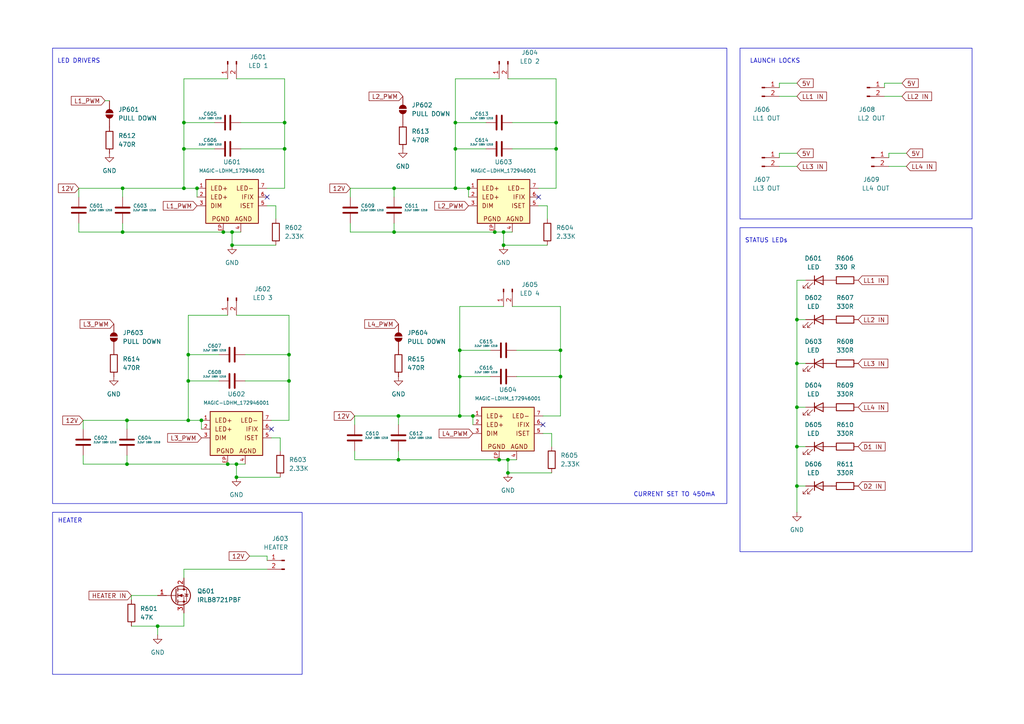
<source format=kicad_sch>
(kicad_sch
	(version 20231120)
	(generator "eeschema")
	(generator_version "8.0")
	(uuid "b062d1d9-1165-488e-a553-b703285568fa")
	(paper "A4")
	(lib_symbols
		(symbol "Connector:Conn_01x02_Pin"
			(pin_names
				(offset 1.016) hide)
			(exclude_from_sim no)
			(in_bom yes)
			(on_board yes)
			(property "Reference" "J"
				(at 0 2.54 0)
				(effects
					(font
						(size 1.27 1.27)
					)
				)
			)
			(property "Value" "Conn_01x02_Pin"
				(at 0 -5.08 0)
				(effects
					(font
						(size 1.27 1.27)
					)
				)
			)
			(property "Footprint" ""
				(at 0 0 0)
				(effects
					(font
						(size 1.27 1.27)
					)
					(hide yes)
				)
			)
			(property "Datasheet" "~"
				(at 0 0 0)
				(effects
					(font
						(size 1.27 1.27)
					)
					(hide yes)
				)
			)
			(property "Description" "Generic connector, single row, 01x02, script generated"
				(at 0 0 0)
				(effects
					(font
						(size 1.27 1.27)
					)
					(hide yes)
				)
			)
			(property "ki_locked" ""
				(at 0 0 0)
				(effects
					(font
						(size 1.27 1.27)
					)
				)
			)
			(property "ki_keywords" "connector"
				(at 0 0 0)
				(effects
					(font
						(size 1.27 1.27)
					)
					(hide yes)
				)
			)
			(property "ki_fp_filters" "Connector*:*_1x??_*"
				(at 0 0 0)
				(effects
					(font
						(size 1.27 1.27)
					)
					(hide yes)
				)
			)
			(symbol "Conn_01x02_Pin_1_1"
				(polyline
					(pts
						(xy 1.27 -2.54) (xy 0.8636 -2.54)
					)
					(stroke
						(width 0.1524)
						(type default)
					)
					(fill
						(type none)
					)
				)
				(polyline
					(pts
						(xy 1.27 0) (xy 0.8636 0)
					)
					(stroke
						(width 0.1524)
						(type default)
					)
					(fill
						(type none)
					)
				)
				(rectangle
					(start 0.8636 -2.413)
					(end 0 -2.667)
					(stroke
						(width 0.1524)
						(type default)
					)
					(fill
						(type outline)
					)
				)
				(rectangle
					(start 0.8636 0.127)
					(end 0 -0.127)
					(stroke
						(width 0.1524)
						(type default)
					)
					(fill
						(type outline)
					)
				)
				(pin passive line
					(at 5.08 0 180)
					(length 3.81)
					(name "Pin_1"
						(effects
							(font
								(size 1.27 1.27)
							)
						)
					)
					(number "1"
						(effects
							(font
								(size 1.27 1.27)
							)
						)
					)
				)
				(pin passive line
					(at 5.08 -2.54 180)
					(length 3.81)
					(name "Pin_2"
						(effects
							(font
								(size 1.27 1.27)
							)
						)
					)
					(number "2"
						(effects
							(font
								(size 1.27 1.27)
							)
						)
					)
				)
			)
		)
		(symbol "Device:C"
			(pin_numbers hide)
			(pin_names
				(offset 0.254)
			)
			(exclude_from_sim no)
			(in_bom yes)
			(on_board yes)
			(property "Reference" "C"
				(at 0.635 2.54 0)
				(effects
					(font
						(size 1.27 1.27)
					)
					(justify left)
				)
			)
			(property "Value" "C"
				(at 0.635 -2.54 0)
				(effects
					(font
						(size 1.27 1.27)
					)
					(justify left)
				)
			)
			(property "Footprint" ""
				(at 0.9652 -3.81 0)
				(effects
					(font
						(size 1.27 1.27)
					)
					(hide yes)
				)
			)
			(property "Datasheet" "~"
				(at 0 0 0)
				(effects
					(font
						(size 1.27 1.27)
					)
					(hide yes)
				)
			)
			(property "Description" "Unpolarized capacitor"
				(at 0 0 0)
				(effects
					(font
						(size 1.27 1.27)
					)
					(hide yes)
				)
			)
			(property "ki_keywords" "cap capacitor"
				(at 0 0 0)
				(effects
					(font
						(size 1.27 1.27)
					)
					(hide yes)
				)
			)
			(property "ki_fp_filters" "C_*"
				(at 0 0 0)
				(effects
					(font
						(size 1.27 1.27)
					)
					(hide yes)
				)
			)
			(symbol "C_0_1"
				(polyline
					(pts
						(xy -2.032 -0.762) (xy 2.032 -0.762)
					)
					(stroke
						(width 0.508)
						(type default)
					)
					(fill
						(type none)
					)
				)
				(polyline
					(pts
						(xy -2.032 0.762) (xy 2.032 0.762)
					)
					(stroke
						(width 0.508)
						(type default)
					)
					(fill
						(type none)
					)
				)
			)
			(symbol "C_1_1"
				(pin passive line
					(at 0 3.81 270)
					(length 2.794)
					(name "~"
						(effects
							(font
								(size 1.27 1.27)
							)
						)
					)
					(number "1"
						(effects
							(font
								(size 1.27 1.27)
							)
						)
					)
				)
				(pin passive line
					(at 0 -3.81 90)
					(length 2.794)
					(name "~"
						(effects
							(font
								(size 1.27 1.27)
							)
						)
					)
					(number "2"
						(effects
							(font
								(size 1.27 1.27)
							)
						)
					)
				)
			)
		)
		(symbol "Device:LED"
			(pin_numbers hide)
			(pin_names
				(offset 1.016) hide)
			(exclude_from_sim no)
			(in_bom yes)
			(on_board yes)
			(property "Reference" "D"
				(at 0 2.54 0)
				(effects
					(font
						(size 1.27 1.27)
					)
				)
			)
			(property "Value" "LED"
				(at 0 -2.54 0)
				(effects
					(font
						(size 1.27 1.27)
					)
				)
			)
			(property "Footprint" ""
				(at 0 0 0)
				(effects
					(font
						(size 1.27 1.27)
					)
					(hide yes)
				)
			)
			(property "Datasheet" "~"
				(at 0 0 0)
				(effects
					(font
						(size 1.27 1.27)
					)
					(hide yes)
				)
			)
			(property "Description" "Light emitting diode"
				(at 0 0 0)
				(effects
					(font
						(size 1.27 1.27)
					)
					(hide yes)
				)
			)
			(property "ki_keywords" "LED diode"
				(at 0 0 0)
				(effects
					(font
						(size 1.27 1.27)
					)
					(hide yes)
				)
			)
			(property "ki_fp_filters" "LED* LED_SMD:* LED_THT:*"
				(at 0 0 0)
				(effects
					(font
						(size 1.27 1.27)
					)
					(hide yes)
				)
			)
			(symbol "LED_0_1"
				(polyline
					(pts
						(xy -1.27 -1.27) (xy -1.27 1.27)
					)
					(stroke
						(width 0.254)
						(type default)
					)
					(fill
						(type none)
					)
				)
				(polyline
					(pts
						(xy -1.27 0) (xy 1.27 0)
					)
					(stroke
						(width 0)
						(type default)
					)
					(fill
						(type none)
					)
				)
				(polyline
					(pts
						(xy 1.27 -1.27) (xy 1.27 1.27) (xy -1.27 0) (xy 1.27 -1.27)
					)
					(stroke
						(width 0.254)
						(type default)
					)
					(fill
						(type none)
					)
				)
				(polyline
					(pts
						(xy -3.048 -0.762) (xy -4.572 -2.286) (xy -3.81 -2.286) (xy -4.572 -2.286) (xy -4.572 -1.524)
					)
					(stroke
						(width 0)
						(type default)
					)
					(fill
						(type none)
					)
				)
				(polyline
					(pts
						(xy -1.778 -0.762) (xy -3.302 -2.286) (xy -2.54 -2.286) (xy -3.302 -2.286) (xy -3.302 -1.524)
					)
					(stroke
						(width 0)
						(type default)
					)
					(fill
						(type none)
					)
				)
			)
			(symbol "LED_1_1"
				(pin passive line
					(at -3.81 0 0)
					(length 2.54)
					(name "K"
						(effects
							(font
								(size 1.27 1.27)
							)
						)
					)
					(number "1"
						(effects
							(font
								(size 1.27 1.27)
							)
						)
					)
				)
				(pin passive line
					(at 3.81 0 180)
					(length 2.54)
					(name "A"
						(effects
							(font
								(size 1.27 1.27)
							)
						)
					)
					(number "2"
						(effects
							(font
								(size 1.27 1.27)
							)
						)
					)
				)
			)
		)
		(symbol "Device:R"
			(pin_numbers hide)
			(pin_names
				(offset 0)
			)
			(exclude_from_sim no)
			(in_bom yes)
			(on_board yes)
			(property "Reference" "R"
				(at 2.032 0 90)
				(effects
					(font
						(size 1.27 1.27)
					)
				)
			)
			(property "Value" "R"
				(at 0 0 90)
				(effects
					(font
						(size 1.27 1.27)
					)
				)
			)
			(property "Footprint" ""
				(at -1.778 0 90)
				(effects
					(font
						(size 1.27 1.27)
					)
					(hide yes)
				)
			)
			(property "Datasheet" "~"
				(at 0 0 0)
				(effects
					(font
						(size 1.27 1.27)
					)
					(hide yes)
				)
			)
			(property "Description" "Resistor"
				(at 0 0 0)
				(effects
					(font
						(size 1.27 1.27)
					)
					(hide yes)
				)
			)
			(property "ki_keywords" "R res resistor"
				(at 0 0 0)
				(effects
					(font
						(size 1.27 1.27)
					)
					(hide yes)
				)
			)
			(property "ki_fp_filters" "R_*"
				(at 0 0 0)
				(effects
					(font
						(size 1.27 1.27)
					)
					(hide yes)
				)
			)
			(symbol "R_0_1"
				(rectangle
					(start -1.016 -2.54)
					(end 1.016 2.54)
					(stroke
						(width 0.254)
						(type default)
					)
					(fill
						(type none)
					)
				)
			)
			(symbol "R_1_1"
				(pin passive line
					(at 0 3.81 270)
					(length 1.27)
					(name "~"
						(effects
							(font
								(size 1.27 1.27)
							)
						)
					)
					(number "1"
						(effects
							(font
								(size 1.27 1.27)
							)
						)
					)
				)
				(pin passive line
					(at 0 -3.81 90)
					(length 1.27)
					(name "~"
						(effects
							(font
								(size 1.27 1.27)
							)
						)
					)
					(number "2"
						(effects
							(font
								(size 1.27 1.27)
							)
						)
					)
				)
			)
		)
		(symbol "Jumper:SolderJumper_2_Open"
			(pin_numbers hide)
			(pin_names
				(offset 0) hide)
			(exclude_from_sim yes)
			(in_bom no)
			(on_board yes)
			(property "Reference" "JP"
				(at 0 2.032 0)
				(effects
					(font
						(size 1.27 1.27)
					)
				)
			)
			(property "Value" "SolderJumper_2_Open"
				(at 0 -2.54 0)
				(effects
					(font
						(size 1.27 1.27)
					)
				)
			)
			(property "Footprint" ""
				(at 0 0 0)
				(effects
					(font
						(size 1.27 1.27)
					)
					(hide yes)
				)
			)
			(property "Datasheet" "~"
				(at 0 0 0)
				(effects
					(font
						(size 1.27 1.27)
					)
					(hide yes)
				)
			)
			(property "Description" "Solder Jumper, 2-pole, open"
				(at 0 0 0)
				(effects
					(font
						(size 1.27 1.27)
					)
					(hide yes)
				)
			)
			(property "ki_keywords" "solder jumper SPST"
				(at 0 0 0)
				(effects
					(font
						(size 1.27 1.27)
					)
					(hide yes)
				)
			)
			(property "ki_fp_filters" "SolderJumper*Open*"
				(at 0 0 0)
				(effects
					(font
						(size 1.27 1.27)
					)
					(hide yes)
				)
			)
			(symbol "SolderJumper_2_Open_0_1"
				(arc
					(start -0.254 1.016)
					(mid -1.2656 0)
					(end -0.254 -1.016)
					(stroke
						(width 0)
						(type default)
					)
					(fill
						(type none)
					)
				)
				(arc
					(start -0.254 1.016)
					(mid -1.2656 0)
					(end -0.254 -1.016)
					(stroke
						(width 0)
						(type default)
					)
					(fill
						(type outline)
					)
				)
				(polyline
					(pts
						(xy -0.254 1.016) (xy -0.254 -1.016)
					)
					(stroke
						(width 0)
						(type default)
					)
					(fill
						(type none)
					)
				)
				(polyline
					(pts
						(xy 0.254 1.016) (xy 0.254 -1.016)
					)
					(stroke
						(width 0)
						(type default)
					)
					(fill
						(type none)
					)
				)
				(arc
					(start 0.254 -1.016)
					(mid 1.2656 0)
					(end 0.254 1.016)
					(stroke
						(width 0)
						(type default)
					)
					(fill
						(type none)
					)
				)
				(arc
					(start 0.254 -1.016)
					(mid 1.2656 0)
					(end 0.254 1.016)
					(stroke
						(width 0)
						(type default)
					)
					(fill
						(type outline)
					)
				)
			)
			(symbol "SolderJumper_2_Open_1_1"
				(pin passive line
					(at -3.81 0 0)
					(length 2.54)
					(name "A"
						(effects
							(font
								(size 1.27 1.27)
							)
						)
					)
					(number "1"
						(effects
							(font
								(size 1.27 1.27)
							)
						)
					)
				)
				(pin passive line
					(at 3.81 0 180)
					(length 2.54)
					(name "B"
						(effects
							(font
								(size 1.27 1.27)
							)
						)
					)
					(number "2"
						(effects
							(font
								(size 1.27 1.27)
							)
						)
					)
				)
			)
		)
		(symbol "MAGIC-LDHM_172946001:MAGIC-LDHM_172946001"
			(pin_names
				(offset 1.016)
			)
			(exclude_from_sim no)
			(in_bom yes)
			(on_board yes)
			(property "Reference" "U"
				(at -2.54 10.16 0)
				(effects
					(font
						(size 1.27 1.27)
					)
					(justify left bottom)
				)
			)
			(property "Value" "MAGIC-LDHM_172946001"
				(at -3.81 -11.43 0)
				(effects
					(font
						(size 1.27 1.27)
					)
					(justify left bottom)
				)
			)
			(property "Footprint" "MAGIC-LDHM_172946001:MAGIC-LDHM_172946001"
				(at 0 0 0)
				(effects
					(font
						(size 1.27 1.27)
					)
					(justify bottom)
					(hide yes)
				)
			)
			(property "Datasheet" ""
				(at 0 0 0)
				(effects
					(font
						(size 1.27 1.27)
					)
					(hide yes)
				)
			)
			(property "Description" ""
				(at 0 0 0)
				(effects
					(font
						(size 1.27 1.27)
					)
					(hide yes)
				)
			)
			(property "MF" "Wurth Electronics"
				(at 0 0 0)
				(effects
					(font
						(size 1.27 1.27)
					)
					(justify bottom)
					(hide yes)
				)
			)
			(property "Description_1" "TO263-7EP / 4.5-60Vin / 4.5-60Vout / 0.45A / 13.77 x 10,16 x 4,57mm"
				(at 0 0 0)
				(effects
					(font
						(size 1.27 1.27)
					)
					(justify bottom)
					(hide yes)
				)
			)
			(property "Package" "SMD-7 Wurth Electronics Inc."
				(at 0 0 0)
				(effects
					(font
						(size 1.27 1.27)
					)
					(justify bottom)
					(hide yes)
				)
			)
			(property "MOUNT" "SMT"
				(at 0 0 0)
				(effects
					(font
						(size 1.27 1.27)
					)
					(justify bottom)
					(hide yes)
				)
			)
			(property "V-OUTPUT" "4.5-60V"
				(at 0 0 0)
				(effects
					(font
						(size 1.27 1.27)
					)
					(justify bottom)
					(hide yes)
				)
			)
			(property "Availability" "Not in stock"
				(at 0 0 0)
				(effects
					(font
						(size 1.27 1.27)
					)
					(justify bottom)
					(hide yes)
				)
			)
			(property "SnapEDA_Link" "https://www.snapeda.com/parts/172946001/Wurth+Electronics/view-part/?ref=snap"
				(at 0 0 0)
				(effects
					(font
						(size 1.27 1.27)
					)
					(justify bottom)
					(hide yes)
				)
			)
			(property "DATASHEET-URL" "https://katalog.we-online.de/pm/datasheet/172946001.pdf"
				(at 0 0 0)
				(effects
					(font
						(size 1.27 1.27)
					)
					(justify bottom)
					(hide yes)
				)
			)
			(property "MP" "172946001"
				(at 0 0 0)
				(effects
					(font
						(size 1.27 1.27)
					)
					(justify bottom)
					(hide yes)
				)
			)
			(property "V-INPUT" "4.5-60V"
				(at 0 0 0)
				(effects
					(font
						(size 1.27 1.27)
					)
					(justify bottom)
					(hide yes)
				)
			)
			(property "PART-NUMBER" "172946001"
				(at 0 0 0)
				(effects
					(font
						(size 1.27 1.27)
					)
					(justify bottom)
					(hide yes)
				)
			)
			(property "I-OUTPUT" "450mA"
				(at 0 0 0)
				(effects
					(font
						(size 1.27 1.27)
					)
					(justify bottom)
					(hide yes)
				)
			)
			(property "Price" "None"
				(at 0 0 0)
				(effects
					(font
						(size 1.27 1.27)
					)
					(justify bottom)
					(hide yes)
				)
			)
			(property "Check_prices" "https://www.snapeda.com/parts/172946001/Wurth+Electronics/view-part/?ref=eda"
				(at 0 0 0)
				(effects
					(font
						(size 1.27 1.27)
					)
					(justify bottom)
					(hide yes)
				)
			)
			(symbol "MAGIC-LDHM_172946001_0_0"
				(rectangle
					(start -7.62 -5.08)
					(end 7.62 7.62)
					(stroke
						(width 0.254)
						(type default)
					)
					(fill
						(type background)
					)
				)
				(text "AGND"
					(at 3.302 -3.81 0)
					(effects
						(font
							(size 1.27 1.27)
						)
					)
				)
				(text "DIM"
					(at -6.35 0 0)
					(effects
						(font
							(size 1.27 1.27)
						)
						(justify left)
					)
				)
				(text "IFIX"
					(at 6.35 2.54 0)
					(effects
						(font
							(size 1.27 1.27)
						)
						(justify right)
					)
				)
				(text "ISET"
					(at 6.35 0 0)
					(effects
						(font
							(size 1.27 1.27)
						)
						(justify right)
					)
				)
				(text "LED+"
					(at -6.35 2.54 0)
					(effects
						(font
							(size 1.27 1.27)
						)
						(justify left)
					)
				)
				(text "LED+"
					(at -6.35 5.08 0)
					(effects
						(font
							(size 1.27 1.27)
						)
						(justify left)
					)
				)
				(text "LED-"
					(at 6.35 5.08 0)
					(effects
						(font
							(size 1.27 1.27)
						)
						(justify right)
					)
				)
				(text "PGND"
					(at -3.302 -3.81 0)
					(effects
						(font
							(size 1.27 1.27)
						)
					)
				)
				(pin power_in line
					(at -10.16 5.08 0)
					(length 2.54)
					(name "~"
						(effects
							(font
								(size 1.016 1.016)
							)
						)
					)
					(number "1"
						(effects
							(font
								(size 1.016 1.016)
							)
						)
					)
				)
				(pin power_in line
					(at -10.16 2.54 0)
					(length 2.54)
					(name "~"
						(effects
							(font
								(size 1.016 1.016)
							)
						)
					)
					(number "2"
						(effects
							(font
								(size 1.016 1.016)
							)
						)
					)
				)
				(pin input line
					(at -10.16 0 0)
					(length 2.54)
					(name "~"
						(effects
							(font
								(size 1.016 1.016)
							)
						)
					)
					(number "3"
						(effects
							(font
								(size 1.016 1.016)
							)
						)
					)
				)
				(pin power_in line
					(at 2.54 -7.62 90)
					(length 2.54)
					(name "~"
						(effects
							(font
								(size 1.016 1.016)
							)
						)
					)
					(number "4"
						(effects
							(font
								(size 1.016 1.016)
							)
						)
					)
				)
				(pin input line
					(at 10.16 0 180)
					(length 2.54)
					(name "~"
						(effects
							(font
								(size 1.016 1.016)
							)
						)
					)
					(number "5"
						(effects
							(font
								(size 1.016 1.016)
							)
						)
					)
				)
				(pin input line
					(at 10.16 2.54 180)
					(length 2.54)
					(name "~"
						(effects
							(font
								(size 1.016 1.016)
							)
						)
					)
					(number "6"
						(effects
							(font
								(size 1.016 1.016)
							)
						)
					)
				)
				(pin input line
					(at 10.16 5.08 180)
					(length 2.54)
					(name "~"
						(effects
							(font
								(size 1.016 1.016)
							)
						)
					)
					(number "7"
						(effects
							(font
								(size 1.016 1.016)
							)
						)
					)
				)
				(pin power_in line
					(at -2.54 -7.62 90)
					(length 2.54)
					(name "~"
						(effects
							(font
								(size 1.016 1.016)
							)
						)
					)
					(number "EP"
						(effects
							(font
								(size 1.016 1.016)
							)
						)
					)
				)
			)
		)
		(symbol "Transistor_FET:IRLB8721PBF"
			(pin_names hide)
			(exclude_from_sim no)
			(in_bom yes)
			(on_board yes)
			(property "Reference" "Q"
				(at 5.08 1.905 0)
				(effects
					(font
						(size 1.27 1.27)
					)
					(justify left)
				)
			)
			(property "Value" "IRLB8721PBF"
				(at 5.08 0 0)
				(effects
					(font
						(size 1.27 1.27)
					)
					(justify left)
				)
			)
			(property "Footprint" "Package_TO_SOT_THT:TO-220-3_Vertical"
				(at 5.08 -1.905 0)
				(effects
					(font
						(size 1.27 1.27)
						(italic yes)
					)
					(justify left)
					(hide yes)
				)
			)
			(property "Datasheet" "http://www.infineon.com/dgdl/irlb8721pbf.pdf?fileId=5546d462533600a40153566056732591"
				(at 5.08 -3.81 0)
				(effects
					(font
						(size 1.27 1.27)
					)
					(justify left)
					(hide yes)
				)
			)
			(property "Description" "62A Id, 30V Vds, 8.7 mOhm Rds, N-Channel HEXFET Power MOSFET, TO-220"
				(at 0 0 0)
				(effects
					(font
						(size 1.27 1.27)
					)
					(hide yes)
				)
			)
			(property "ki_keywords" "N-Channel HEXFET MOSFET Logic-Level"
				(at 0 0 0)
				(effects
					(font
						(size 1.27 1.27)
					)
					(hide yes)
				)
			)
			(property "ki_fp_filters" "TO?220*"
				(at 0 0 0)
				(effects
					(font
						(size 1.27 1.27)
					)
					(hide yes)
				)
			)
			(symbol "IRLB8721PBF_0_1"
				(polyline
					(pts
						(xy 0.254 0) (xy -2.54 0)
					)
					(stroke
						(width 0)
						(type default)
					)
					(fill
						(type none)
					)
				)
				(polyline
					(pts
						(xy 0.254 1.905) (xy 0.254 -1.905)
					)
					(stroke
						(width 0.254)
						(type default)
					)
					(fill
						(type none)
					)
				)
				(polyline
					(pts
						(xy 0.762 -1.27) (xy 0.762 -2.286)
					)
					(stroke
						(width 0.254)
						(type default)
					)
					(fill
						(type none)
					)
				)
				(polyline
					(pts
						(xy 0.762 0.508) (xy 0.762 -0.508)
					)
					(stroke
						(width 0.254)
						(type default)
					)
					(fill
						(type none)
					)
				)
				(polyline
					(pts
						(xy 0.762 2.286) (xy 0.762 1.27)
					)
					(stroke
						(width 0.254)
						(type default)
					)
					(fill
						(type none)
					)
				)
				(polyline
					(pts
						(xy 2.54 2.54) (xy 2.54 1.778)
					)
					(stroke
						(width 0)
						(type default)
					)
					(fill
						(type none)
					)
				)
				(polyline
					(pts
						(xy 2.54 -2.54) (xy 2.54 0) (xy 0.762 0)
					)
					(stroke
						(width 0)
						(type default)
					)
					(fill
						(type none)
					)
				)
				(polyline
					(pts
						(xy 0.762 -1.778) (xy 3.302 -1.778) (xy 3.302 1.778) (xy 0.762 1.778)
					)
					(stroke
						(width 0)
						(type default)
					)
					(fill
						(type none)
					)
				)
				(polyline
					(pts
						(xy 1.016 0) (xy 2.032 0.381) (xy 2.032 -0.381) (xy 1.016 0)
					)
					(stroke
						(width 0)
						(type default)
					)
					(fill
						(type outline)
					)
				)
				(polyline
					(pts
						(xy 2.794 0.508) (xy 2.921 0.381) (xy 3.683 0.381) (xy 3.81 0.254)
					)
					(stroke
						(width 0)
						(type default)
					)
					(fill
						(type none)
					)
				)
				(polyline
					(pts
						(xy 3.302 0.381) (xy 2.921 -0.254) (xy 3.683 -0.254) (xy 3.302 0.381)
					)
					(stroke
						(width 0)
						(type default)
					)
					(fill
						(type none)
					)
				)
				(circle
					(center 1.651 0)
					(radius 2.794)
					(stroke
						(width 0.254)
						(type default)
					)
					(fill
						(type none)
					)
				)
				(circle
					(center 2.54 -1.778)
					(radius 0.254)
					(stroke
						(width 0)
						(type default)
					)
					(fill
						(type outline)
					)
				)
				(circle
					(center 2.54 1.778)
					(radius 0.254)
					(stroke
						(width 0)
						(type default)
					)
					(fill
						(type outline)
					)
				)
			)
			(symbol "IRLB8721PBF_1_1"
				(pin input line
					(at -5.08 0 0)
					(length 2.54)
					(name "G"
						(effects
							(font
								(size 1.27 1.27)
							)
						)
					)
					(number "1"
						(effects
							(font
								(size 1.27 1.27)
							)
						)
					)
				)
				(pin passive line
					(at 2.54 5.08 270)
					(length 2.54)
					(name "D"
						(effects
							(font
								(size 1.27 1.27)
							)
						)
					)
					(number "2"
						(effects
							(font
								(size 1.27 1.27)
							)
						)
					)
				)
				(pin passive line
					(at 2.54 -5.08 90)
					(length 2.54)
					(name "S"
						(effects
							(font
								(size 1.27 1.27)
							)
						)
					)
					(number "3"
						(effects
							(font
								(size 1.27 1.27)
							)
						)
					)
				)
			)
		)
		(symbol "power:GND"
			(power)
			(pin_numbers hide)
			(pin_names
				(offset 0) hide)
			(exclude_from_sim no)
			(in_bom yes)
			(on_board yes)
			(property "Reference" "#PWR"
				(at 0 -6.35 0)
				(effects
					(font
						(size 1.27 1.27)
					)
					(hide yes)
				)
			)
			(property "Value" "GND"
				(at 0 -3.81 0)
				(effects
					(font
						(size 1.27 1.27)
					)
				)
			)
			(property "Footprint" ""
				(at 0 0 0)
				(effects
					(font
						(size 1.27 1.27)
					)
					(hide yes)
				)
			)
			(property "Datasheet" ""
				(at 0 0 0)
				(effects
					(font
						(size 1.27 1.27)
					)
					(hide yes)
				)
			)
			(property "Description" "Power symbol creates a global label with name \"GND\" , ground"
				(at 0 0 0)
				(effects
					(font
						(size 1.27 1.27)
					)
					(hide yes)
				)
			)
			(property "ki_keywords" "global power"
				(at 0 0 0)
				(effects
					(font
						(size 1.27 1.27)
					)
					(hide yes)
				)
			)
			(symbol "GND_0_1"
				(polyline
					(pts
						(xy 0 0) (xy 0 -1.27) (xy 1.27 -1.27) (xy 0 -2.54) (xy -1.27 -1.27) (xy 0 -1.27)
					)
					(stroke
						(width 0)
						(type default)
					)
					(fill
						(type none)
					)
				)
			)
			(symbol "GND_1_1"
				(pin power_in line
					(at 0 0 270)
					(length 0)
					(name "~"
						(effects
							(font
								(size 1.27 1.27)
							)
						)
					)
					(number "1"
						(effects
							(font
								(size 1.27 1.27)
							)
						)
					)
				)
			)
		)
	)
	(junction
		(at 67.31 67.31)
		(diameter 0)
		(color 0 0 0 0)
		(uuid "049ac73a-6891-46ae-98ba-ce30e6f52ad8")
	)
	(junction
		(at 68.58 138.43)
		(diameter 0)
		(color 0 0 0 0)
		(uuid "0576fdf5-a615-4d00-811f-24c4855dc959")
	)
	(junction
		(at 147.32 133.35)
		(diameter 0)
		(color 0 0 0 0)
		(uuid "0772f534-d3d6-4eab-828b-5f440cc03514")
	)
	(junction
		(at 53.34 54.61)
		(diameter 0)
		(color 0 0 0 0)
		(uuid "11ac35dc-2c46-4cea-9650-04c1af7f0e3e")
	)
	(junction
		(at 45.72 181.61)
		(diameter 0)
		(color 0 0 0 0)
		(uuid "159f14ca-5a7e-438b-9279-f677cefa15c0")
	)
	(junction
		(at 53.34 35.56)
		(diameter 0)
		(color 0 0 0 0)
		(uuid "1981afd8-0562-40b2-9b33-6e48a82f1710")
	)
	(junction
		(at 133.35 109.22)
		(diameter 0)
		(color 0 0 0 0)
		(uuid "1a8e2b5d-3b85-4a7d-a3ac-73b18de20258")
	)
	(junction
		(at 114.3 67.31)
		(diameter 0)
		(color 0 0 0 0)
		(uuid "249add4f-2e1e-455c-ab6e-f1559553f0b0")
	)
	(junction
		(at 231.14 105.41)
		(diameter 0)
		(color 0 0 0 0)
		(uuid "27833206-7936-4698-9e2a-839b675d1a13")
	)
	(junction
		(at 143.51 67.31)
		(diameter 0)
		(color 0 0 0 0)
		(uuid "28671638-f6b1-4999-a725-e669b4ac454e")
	)
	(junction
		(at 147.32 137.16)
		(diameter 0)
		(color 0 0 0 0)
		(uuid "2df9a1a2-666b-457a-b7b9-26230264326e")
	)
	(junction
		(at 162.56 109.22)
		(diameter 0)
		(color 0 0 0 0)
		(uuid "2e214033-79fe-4298-8964-ab20aefe610b")
	)
	(junction
		(at 66.04 134.62)
		(diameter 0)
		(color 0 0 0 0)
		(uuid "32a48408-779a-4ac2-a6ff-4e93d8d8381b")
	)
	(junction
		(at 115.57 120.65)
		(diameter 0)
		(color 0 0 0 0)
		(uuid "35895c74-2c60-44e9-aae5-e43868227d76")
	)
	(junction
		(at 231.14 92.71)
		(diameter 0)
		(color 0 0 0 0)
		(uuid "436ea286-3f1b-4acd-9c2e-9dcfc0e22b9b")
	)
	(junction
		(at 36.83 121.92)
		(diameter 0)
		(color 0 0 0 0)
		(uuid "4c2a1f89-70d9-4c62-8003-c27126202768")
	)
	(junction
		(at 67.31 71.12)
		(diameter 0)
		(color 0 0 0 0)
		(uuid "541b557d-623a-4cb9-a957-68f78534a2d6")
	)
	(junction
		(at 115.57 133.35)
		(diameter 0)
		(color 0 0 0 0)
		(uuid "58e2ac19-c4e3-420f-a023-0f954447e0a3")
	)
	(junction
		(at 36.83 134.62)
		(diameter 0)
		(color 0 0 0 0)
		(uuid "60a9ba3c-ecd5-4345-b78f-6f6d1b51fa4f")
	)
	(junction
		(at 132.08 54.61)
		(diameter 0)
		(color 0 0 0 0)
		(uuid "6a9a272c-40ee-4709-989f-fdef1507db75")
	)
	(junction
		(at 137.16 120.65)
		(diameter 0)
		(color 0 0 0 0)
		(uuid "6e51328b-74ad-4e12-a6ea-6f86e4cbf2c1")
	)
	(junction
		(at 132.08 35.56)
		(diameter 0)
		(color 0 0 0 0)
		(uuid "71389f11-d453-4c06-8877-fb0e4e719af6")
	)
	(junction
		(at 53.34 43.18)
		(diameter 0)
		(color 0 0 0 0)
		(uuid "7237705d-f492-4712-a664-b2f481a1c505")
	)
	(junction
		(at 133.35 101.6)
		(diameter 0)
		(color 0 0 0 0)
		(uuid "733ea885-3c98-4110-9009-cc10362cabe8")
	)
	(junction
		(at 146.05 67.31)
		(diameter 0)
		(color 0 0 0 0)
		(uuid "7a1995af-4af5-4304-b554-2e9449e1da11")
	)
	(junction
		(at 132.08 43.18)
		(diameter 0)
		(color 0 0 0 0)
		(uuid "7bcb55c3-6f01-4776-a937-1491889d2825")
	)
	(junction
		(at 83.82 102.87)
		(diameter 0)
		(color 0 0 0 0)
		(uuid "7c9c6040-27cd-417a-9263-923ca21414c6")
	)
	(junction
		(at 54.61 121.92)
		(diameter 0)
		(color 0 0 0 0)
		(uuid "7f0dc240-d80c-4c95-a724-109cbe2289fc")
	)
	(junction
		(at 82.55 43.18)
		(diameter 0)
		(color 0 0 0 0)
		(uuid "873fa242-ba70-43b5-b9b3-212ad805d6c3")
	)
	(junction
		(at 57.15 54.61)
		(diameter 0)
		(color 0 0 0 0)
		(uuid "9074d1d3-4427-452f-8bb5-8efc090e426d")
	)
	(junction
		(at 231.14 129.54)
		(diameter 0)
		(color 0 0 0 0)
		(uuid "9648dbe3-9159-43b7-b25f-7f217698dce0")
	)
	(junction
		(at 54.61 110.49)
		(diameter 0)
		(color 0 0 0 0)
		(uuid "9cf52761-a13d-456d-9b17-3a93db16d5e9")
	)
	(junction
		(at 35.56 54.61)
		(diameter 0)
		(color 0 0 0 0)
		(uuid "a68438eb-ec16-4675-895b-e5b0c4e9780c")
	)
	(junction
		(at 54.61 102.87)
		(diameter 0)
		(color 0 0 0 0)
		(uuid "afeb5b19-5f17-48d5-9682-ca5dc3c7cacf")
	)
	(junction
		(at 133.35 120.65)
		(diameter 0)
		(color 0 0 0 0)
		(uuid "b659d28e-cc18-4a10-89f2-5829ce5803ad")
	)
	(junction
		(at 64.77 67.31)
		(diameter 0)
		(color 0 0 0 0)
		(uuid "b790f40e-21c4-4e9e-b472-63f32671c497")
	)
	(junction
		(at 58.42 121.92)
		(diameter 0)
		(color 0 0 0 0)
		(uuid "bfed07b0-7d88-4dd6-a9a0-f201016a6a3c")
	)
	(junction
		(at 162.56 101.6)
		(diameter 0)
		(color 0 0 0 0)
		(uuid "c3952a41-12e0-4ade-af08-8f267be409ae")
	)
	(junction
		(at 146.05 71.12)
		(diameter 0)
		(color 0 0 0 0)
		(uuid "c4015c59-f773-467a-ab08-c2ea42527b7a")
	)
	(junction
		(at 161.29 35.56)
		(diameter 0)
		(color 0 0 0 0)
		(uuid "caed9a65-2303-4e3b-9b22-be2b92a93f2a")
	)
	(junction
		(at 231.14 118.11)
		(diameter 0)
		(color 0 0 0 0)
		(uuid "cb249359-08e8-46e9-ba34-9a9745e0d05d")
	)
	(junction
		(at 83.82 110.49)
		(diameter 0)
		(color 0 0 0 0)
		(uuid "ce9877c4-ee89-46d6-b8c1-ca84f4879790")
	)
	(junction
		(at 161.29 43.18)
		(diameter 0)
		(color 0 0 0 0)
		(uuid "ddc3bdbb-875e-478e-8d94-879937e9f4b1")
	)
	(junction
		(at 144.78 133.35)
		(diameter 0)
		(color 0 0 0 0)
		(uuid "e1777cd0-cc34-4024-b1d1-082bc8ddbfbe")
	)
	(junction
		(at 68.58 134.62)
		(diameter 0)
		(color 0 0 0 0)
		(uuid "ec26d523-ac50-48f0-be4c-2afc76525d13")
	)
	(junction
		(at 35.56 67.31)
		(diameter 0)
		(color 0 0 0 0)
		(uuid "f08154cc-35d8-4584-ab2f-867063665276")
	)
	(junction
		(at 135.89 54.61)
		(diameter 0)
		(color 0 0 0 0)
		(uuid "f50f0342-1ddb-4de9-a55e-f2d199b67322")
	)
	(junction
		(at 114.3 54.61)
		(diameter 0)
		(color 0 0 0 0)
		(uuid "fbc83fb0-5703-4194-a04f-4d740fa52027")
	)
	(junction
		(at 231.14 140.97)
		(diameter 0)
		(color 0 0 0 0)
		(uuid "fd70e6c4-e92d-4933-8999-0bef58d3c032")
	)
	(junction
		(at 82.55 35.56)
		(diameter 0)
		(color 0 0 0 0)
		(uuid "fd845430-bc12-4419-adf9-5987f2e56b32")
	)
	(no_connect
		(at 156.21 57.15)
		(uuid "0de493a7-dfe9-43c1-8a06-8cf35f982760")
	)
	(no_connect
		(at 157.48 123.19)
		(uuid "7383a9ac-3b8b-441d-981d-b7d17ab710f1")
	)
	(no_connect
		(at 77.47 57.15)
		(uuid "75f79b58-1905-4c4d-9804-a99e46c20f94")
	)
	(no_connect
		(at 78.74 124.46)
		(uuid "dd2ed5fb-cac4-4737-8317-c9f654c0ebca")
	)
	(wire
		(pts
			(xy 140.97 35.56) (xy 132.08 35.56)
		)
		(stroke
			(width 0)
			(type default)
		)
		(uuid "0022353f-8558-420c-9830-5a29f9bc7d8e")
	)
	(wire
		(pts
			(xy 161.29 43.18) (xy 161.29 54.61)
		)
		(stroke
			(width 0)
			(type default)
		)
		(uuid "0158d578-56df-4dba-8eea-3d54f864fbc3")
	)
	(wire
		(pts
			(xy 66.04 134.62) (xy 68.58 134.62)
		)
		(stroke
			(width 0)
			(type default)
		)
		(uuid "060dd41c-2817-4f0a-b867-c20dab32fb0c")
	)
	(wire
		(pts
			(xy 142.24 101.6) (xy 133.35 101.6)
		)
		(stroke
			(width 0)
			(type default)
		)
		(uuid "07e5ec78-66b0-44c2-9aed-46cf0b5cfe6c")
	)
	(wire
		(pts
			(xy 133.35 88.9) (xy 133.35 101.6)
		)
		(stroke
			(width 0)
			(type default)
		)
		(uuid "09e5653c-7a61-4d36-a902-9c7419c552aa")
	)
	(wire
		(pts
			(xy 161.29 35.56) (xy 161.29 43.18)
		)
		(stroke
			(width 0)
			(type default)
		)
		(uuid "0a4bf922-1104-4f5a-9e04-2190222db628")
	)
	(wire
		(pts
			(xy 115.57 133.35) (xy 144.78 133.35)
		)
		(stroke
			(width 0)
			(type default)
		)
		(uuid "0c2c70f7-7ff7-4232-afa6-b49bb72286ea")
	)
	(wire
		(pts
			(xy 68.58 91.44) (xy 83.82 91.44)
		)
		(stroke
			(width 0)
			(type default)
		)
		(uuid "0c58338a-c51a-40a6-adae-842251b82e08")
	)
	(wire
		(pts
			(xy 24.13 121.92) (xy 36.83 121.92)
		)
		(stroke
			(width 0)
			(type default)
		)
		(uuid "0cae5960-a446-421b-9430-fe8d5e85e83f")
	)
	(wire
		(pts
			(xy 148.59 35.56) (xy 161.29 35.56)
		)
		(stroke
			(width 0)
			(type default)
		)
		(uuid "0ea3a2e7-4bc9-4195-a99d-d2e9fa6bbf14")
	)
	(wire
		(pts
			(xy 72.39 161.29) (xy 77.47 161.29)
		)
		(stroke
			(width 0)
			(type default)
		)
		(uuid "0f205a62-43dc-4cda-b7a3-180da554dc8c")
	)
	(wire
		(pts
			(xy 132.08 35.56) (xy 132.08 43.18)
		)
		(stroke
			(width 0)
			(type default)
		)
		(uuid "0fccc87c-c796-4efd-99c9-7004f71fd37f")
	)
	(wire
		(pts
			(xy 53.34 54.61) (xy 57.15 54.61)
		)
		(stroke
			(width 0)
			(type default)
		)
		(uuid "0fd692d8-3722-4743-ac87-0be472485636")
	)
	(wire
		(pts
			(xy 261.62 24.13) (xy 256.54 24.13)
		)
		(stroke
			(width 0)
			(type default)
		)
		(uuid "10eb092e-2357-4edc-9edd-2295e9557485")
	)
	(wire
		(pts
			(xy 77.47 59.69) (xy 80.01 59.69)
		)
		(stroke
			(width 0)
			(type default)
		)
		(uuid "14ab0ed4-0f5e-46ca-acb0-070cd25a47ec")
	)
	(wire
		(pts
			(xy 80.01 63.5) (xy 80.01 59.69)
		)
		(stroke
			(width 0)
			(type default)
		)
		(uuid "16be2b6c-113c-48e9-b8c4-76e0dcbb5686")
	)
	(wire
		(pts
			(xy 53.34 35.56) (xy 53.34 43.18)
		)
		(stroke
			(width 0)
			(type default)
		)
		(uuid "1a06d51d-f1d8-44ba-b78d-c696d4d73df0")
	)
	(wire
		(pts
			(xy 24.13 134.62) (xy 36.83 134.62)
		)
		(stroke
			(width 0)
			(type default)
		)
		(uuid "1a358715-9224-493e-8888-7203fcfeefa6")
	)
	(wire
		(pts
			(xy 63.5 102.87) (xy 54.61 102.87)
		)
		(stroke
			(width 0)
			(type default)
		)
		(uuid "1a8f27ef-b920-48b7-bc04-a4c319fe2496")
	)
	(wire
		(pts
			(xy 36.83 124.46) (xy 36.83 121.92)
		)
		(stroke
			(width 0)
			(type default)
		)
		(uuid "1aebe3b1-5716-4ed0-a20d-416648a32fd4")
	)
	(wire
		(pts
			(xy 147.32 137.16) (xy 160.02 137.16)
		)
		(stroke
			(width 0)
			(type default)
		)
		(uuid "1e420f96-d4a3-417d-b3bf-7e56e123b77c")
	)
	(wire
		(pts
			(xy 54.61 91.44) (xy 54.61 102.87)
		)
		(stroke
			(width 0)
			(type default)
		)
		(uuid "1e77d6b3-82b4-4a22-923b-51fba15e7d3c")
	)
	(wire
		(pts
			(xy 54.61 102.87) (xy 54.61 110.49)
		)
		(stroke
			(width 0)
			(type default)
		)
		(uuid "1f057ad7-0a7b-451a-938f-5e8ce024d609")
	)
	(wire
		(pts
			(xy 45.72 181.61) (xy 38.1 181.61)
		)
		(stroke
			(width 0)
			(type default)
		)
		(uuid "2213b36d-0efe-4d40-91f7-0e372e1facf2")
	)
	(wire
		(pts
			(xy 149.86 101.6) (xy 162.56 101.6)
		)
		(stroke
			(width 0)
			(type default)
		)
		(uuid "234f5f5b-dcf0-4e5b-8a6b-b7aa40dbb9ca")
	)
	(wire
		(pts
			(xy 132.08 43.18) (xy 132.08 54.61)
		)
		(stroke
			(width 0)
			(type default)
		)
		(uuid "26ec3ef7-c068-4af8-9d43-15e6ebb91d65")
	)
	(wire
		(pts
			(xy 146.05 67.31) (xy 148.59 67.31)
		)
		(stroke
			(width 0)
			(type default)
		)
		(uuid "2763c08b-cdf0-43c0-8025-db2b4f046dcd")
	)
	(wire
		(pts
			(xy 53.34 43.18) (xy 62.23 43.18)
		)
		(stroke
			(width 0)
			(type default)
		)
		(uuid "27e94069-b395-4a4f-89ab-8d059df35f72")
	)
	(wire
		(pts
			(xy 115.57 123.19) (xy 115.57 120.65)
		)
		(stroke
			(width 0)
			(type default)
		)
		(uuid "28d16b30-ba0b-4bfb-a6c8-b544789c1599")
	)
	(wire
		(pts
			(xy 143.51 67.31) (xy 146.05 67.31)
		)
		(stroke
			(width 0)
			(type default)
		)
		(uuid "29d7d4c3-dd71-46b4-ae1e-5c57e177937d")
	)
	(wire
		(pts
			(xy 82.55 22.86) (xy 82.55 35.56)
		)
		(stroke
			(width 0)
			(type default)
		)
		(uuid "2ccaefb7-2338-4efa-8e36-555d4d4ad823")
	)
	(wire
		(pts
			(xy 133.35 120.65) (xy 137.16 120.65)
		)
		(stroke
			(width 0)
			(type default)
		)
		(uuid "2ceef424-f821-4f84-8b4c-e38effdd73d4")
	)
	(wire
		(pts
			(xy 231.14 92.71) (xy 233.68 92.71)
		)
		(stroke
			(width 0)
			(type default)
		)
		(uuid "2ea4a844-d098-49e1-9426-bf56b56572f4")
	)
	(wire
		(pts
			(xy 62.23 35.56) (xy 53.34 35.56)
		)
		(stroke
			(width 0)
			(type default)
		)
		(uuid "2f282be5-039b-486f-a3e0-0743c36dde42")
	)
	(wire
		(pts
			(xy 71.12 110.49) (xy 83.82 110.49)
		)
		(stroke
			(width 0)
			(type default)
		)
		(uuid "31a2e4b6-b88e-494f-909b-5af98d069fcc")
	)
	(wire
		(pts
			(xy 36.83 134.62) (xy 66.04 134.62)
		)
		(stroke
			(width 0)
			(type default)
		)
		(uuid "3222fd82-f691-411f-a492-3076833d436c")
	)
	(wire
		(pts
			(xy 115.57 120.65) (xy 133.35 120.65)
		)
		(stroke
			(width 0)
			(type default)
		)
		(uuid "32ac22f2-ee7a-47d1-a40e-3660415f8634")
	)
	(wire
		(pts
			(xy 83.82 121.92) (xy 78.74 121.92)
		)
		(stroke
			(width 0)
			(type default)
		)
		(uuid "35855e9f-b7a8-4021-bbbe-b0051114e2ac")
	)
	(wire
		(pts
			(xy 77.47 161.29) (xy 77.47 162.56)
		)
		(stroke
			(width 0)
			(type default)
		)
		(uuid "3630e03a-b7dd-463b-8e38-c545ed483ca8")
	)
	(wire
		(pts
			(xy 102.87 133.35) (xy 102.87 130.81)
		)
		(stroke
			(width 0)
			(type default)
		)
		(uuid "3833cc79-f550-4bce-8cb3-fa64244235d0")
	)
	(wire
		(pts
			(xy 83.82 102.87) (xy 83.82 110.49)
		)
		(stroke
			(width 0)
			(type default)
		)
		(uuid "383bdc5b-b6ef-4ae8-bf32-9daacdaadb9c")
	)
	(wire
		(pts
			(xy 68.58 134.62) (xy 71.12 134.62)
		)
		(stroke
			(width 0)
			(type default)
		)
		(uuid "38a0fe15-a239-4121-ac12-76e9271db3d2")
	)
	(wire
		(pts
			(xy 102.87 120.65) (xy 115.57 120.65)
		)
		(stroke
			(width 0)
			(type default)
		)
		(uuid "3ac1b180-7902-4705-b379-067b5e5adf20")
	)
	(wire
		(pts
			(xy 31.75 29.21) (xy 30.48 29.21)
		)
		(stroke
			(width 0)
			(type default)
		)
		(uuid "3b7a8f8f-39a2-4af4-9410-d712e96cdbd6")
	)
	(wire
		(pts
			(xy 261.62 27.94) (xy 256.54 27.94)
		)
		(stroke
			(width 0)
			(type default)
		)
		(uuid "3ec5b41c-e947-4971-a22d-768dd97d9164")
	)
	(wire
		(pts
			(xy 114.3 67.31) (xy 143.51 67.31)
		)
		(stroke
			(width 0)
			(type default)
		)
		(uuid "40045b0a-2d5d-4e8e-8674-b50bbc3a4214")
	)
	(wire
		(pts
			(xy 53.34 181.61) (xy 45.72 181.61)
		)
		(stroke
			(width 0)
			(type default)
		)
		(uuid "41625b8d-82c2-4636-9b6b-d4daaec9dd31")
	)
	(wire
		(pts
			(xy 157.48 125.73) (xy 160.02 125.73)
		)
		(stroke
			(width 0)
			(type default)
		)
		(uuid "431c9f82-7072-4565-83bc-9ebd0d4629b4")
	)
	(wire
		(pts
			(xy 231.14 48.26) (xy 226.06 48.26)
		)
		(stroke
			(width 0)
			(type default)
		)
		(uuid "43b4fbb5-b8fe-476e-8ba0-b753031506cd")
	)
	(wire
		(pts
			(xy 53.34 177.8) (xy 53.34 181.61)
		)
		(stroke
			(width 0)
			(type default)
		)
		(uuid "50b573e5-a527-40fa-95b2-3fcc3fd4e7d5")
	)
	(wire
		(pts
			(xy 57.15 54.61) (xy 57.15 57.15)
		)
		(stroke
			(width 0)
			(type default)
		)
		(uuid "5255f029-8072-4e6e-a5e5-96f7c46fe817")
	)
	(wire
		(pts
			(xy 148.59 43.18) (xy 161.29 43.18)
		)
		(stroke
			(width 0)
			(type default)
		)
		(uuid "52c76e39-7adb-455e-9667-f30102d1000a")
	)
	(wire
		(pts
			(xy 149.86 109.22) (xy 162.56 109.22)
		)
		(stroke
			(width 0)
			(type default)
		)
		(uuid "52edd433-e844-4c37-917e-506d82dbf56e")
	)
	(wire
		(pts
			(xy 35.56 67.31) (xy 64.77 67.31)
		)
		(stroke
			(width 0)
			(type default)
		)
		(uuid "5381fedc-b06b-48c6-b7ea-421e06b51f6a")
	)
	(wire
		(pts
			(xy 231.14 105.41) (xy 231.14 118.11)
		)
		(stroke
			(width 0)
			(type default)
		)
		(uuid "56b35521-c63e-4658-9aee-e526cfc0427e")
	)
	(wire
		(pts
			(xy 262.89 44.45) (xy 257.81 44.45)
		)
		(stroke
			(width 0)
			(type default)
		)
		(uuid "587b791d-f930-4f14-880b-d811cadd632c")
	)
	(wire
		(pts
			(xy 22.86 54.61) (xy 35.56 54.61)
		)
		(stroke
			(width 0)
			(type default)
		)
		(uuid "62077d45-4df3-4964-ba00-f8114d2e1d1f")
	)
	(wire
		(pts
			(xy 256.54 24.13) (xy 256.54 25.4)
		)
		(stroke
			(width 0)
			(type default)
		)
		(uuid "6566c92d-e0ec-4535-a043-6b0edf4f0390")
	)
	(wire
		(pts
			(xy 226.06 24.13) (xy 226.06 25.4)
		)
		(stroke
			(width 0)
			(type default)
		)
		(uuid "6ac41a1f-ca59-4cab-8b03-49a6b120954b")
	)
	(wire
		(pts
			(xy 231.14 129.54) (xy 231.14 140.97)
		)
		(stroke
			(width 0)
			(type default)
		)
		(uuid "6adad669-b815-4872-9e9a-c1a25947c082")
	)
	(wire
		(pts
			(xy 101.6 54.61) (xy 114.3 54.61)
		)
		(stroke
			(width 0)
			(type default)
		)
		(uuid "6d196aec-1918-4d3a-9b8d-1acfecef92c9")
	)
	(wire
		(pts
			(xy 82.55 35.56) (xy 82.55 43.18)
		)
		(stroke
			(width 0)
			(type default)
		)
		(uuid "6e8ed027-3112-44de-bef0-a8e56fea3bdb")
	)
	(wire
		(pts
			(xy 64.77 67.31) (xy 67.31 67.31)
		)
		(stroke
			(width 0)
			(type default)
		)
		(uuid "6f08f324-c2ba-4212-80b4-00db800a02c3")
	)
	(wire
		(pts
			(xy 83.82 110.49) (xy 83.82 121.92)
		)
		(stroke
			(width 0)
			(type default)
		)
		(uuid "7269f007-8613-422c-903d-01bea0e9f2f1")
	)
	(wire
		(pts
			(xy 83.82 91.44) (xy 83.82 102.87)
		)
		(stroke
			(width 0)
			(type default)
		)
		(uuid "72aef5cd-698c-4904-86ec-00fd79a60a00")
	)
	(wire
		(pts
			(xy 36.83 134.62) (xy 36.83 132.08)
		)
		(stroke
			(width 0)
			(type default)
		)
		(uuid "74d38c55-5e48-4c66-98f9-33a7b8cf3b82")
	)
	(wire
		(pts
			(xy 67.31 71.12) (xy 80.01 71.12)
		)
		(stroke
			(width 0)
			(type default)
		)
		(uuid "766469d8-2be3-489c-9a13-deecf58288b2")
	)
	(wire
		(pts
			(xy 231.14 140.97) (xy 233.68 140.97)
		)
		(stroke
			(width 0)
			(type default)
		)
		(uuid "7979a2ce-733a-4526-a128-c39d51b5708b")
	)
	(wire
		(pts
			(xy 161.29 22.86) (xy 161.29 35.56)
		)
		(stroke
			(width 0)
			(type default)
		)
		(uuid "79ee5945-b53e-4f9e-a51e-5024adfc4d8c")
	)
	(wire
		(pts
			(xy 101.6 67.31) (xy 101.6 64.77)
		)
		(stroke
			(width 0)
			(type default)
		)
		(uuid "7a8c898f-2fa3-4120-abaf-a46ddcfb9de0")
	)
	(wire
		(pts
			(xy 53.34 165.1) (xy 77.47 165.1)
		)
		(stroke
			(width 0)
			(type default)
		)
		(uuid "7ac89179-f3f3-417d-a354-3d97a8d1a777")
	)
	(wire
		(pts
			(xy 231.14 105.41) (xy 233.68 105.41)
		)
		(stroke
			(width 0)
			(type default)
		)
		(uuid "7b6995bf-942a-4aec-8016-896566dea6cd")
	)
	(wire
		(pts
			(xy 231.14 118.11) (xy 231.14 129.54)
		)
		(stroke
			(width 0)
			(type default)
		)
		(uuid "7c1f1c14-093d-4222-b68b-d2eb036ea512")
	)
	(wire
		(pts
			(xy 69.85 35.56) (xy 82.55 35.56)
		)
		(stroke
			(width 0)
			(type default)
		)
		(uuid "8107aa3f-9b48-45e8-8ddd-1a29b68bf52b")
	)
	(wire
		(pts
			(xy 38.1 172.72) (xy 38.1 173.99)
		)
		(stroke
			(width 0)
			(type default)
		)
		(uuid "81a3543f-00af-4780-9151-8f267a25453b")
	)
	(wire
		(pts
			(xy 233.68 81.28) (xy 231.14 81.28)
		)
		(stroke
			(width 0)
			(type default)
		)
		(uuid "869bf7e6-f001-433b-8da1-0eaee7945d26")
	)
	(wire
		(pts
			(xy 162.56 120.65) (xy 157.48 120.65)
		)
		(stroke
			(width 0)
			(type default)
		)
		(uuid "87b04649-f351-4ac3-a928-8a96fea133aa")
	)
	(wire
		(pts
			(xy 102.87 123.19) (xy 102.87 120.65)
		)
		(stroke
			(width 0)
			(type default)
		)
		(uuid "8c63833c-9b87-43b6-abeb-31e70c49d251")
	)
	(wire
		(pts
			(xy 53.34 22.86) (xy 53.34 35.56)
		)
		(stroke
			(width 0)
			(type default)
		)
		(uuid "8e56fbb6-bb4c-4ec3-bd43-34cc855d3b54")
	)
	(wire
		(pts
			(xy 115.57 133.35) (xy 115.57 130.81)
		)
		(stroke
			(width 0)
			(type default)
		)
		(uuid "8e94821d-b3dd-41af-99cb-36ab6583e170")
	)
	(wire
		(pts
			(xy 78.74 127) (xy 81.28 127)
		)
		(stroke
			(width 0)
			(type default)
		)
		(uuid "911ffa2f-66fc-4e5b-8d93-c125f3d3d42b")
	)
	(wire
		(pts
			(xy 54.61 121.92) (xy 58.42 121.92)
		)
		(stroke
			(width 0)
			(type default)
		)
		(uuid "91c91dad-c91f-4c17-bfde-aa9a6748bcbc")
	)
	(wire
		(pts
			(xy 148.59 88.9) (xy 162.56 88.9)
		)
		(stroke
			(width 0)
			(type default)
		)
		(uuid "92075f43-54e3-4d49-9ce8-49ca1151ea6b")
	)
	(wire
		(pts
			(xy 45.72 172.72) (xy 38.1 172.72)
		)
		(stroke
			(width 0)
			(type default)
		)
		(uuid "92d6cbcf-5611-4323-bfa1-174c97ba90b7")
	)
	(wire
		(pts
			(xy 137.16 120.65) (xy 137.16 123.19)
		)
		(stroke
			(width 0)
			(type default)
		)
		(uuid "9491e2e6-4dff-4dfc-a479-8043e695d518")
	)
	(wire
		(pts
			(xy 146.05 88.9) (xy 133.35 88.9)
		)
		(stroke
			(width 0)
			(type default)
		)
		(uuid "94b0951c-bbc6-4c65-af34-3cc10bb3e6c3")
	)
	(wire
		(pts
			(xy 68.58 138.43) (xy 81.28 138.43)
		)
		(stroke
			(width 0)
			(type default)
		)
		(uuid "97f2d913-f6a9-41f5-9930-b0fcae7fc45d")
	)
	(wire
		(pts
			(xy 35.56 57.15) (xy 35.56 54.61)
		)
		(stroke
			(width 0)
			(type default)
		)
		(uuid "996e4195-b710-4d85-b127-2c4bfdeff72b")
	)
	(wire
		(pts
			(xy 58.42 121.92) (xy 58.42 124.46)
		)
		(stroke
			(width 0)
			(type default)
		)
		(uuid "9a4fad88-67c1-4937-a04d-d37cc0e8f203")
	)
	(wire
		(pts
			(xy 114.3 57.15) (xy 114.3 54.61)
		)
		(stroke
			(width 0)
			(type default)
		)
		(uuid "9b6e2eab-dfb3-45bf-b5f2-e6b9bee06773")
	)
	(wire
		(pts
			(xy 133.35 109.22) (xy 133.35 120.65)
		)
		(stroke
			(width 0)
			(type default)
		)
		(uuid "9bd068df-908d-4870-9e00-6839bc1d09f7")
	)
	(wire
		(pts
			(xy 147.32 133.35) (xy 147.32 137.16)
		)
		(stroke
			(width 0)
			(type default)
		)
		(uuid "9c16990f-6208-44a4-9823-933f04fbc26c")
	)
	(wire
		(pts
			(xy 24.13 124.46) (xy 24.13 121.92)
		)
		(stroke
			(width 0)
			(type default)
		)
		(uuid "9ceceea2-9977-48c0-9d84-f093b0eb824a")
	)
	(wire
		(pts
			(xy 144.78 22.86) (xy 132.08 22.86)
		)
		(stroke
			(width 0)
			(type default)
		)
		(uuid "9d0870e0-9a63-44cc-8b5a-e279d639a905")
	)
	(wire
		(pts
			(xy 162.56 101.6) (xy 162.56 109.22)
		)
		(stroke
			(width 0)
			(type default)
		)
		(uuid "9ecb9c39-ebe0-4b69-bfbd-719038756daa")
	)
	(wire
		(pts
			(xy 161.29 54.61) (xy 156.21 54.61)
		)
		(stroke
			(width 0)
			(type default)
		)
		(uuid "a22b8b1d-311e-4f6e-9e24-4228618389e9")
	)
	(wire
		(pts
			(xy 132.08 54.61) (xy 135.89 54.61)
		)
		(stroke
			(width 0)
			(type default)
		)
		(uuid "a32c31c1-fab4-4675-9bde-bb76275e14f4")
	)
	(wire
		(pts
			(xy 135.89 54.61) (xy 135.89 57.15)
		)
		(stroke
			(width 0)
			(type default)
		)
		(uuid "a53c262b-0e2b-4f99-9ab4-78d5aff8cbd3")
	)
	(wire
		(pts
			(xy 231.14 44.45) (xy 226.06 44.45)
		)
		(stroke
			(width 0)
			(type default)
		)
		(uuid "a6e60f3a-50c9-4094-9b80-88892630ffcc")
	)
	(wire
		(pts
			(xy 231.14 27.94) (xy 226.06 27.94)
		)
		(stroke
			(width 0)
			(type default)
		)
		(uuid "b10dfef2-af74-4037-8bf4-fbdaa32b6c34")
	)
	(wire
		(pts
			(xy 53.34 167.64) (xy 53.34 165.1)
		)
		(stroke
			(width 0)
			(type default)
		)
		(uuid "b155b945-e868-4d9d-9da3-547f1606b1f3")
	)
	(wire
		(pts
			(xy 162.56 109.22) (xy 162.56 120.65)
		)
		(stroke
			(width 0)
			(type default)
		)
		(uuid "b1a1f8bb-95f8-4196-a050-f3931be1097b")
	)
	(wire
		(pts
			(xy 114.3 54.61) (xy 132.08 54.61)
		)
		(stroke
			(width 0)
			(type default)
		)
		(uuid "b3e8d637-3718-4dfa-b152-d1041d823b60")
	)
	(wire
		(pts
			(xy 133.35 101.6) (xy 133.35 109.22)
		)
		(stroke
			(width 0)
			(type default)
		)
		(uuid "b73bd998-d655-461b-b841-f73ea88ec6d1")
	)
	(wire
		(pts
			(xy 147.32 133.35) (xy 149.86 133.35)
		)
		(stroke
			(width 0)
			(type default)
		)
		(uuid "b75ce37c-4029-46e5-8bae-e12954154bb8")
	)
	(wire
		(pts
			(xy 146.05 67.31) (xy 146.05 71.12)
		)
		(stroke
			(width 0)
			(type default)
		)
		(uuid "b90cf496-0a82-4e2b-aafd-13a70f0cf309")
	)
	(wire
		(pts
			(xy 22.86 57.15) (xy 22.86 54.61)
		)
		(stroke
			(width 0)
			(type default)
		)
		(uuid "b926febd-a7e5-4a6a-b00d-d3f12ac0cc6f")
	)
	(wire
		(pts
			(xy 158.75 63.5) (xy 158.75 59.69)
		)
		(stroke
			(width 0)
			(type default)
		)
		(uuid "ba0b2e22-38ca-4f10-908e-c7cf2adaff6c")
	)
	(wire
		(pts
			(xy 69.85 43.18) (xy 82.55 43.18)
		)
		(stroke
			(width 0)
			(type default)
		)
		(uuid "bcd62c4b-2a05-4fbf-ae4b-0f87d6530fb2")
	)
	(wire
		(pts
			(xy 226.06 44.45) (xy 226.06 45.72)
		)
		(stroke
			(width 0)
			(type default)
		)
		(uuid "bee649f9-331d-4894-a881-23f1c51a0481")
	)
	(wire
		(pts
			(xy 156.21 59.69) (xy 158.75 59.69)
		)
		(stroke
			(width 0)
			(type default)
		)
		(uuid "bf25bef6-0b19-4a73-9878-0b8f419a785c")
	)
	(wire
		(pts
			(xy 132.08 43.18) (xy 140.97 43.18)
		)
		(stroke
			(width 0)
			(type default)
		)
		(uuid "bfb9e953-3fce-4b7a-9d0c-75e6417cbdae")
	)
	(wire
		(pts
			(xy 68.58 134.62) (xy 68.58 138.43)
		)
		(stroke
			(width 0)
			(type default)
		)
		(uuid "c5dbbf2c-3372-469e-8d24-adec17600a32")
	)
	(wire
		(pts
			(xy 231.14 24.13) (xy 226.06 24.13)
		)
		(stroke
			(width 0)
			(type default)
		)
		(uuid "c676aaab-93d5-4108-864e-6a87d9506527")
	)
	(wire
		(pts
			(xy 71.12 102.87) (xy 83.82 102.87)
		)
		(stroke
			(width 0)
			(type default)
		)
		(uuid "c6d123d6-9b4a-4d65-a7c7-fb29a4bffb32")
	)
	(wire
		(pts
			(xy 101.6 57.15) (xy 101.6 54.61)
		)
		(stroke
			(width 0)
			(type default)
		)
		(uuid "c743feb1-815b-43b9-898b-2e3175ad8539")
	)
	(wire
		(pts
			(xy 231.14 140.97) (xy 231.14 148.59)
		)
		(stroke
			(width 0)
			(type default)
		)
		(uuid "c789d17b-899a-473e-9cb5-324622faa66f")
	)
	(wire
		(pts
			(xy 35.56 67.31) (xy 35.56 64.77)
		)
		(stroke
			(width 0)
			(type default)
		)
		(uuid "c7b5e020-0a3c-4a14-92e7-2af8fda4d09b")
	)
	(wire
		(pts
			(xy 81.28 130.81) (xy 81.28 127)
		)
		(stroke
			(width 0)
			(type default)
		)
		(uuid "c81d1801-2fdd-4362-91a3-1c07bc23ca90")
	)
	(wire
		(pts
			(xy 54.61 110.49) (xy 54.61 121.92)
		)
		(stroke
			(width 0)
			(type default)
		)
		(uuid "c8d1e404-8182-408b-bd10-31cc1ce0d937")
	)
	(wire
		(pts
			(xy 68.58 22.86) (xy 82.55 22.86)
		)
		(stroke
			(width 0)
			(type default)
		)
		(uuid "c904a3d9-2235-4665-9e1c-001529f9695e")
	)
	(wire
		(pts
			(xy 66.04 91.44) (xy 54.61 91.44)
		)
		(stroke
			(width 0)
			(type default)
		)
		(uuid "c98df492-42ad-4eda-b01a-f9accf79526b")
	)
	(wire
		(pts
			(xy 36.83 121.92) (xy 54.61 121.92)
		)
		(stroke
			(width 0)
			(type default)
		)
		(uuid "cbd5e2e7-7476-4422-a9e2-0dd271e23b2c")
	)
	(wire
		(pts
			(xy 231.14 129.54) (xy 233.68 129.54)
		)
		(stroke
			(width 0)
			(type default)
		)
		(uuid "cd88590c-2b4d-4d1e-bff5-6536bd040331")
	)
	(wire
		(pts
			(xy 22.86 67.31) (xy 22.86 64.77)
		)
		(stroke
			(width 0)
			(type default)
		)
		(uuid "cf99006a-73ac-46b4-8f52-b50696bbe5af")
	)
	(wire
		(pts
			(xy 102.87 133.35) (xy 115.57 133.35)
		)
		(stroke
			(width 0)
			(type default)
		)
		(uuid "d3fb1c99-2d19-411b-b122-a6fa17e5f921")
	)
	(wire
		(pts
			(xy 67.31 67.31) (xy 69.85 67.31)
		)
		(stroke
			(width 0)
			(type default)
		)
		(uuid "d6655d42-fac8-4c61-a60b-9e9c0583b5cf")
	)
	(wire
		(pts
			(xy 101.6 67.31) (xy 114.3 67.31)
		)
		(stroke
			(width 0)
			(type default)
		)
		(uuid "d7682450-79ca-432a-8213-35c8ae47abb9")
	)
	(wire
		(pts
			(xy 82.55 43.18) (xy 82.55 54.61)
		)
		(stroke
			(width 0)
			(type default)
		)
		(uuid "d92384fc-d137-4407-bd9d-45e2f3aa8b16")
	)
	(wire
		(pts
			(xy 67.31 67.31) (xy 67.31 71.12)
		)
		(stroke
			(width 0)
			(type default)
		)
		(uuid "dc1efe75-adca-46e8-8ce1-769ccf468be6")
	)
	(wire
		(pts
			(xy 35.56 54.61) (xy 53.34 54.61)
		)
		(stroke
			(width 0)
			(type default)
		)
		(uuid "e04892ea-a530-4a44-a071-395c9cb3c121")
	)
	(wire
		(pts
			(xy 114.3 67.31) (xy 114.3 64.77)
		)
		(stroke
			(width 0)
			(type default)
		)
		(uuid "e23dcab0-2961-4248-821a-bfb5c95b49f2")
	)
	(wire
		(pts
			(xy 257.81 44.45) (xy 257.81 45.72)
		)
		(stroke
			(width 0)
			(type default)
		)
		(uuid "e57cbc7b-d366-4274-ae34-0c93c506ff53")
	)
	(wire
		(pts
			(xy 146.05 71.12) (xy 158.75 71.12)
		)
		(stroke
			(width 0)
			(type default)
		)
		(uuid "e6c8a85a-a866-4840-b20a-f5e3927aa251")
	)
	(wire
		(pts
			(xy 66.04 22.86) (xy 53.34 22.86)
		)
		(stroke
			(width 0)
			(type default)
		)
		(uuid "e9722c06-999c-4234-8b8a-1327443a087b")
	)
	(wire
		(pts
			(xy 132.08 22.86) (xy 132.08 35.56)
		)
		(stroke
			(width 0)
			(type default)
		)
		(uuid "e990f4e4-d9b0-47cc-9c11-8e792b10bc5b")
	)
	(wire
		(pts
			(xy 54.61 110.49) (xy 63.5 110.49)
		)
		(stroke
			(width 0)
			(type default)
		)
		(uuid "eb0be74f-4b75-4be6-ad49-927560b1c185")
	)
	(wire
		(pts
			(xy 133.35 109.22) (xy 142.24 109.22)
		)
		(stroke
			(width 0)
			(type default)
		)
		(uuid "eb719d20-39c9-423f-afd8-1fbcfae0ec13")
	)
	(wire
		(pts
			(xy 22.86 67.31) (xy 35.56 67.31)
		)
		(stroke
			(width 0)
			(type default)
		)
		(uuid "eb76998d-0853-4343-aa49-cf7127ea14d6")
	)
	(wire
		(pts
			(xy 231.14 81.28) (xy 231.14 92.71)
		)
		(stroke
			(width 0)
			(type default)
		)
		(uuid "efc9424d-a886-49a9-a840-205e45a3a4ba")
	)
	(wire
		(pts
			(xy 162.56 88.9) (xy 162.56 101.6)
		)
		(stroke
			(width 0)
			(type default)
		)
		(uuid "f15f6dc6-1703-4cfc-8ced-49fdb8eb3610")
	)
	(wire
		(pts
			(xy 144.78 133.35) (xy 147.32 133.35)
		)
		(stroke
			(width 0)
			(type default)
		)
		(uuid "f23ae404-015a-4bdd-8143-397e45680db0")
	)
	(wire
		(pts
			(xy 160.02 129.54) (xy 160.02 125.73)
		)
		(stroke
			(width 0)
			(type default)
		)
		(uuid "f3eddd71-b716-4d4f-8cae-684587e66630")
	)
	(wire
		(pts
			(xy 53.34 43.18) (xy 53.34 54.61)
		)
		(stroke
			(width 0)
			(type default)
		)
		(uuid "f79a96f3-1243-466c-bfdd-6f260cabe608")
	)
	(wire
		(pts
			(xy 24.13 134.62) (xy 24.13 132.08)
		)
		(stroke
			(width 0)
			(type default)
		)
		(uuid "f826d094-6c20-45e3-beca-e48d869b68ac")
	)
	(wire
		(pts
			(xy 262.89 48.26) (xy 257.81 48.26)
		)
		(stroke
			(width 0)
			(type default)
		)
		(uuid "f934a650-28ec-4894-8f5d-fb55921fe330")
	)
	(wire
		(pts
			(xy 82.55 54.61) (xy 77.47 54.61)
		)
		(stroke
			(width 0)
			(type default)
		)
		(uuid "f93b4467-0a60-4ab3-aaf0-30c29b1c98f4")
	)
	(wire
		(pts
			(xy 147.32 22.86) (xy 161.29 22.86)
		)
		(stroke
			(width 0)
			(type default)
		)
		(uuid "f941bef5-25f8-4ac5-bb6d-a09f7974eb75")
	)
	(wire
		(pts
			(xy 231.14 92.71) (xy 231.14 105.41)
		)
		(stroke
			(width 0)
			(type default)
		)
		(uuid "f9fdd762-feba-43dd-82a2-9a321c93ce5f")
	)
	(wire
		(pts
			(xy 45.72 181.61) (xy 45.72 184.15)
		)
		(stroke
			(width 0)
			(type default)
		)
		(uuid "fcd55aea-27b1-42de-ab7a-35930ad5d048")
	)
	(wire
		(pts
			(xy 231.14 118.11) (xy 233.68 118.11)
		)
		(stroke
			(width 0)
			(type default)
		)
		(uuid "ff5746a3-6c28-4350-9b41-9a4566f936df")
	)
	(rectangle
		(start 214.63 66.04)
		(end 281.94 160.02)
		(stroke
			(width 0)
			(type default)
		)
		(fill
			(type none)
		)
		(uuid 3310fecf-06a8-4f30-a4ba-f4d276900f10)
	)
	(rectangle
		(start 15.24 148.59)
		(end 87.63 195.58)
		(stroke
			(width 0)
			(type default)
		)
		(fill
			(type none)
		)
		(uuid 473e5940-7bda-41a5-b5a0-1405893221de)
	)
	(rectangle
		(start 214.63 13.97)
		(end 281.94 63.5)
		(stroke
			(width 0)
			(type default)
		)
		(fill
			(type none)
		)
		(uuid 8df9a38b-2301-4dd0-aa8c-3419c367bfa0)
	)
	(rectangle
		(start 15.24 13.97)
		(end 210.82 146.05)
		(stroke
			(width 0)
			(type default)
		)
		(fill
			(type none)
		)
		(uuid c0bbfa76-f602-46cc-965d-0d88563dc5b0)
	)
	(text "LAUNCH LOCKS\n"
		(exclude_from_sim no)
		(at 224.79 17.78 0)
		(effects
			(font
				(size 1.27 1.27)
			)
		)
		(uuid "30d3d7b0-6c95-4560-b588-f19ca539fb9e")
	)
	(text "LED DRIVERS\n"
		(exclude_from_sim no)
		(at 22.86 17.78 0)
		(effects
			(font
				(size 1.27 1.27)
			)
		)
		(uuid "41399e4c-4ff1-4c88-a793-70c64f734562")
	)
	(text "STATUS LEDs\n"
		(exclude_from_sim no)
		(at 222.25 69.85 0)
		(effects
			(font
				(size 1.27 1.27)
			)
		)
		(uuid "5b6a37e5-fd52-44c2-9a2d-ccdb45d2b26f")
	)
	(text "CURRENT SET TO 450mA\n"
		(exclude_from_sim no)
		(at 195.58 143.51 0)
		(effects
			(font
				(size 1.27 1.27)
			)
		)
		(uuid "7a143a96-d37e-451e-8f48-b6a2b3c3c4a0")
	)
	(text "HEATER\n"
		(exclude_from_sim no)
		(at 20.32 151.13 0)
		(effects
			(font
				(size 1.27 1.27)
			)
		)
		(uuid "bc3034d3-57a1-4b3d-8de3-7aaf6f7bff6d")
	)
	(global_label "LL2 IN"
		(shape input)
		(at 248.92 92.71 0)
		(fields_autoplaced yes)
		(effects
			(font
				(size 1.27 1.27)
			)
			(justify left)
		)
		(uuid "11b6c82f-2297-43f8-9bab-7235d1f66e10")
		(property "Intersheetrefs" "${INTERSHEET_REFS}"
			(at 258.0738 92.71 0)
			(effects
				(font
					(size 1.27 1.27)
				)
				(justify left)
				(hide yes)
			)
		)
	)
	(global_label "LL1 IN"
		(shape input)
		(at 248.92 81.28 0)
		(fields_autoplaced yes)
		(effects
			(font
				(size 1.27 1.27)
			)
			(justify left)
		)
		(uuid "12387081-8f20-4017-9cd6-21be247f60b7")
		(property "Intersheetrefs" "${INTERSHEET_REFS}"
			(at 258.0738 81.28 0)
			(effects
				(font
					(size 1.27 1.27)
				)
				(justify left)
				(hide yes)
			)
		)
	)
	(global_label "5V"
		(shape input)
		(at 231.14 44.45 0)
		(fields_autoplaced yes)
		(effects
			(font
				(size 1.27 1.27)
			)
			(justify left)
		)
		(uuid "19b1497d-f4cb-4bc1-a495-dda0e54d1408")
		(property "Intersheetrefs" "${INTERSHEET_REFS}"
			(at 236.4233 44.45 0)
			(effects
				(font
					(size 1.27 1.27)
				)
				(justify left)
				(hide yes)
			)
		)
	)
	(global_label "L2_PWM"
		(shape input)
		(at 135.89 59.69 180)
		(fields_autoplaced yes)
		(effects
			(font
				(size 1.27 1.27)
			)
			(justify right)
		)
		(uuid "2435c788-04bd-46dc-9a7d-35f390ebe4d1")
		(property "Intersheetrefs" "${INTERSHEET_REFS}"
			(at 125.5268 59.69 0)
			(effects
				(font
					(size 1.27 1.27)
				)
				(justify right)
				(hide yes)
			)
		)
	)
	(global_label "LL3 IN"
		(shape input)
		(at 231.14 48.26 0)
		(fields_autoplaced yes)
		(effects
			(font
				(size 1.27 1.27)
			)
			(justify left)
		)
		(uuid "33774fde-7d0e-4e50-b8d0-29a2673b6833")
		(property "Intersheetrefs" "${INTERSHEET_REFS}"
			(at 240.2938 48.26 0)
			(effects
				(font
					(size 1.27 1.27)
				)
				(justify left)
				(hide yes)
			)
		)
	)
	(global_label "12V"
		(shape input)
		(at 72.39 161.29 180)
		(fields_autoplaced yes)
		(effects
			(font
				(size 1.27 1.27)
			)
			(justify right)
		)
		(uuid "36e5695c-5c14-47f5-94bd-f3e8db4b5391")
		(property "Intersheetrefs" "${INTERSHEET_REFS}"
			(at 65.8972 161.29 0)
			(effects
				(font
					(size 1.27 1.27)
				)
				(justify right)
				(hide yes)
			)
		)
	)
	(global_label "LL4 IN"
		(shape input)
		(at 262.89 48.26 0)
		(fields_autoplaced yes)
		(effects
			(font
				(size 1.27 1.27)
			)
			(justify left)
		)
		(uuid "3c3e8df5-3647-46c0-b989-ea2b33a65977")
		(property "Intersheetrefs" "${INTERSHEET_REFS}"
			(at 272.0438 48.26 0)
			(effects
				(font
					(size 1.27 1.27)
				)
				(justify left)
				(hide yes)
			)
		)
	)
	(global_label "L1_PWM"
		(shape input)
		(at 30.48 29.21 180)
		(fields_autoplaced yes)
		(effects
			(font
				(size 1.27 1.27)
			)
			(justify right)
		)
		(uuid "3f52eb60-4205-45de-b210-de86725ea909")
		(property "Intersheetrefs" "${INTERSHEET_REFS}"
			(at 20.1168 29.21 0)
			(effects
				(font
					(size 1.27 1.27)
				)
				(justify right)
				(hide yes)
			)
		)
	)
	(global_label "LL2 IN"
		(shape input)
		(at 261.62 27.94 0)
		(fields_autoplaced yes)
		(effects
			(font
				(size 1.27 1.27)
			)
			(justify left)
		)
		(uuid "40f3307e-f587-4a67-9599-45761d2d5933")
		(property "Intersheetrefs" "${INTERSHEET_REFS}"
			(at 270.7738 27.94 0)
			(effects
				(font
					(size 1.27 1.27)
				)
				(justify left)
				(hide yes)
			)
		)
	)
	(global_label "12V"
		(shape input)
		(at 102.87 120.65 180)
		(fields_autoplaced yes)
		(effects
			(font
				(size 1.27 1.27)
			)
			(justify right)
		)
		(uuid "4c60c5a7-e2f1-49cf-8722-34485f5d0a18")
		(property "Intersheetrefs" "${INTERSHEET_REFS}"
			(at 96.3772 120.65 0)
			(effects
				(font
					(size 1.27 1.27)
				)
				(justify right)
				(hide yes)
			)
		)
	)
	(global_label "LL1 IN"
		(shape input)
		(at 231.14 27.94 0)
		(fields_autoplaced yes)
		(effects
			(font
				(size 1.27 1.27)
			)
			(justify left)
		)
		(uuid "61ababc3-ba4b-4555-96ad-59959df924d0")
		(property "Intersheetrefs" "${INTERSHEET_REFS}"
			(at 240.2938 27.94 0)
			(effects
				(font
					(size 1.27 1.27)
				)
				(justify left)
				(hide yes)
			)
		)
	)
	(global_label "12V"
		(shape input)
		(at 24.13 121.92 180)
		(fields_autoplaced yes)
		(effects
			(font
				(size 1.27 1.27)
			)
			(justify right)
		)
		(uuid "62bdc846-1de3-47e6-9ffe-11b92bea7c8f")
		(property "Intersheetrefs" "${INTERSHEET_REFS}"
			(at 17.6372 121.92 0)
			(effects
				(font
					(size 1.27 1.27)
				)
				(justify right)
				(hide yes)
			)
		)
	)
	(global_label "5V"
		(shape input)
		(at 261.62 24.13 0)
		(fields_autoplaced yes)
		(effects
			(font
				(size 1.27 1.27)
			)
			(justify left)
		)
		(uuid "704a6ead-238b-443f-81fd-0efb020bdd5d")
		(property "Intersheetrefs" "${INTERSHEET_REFS}"
			(at 266.9033 24.13 0)
			(effects
				(font
					(size 1.27 1.27)
				)
				(justify left)
				(hide yes)
			)
		)
	)
	(global_label "HEATER IN"
		(shape input)
		(at 38.1 172.72 180)
		(fields_autoplaced yes)
		(effects
			(font
				(size 1.27 1.27)
			)
			(justify right)
		)
		(uuid "7ced31e5-f107-4152-9a2f-af3e5d1f7e00")
		(property "Intersheetrefs" "${INTERSHEET_REFS}"
			(at 25.2572 172.72 0)
			(effects
				(font
					(size 1.27 1.27)
				)
				(justify right)
				(hide yes)
			)
		)
	)
	(global_label "L4_PWM"
		(shape input)
		(at 115.57 93.98 180)
		(fields_autoplaced yes)
		(effects
			(font
				(size 1.27 1.27)
			)
			(justify right)
		)
		(uuid "8b540d02-551d-4741-a0b2-b6ac7a722d01")
		(property "Intersheetrefs" "${INTERSHEET_REFS}"
			(at 105.2068 93.98 0)
			(effects
				(font
					(size 1.27 1.27)
				)
				(justify right)
				(hide yes)
			)
		)
	)
	(global_label "5V"
		(shape input)
		(at 262.89 44.45 0)
		(fields_autoplaced yes)
		(effects
			(font
				(size 1.27 1.27)
			)
			(justify left)
		)
		(uuid "8d4e2123-b0e7-4f1b-806b-6276057d1d24")
		(property "Intersheetrefs" "${INTERSHEET_REFS}"
			(at 268.1733 44.45 0)
			(effects
				(font
					(size 1.27 1.27)
				)
				(justify left)
				(hide yes)
			)
		)
	)
	(global_label "D1 IN"
		(shape input)
		(at 248.92 129.54 0)
		(fields_autoplaced yes)
		(effects
			(font
				(size 1.27 1.27)
			)
			(justify left)
		)
		(uuid "9341ec2d-416e-4ec8-8329-cec885bfee13")
		(property "Intersheetrefs" "${INTERSHEET_REFS}"
			(at 257.2876 129.54 0)
			(effects
				(font
					(size 1.27 1.27)
				)
				(justify left)
				(hide yes)
			)
		)
	)
	(global_label "12V"
		(shape input)
		(at 101.6 54.61 180)
		(fields_autoplaced yes)
		(effects
			(font
				(size 1.27 1.27)
			)
			(justify right)
		)
		(uuid "982540d6-dc9a-4eae-b11b-11c334473b65")
		(property "Intersheetrefs" "${INTERSHEET_REFS}"
			(at 95.1072 54.61 0)
			(effects
				(font
					(size 1.27 1.27)
				)
				(justify right)
				(hide yes)
			)
		)
	)
	(global_label "L3_PWM"
		(shape input)
		(at 33.02 93.98 180)
		(fields_autoplaced yes)
		(effects
			(font
				(size 1.27 1.27)
			)
			(justify right)
		)
		(uuid "991236db-039d-4cf1-bdaa-4cd59debe066")
		(property "Intersheetrefs" "${INTERSHEET_REFS}"
			(at 22.6568 93.98 0)
			(effects
				(font
					(size 1.27 1.27)
				)
				(justify right)
				(hide yes)
			)
		)
	)
	(global_label "LL3 IN"
		(shape input)
		(at 248.92 105.41 0)
		(fields_autoplaced yes)
		(effects
			(font
				(size 1.27 1.27)
			)
			(justify left)
		)
		(uuid "a461cb89-f21b-4840-ad43-a7eeba724bc6")
		(property "Intersheetrefs" "${INTERSHEET_REFS}"
			(at 258.0738 105.41 0)
			(effects
				(font
					(size 1.27 1.27)
				)
				(justify left)
				(hide yes)
			)
		)
	)
	(global_label "5V"
		(shape input)
		(at 231.14 24.13 0)
		(fields_autoplaced yes)
		(effects
			(font
				(size 1.27 1.27)
			)
			(justify left)
		)
		(uuid "bda3258f-c753-4fe7-9abd-366f79ca181f")
		(property "Intersheetrefs" "${INTERSHEET_REFS}"
			(at 236.4233 24.13 0)
			(effects
				(font
					(size 1.27 1.27)
				)
				(justify left)
				(hide yes)
			)
		)
	)
	(global_label "12V"
		(shape input)
		(at 22.86 54.61 180)
		(fields_autoplaced yes)
		(effects
			(font
				(size 1.27 1.27)
			)
			(justify right)
		)
		(uuid "de4c5137-8e90-43c9-810d-c7da016f69f4")
		(property "Intersheetrefs" "${INTERSHEET_REFS}"
			(at 16.3672 54.61 0)
			(effects
				(font
					(size 1.27 1.27)
				)
				(justify right)
				(hide yes)
			)
		)
	)
	(global_label "LL4 IN"
		(shape input)
		(at 248.92 118.11 0)
		(fields_autoplaced yes)
		(effects
			(font
				(size 1.27 1.27)
			)
			(justify left)
		)
		(uuid "dfe57314-9040-4f78-ae10-4caf2dcb827c")
		(property "Intersheetrefs" "${INTERSHEET_REFS}"
			(at 258.0738 118.11 0)
			(effects
				(font
					(size 1.27 1.27)
				)
				(justify left)
				(hide yes)
			)
		)
	)
	(global_label "L4_PWM"
		(shape input)
		(at 137.16 125.73 180)
		(fields_autoplaced yes)
		(effects
			(font
				(size 1.27 1.27)
			)
			(justify right)
		)
		(uuid "e351947e-8b94-4064-8301-bb80345db2fb")
		(property "Intersheetrefs" "${INTERSHEET_REFS}"
			(at 126.7968 125.73 0)
			(effects
				(font
					(size 1.27 1.27)
				)
				(justify right)
				(hide yes)
			)
		)
	)
	(global_label "D2 IN"
		(shape input)
		(at 248.92 140.97 0)
		(fields_autoplaced yes)
		(effects
			(font
				(size 1.27 1.27)
			)
			(justify left)
		)
		(uuid "ead29510-9c36-4416-b123-944a2e3538da")
		(property "Intersheetrefs" "${INTERSHEET_REFS}"
			(at 257.2876 140.97 0)
			(effects
				(font
					(size 1.27 1.27)
				)
				(justify left)
				(hide yes)
			)
		)
	)
	(global_label "L2_PWM"
		(shape input)
		(at 116.84 27.94 180)
		(fields_autoplaced yes)
		(effects
			(font
				(size 1.27 1.27)
			)
			(justify right)
		)
		(uuid "f2846b45-5772-4521-8baa-677f4172246d")
		(property "Intersheetrefs" "${INTERSHEET_REFS}"
			(at 106.4768 27.94 0)
			(effects
				(font
					(size 1.27 1.27)
				)
				(justify right)
				(hide yes)
			)
		)
	)
	(global_label "L3_PWM"
		(shape input)
		(at 58.42 127 180)
		(fields_autoplaced yes)
		(effects
			(font
				(size 1.27 1.27)
			)
			(justify right)
		)
		(uuid "f28902a6-4f9a-48ac-8477-ecb595c3e295")
		(property "Intersheetrefs" "${INTERSHEET_REFS}"
			(at 48.0568 127 0)
			(effects
				(font
					(size 1.27 1.27)
				)
				(justify right)
				(hide yes)
			)
		)
	)
	(global_label "L1_PWM"
		(shape input)
		(at 57.15 59.69 180)
		(fields_autoplaced yes)
		(effects
			(font
				(size 1.27 1.27)
			)
			(justify right)
		)
		(uuid "fa5fcff6-e084-4a7a-a217-718c99687520")
		(property "Intersheetrefs" "${INTERSHEET_REFS}"
			(at 46.7868 59.69 0)
			(effects
				(font
					(size 1.27 1.27)
				)
				(justify right)
				(hide yes)
			)
		)
	)
	(symbol
		(lib_id "Device:LED")
		(at 237.49 140.97 0)
		(unit 1)
		(exclude_from_sim no)
		(in_bom yes)
		(on_board yes)
		(dnp no)
		(fields_autoplaced yes)
		(uuid "08f69637-63bf-46cb-89b0-9a4fb786af83")
		(property "Reference" "D606"
			(at 235.9025 134.62 0)
			(effects
				(font
					(size 1.27 1.27)
				)
			)
		)
		(property "Value" "LED"
			(at 235.9025 137.16 0)
			(effects
				(font
					(size 1.27 1.27)
				)
			)
		)
		(property "Footprint" "LED_SMD:LED_0805_2012Metric"
			(at 237.49 140.97 0)
			(effects
				(font
					(size 1.27 1.27)
				)
				(hide yes)
			)
		)
		(property "Datasheet" "~"
			(at 237.49 140.97 0)
			(effects
				(font
					(size 1.27 1.27)
				)
				(hide yes)
			)
		)
		(property "Description" "Light emitting diode"
			(at 237.49 140.97 0)
			(effects
				(font
					(size 1.27 1.27)
				)
				(hide yes)
			)
		)
		(pin "1"
			(uuid "f2704a99-adc4-47cb-9318-40ed3f7c7643")
		)
		(pin "2"
			(uuid "e6e46228-43f1-4c23-9164-6827ede042e2")
		)
		(instances
			(project "Control board"
				(path "/6b719a6f-98b6-4640-9cd1-4a8629bcea26/010e4e56-64fe-415a-a30e-6124d1d894a8"
					(reference "D606")
					(unit 1)
				)
			)
		)
	)
	(symbol
		(lib_id "Device:R")
		(at 80.01 67.31 0)
		(unit 1)
		(exclude_from_sim no)
		(in_bom yes)
		(on_board yes)
		(dnp no)
		(fields_autoplaced yes)
		(uuid "09f3d785-f945-43ac-941f-6ef9a41bdb15")
		(property "Reference" "R602"
			(at 82.55 66.0399 0)
			(effects
				(font
					(size 1.27 1.27)
				)
				(justify left)
			)
		)
		(property "Value" "2.33K"
			(at 82.55 68.5799 0)
			(effects
				(font
					(size 1.27 1.27)
				)
				(justify left)
			)
		)
		(property "Footprint" "Resistor_SMD:R_0805_2012Metric"
			(at 78.232 67.31 90)
			(effects
				(font
					(size 1.27 1.27)
				)
				(hide yes)
			)
		)
		(property "Datasheet" "~"
			(at 80.01 67.31 0)
			(effects
				(font
					(size 1.27 1.27)
				)
				(hide yes)
			)
		)
		(property "Description" "Resistor"
			(at 80.01 67.31 0)
			(effects
				(font
					(size 1.27 1.27)
				)
				(hide yes)
			)
		)
		(pin "2"
			(uuid "761f91c4-7192-48c4-b7a5-bf4c2178d009")
		)
		(pin "1"
			(uuid "83639209-06be-48f9-9252-2c512b61f399")
		)
		(instances
			(project "Control board"
				(path "/6b719a6f-98b6-4640-9cd1-4a8629bcea26/010e4e56-64fe-415a-a30e-6124d1d894a8"
					(reference "R602")
					(unit 1)
				)
			)
		)
	)
	(symbol
		(lib_id "Connector:Conn_01x02_Pin")
		(at 66.04 17.78 90)
		(mirror x)
		(unit 1)
		(exclude_from_sim no)
		(in_bom yes)
		(on_board yes)
		(dnp no)
		(uuid "09f93d39-e463-4548-9643-5c44286ac6f0")
		(property "Reference" "J601"
			(at 74.93 16.51 90)
			(effects
				(font
					(size 1.27 1.27)
				)
			)
		)
		(property "Value" "LED 1"
			(at 74.93 19.05 90)
			(effects
				(font
					(size 1.27 1.27)
				)
			)
		)
		(property "Footprint" "Connector_JST:JST_XH_B2B-XH-A_1x02_P2.50mm_Vertical"
			(at 66.04 17.78 0)
			(effects
				(font
					(size 1.27 1.27)
				)
				(hide yes)
			)
		)
		(property "Datasheet" "~"
			(at 66.04 17.78 0)
			(effects
				(font
					(size 1.27 1.27)
				)
				(hide yes)
			)
		)
		(property "Description" "Generic connector, single row, 01x02, script generated"
			(at 66.04 17.78 0)
			(effects
				(font
					(size 1.27 1.27)
				)
				(hide yes)
			)
		)
		(pin "2"
			(uuid "711d4190-79d6-44c3-ae96-311170d68187")
		)
		(pin "1"
			(uuid "913e2e9d-d5f9-45e8-835d-66175cb10fa5")
		)
		(instances
			(project ""
				(path "/6b719a6f-98b6-4640-9cd1-4a8629bcea26/010e4e56-64fe-415a-a30e-6124d1d894a8"
					(reference "J601")
					(unit 1)
				)
			)
		)
	)
	(symbol
		(lib_id "Device:R")
		(at 245.11 92.71 90)
		(unit 1)
		(exclude_from_sim no)
		(in_bom yes)
		(on_board yes)
		(dnp no)
		(fields_autoplaced yes)
		(uuid "0e0ef913-1c6f-435c-be5c-36652907b746")
		(property "Reference" "R607"
			(at 245.11 86.36 90)
			(effects
				(font
					(size 1.27 1.27)
				)
			)
		)
		(property "Value" "330R"
			(at 245.11 88.9 90)
			(effects
				(font
					(size 1.27 1.27)
				)
			)
		)
		(property "Footprint" "Resistor_SMD:R_0805_2012Metric"
			(at 245.11 94.488 90)
			(effects
				(font
					(size 1.27 1.27)
				)
				(hide yes)
			)
		)
		(property "Datasheet" "~"
			(at 245.11 92.71 0)
			(effects
				(font
					(size 1.27 1.27)
				)
				(hide yes)
			)
		)
		(property "Description" "Resistor"
			(at 245.11 92.71 0)
			(effects
				(font
					(size 1.27 1.27)
				)
				(hide yes)
			)
		)
		(pin "2"
			(uuid "80e510ce-1bea-40ed-a8d3-e195523a82e3")
		)
		(pin "1"
			(uuid "11979e10-e55b-41d7-898d-1bc9727aa753")
		)
		(instances
			(project "Control board"
				(path "/6b719a6f-98b6-4640-9cd1-4a8629bcea26/010e4e56-64fe-415a-a30e-6124d1d894a8"
					(reference "R607")
					(unit 1)
				)
			)
		)
	)
	(symbol
		(lib_id "Device:C")
		(at 115.57 127 0)
		(unit 1)
		(exclude_from_sim no)
		(in_bom yes)
		(on_board yes)
		(dnp no)
		(uuid "1187f89e-1f6f-410a-9b54-34125d3bdb67")
		(property "Reference" "C612"
			(at 120.65 125.73 0)
			(effects
				(font
					(size 1 1)
				)
			)
		)
		(property "Value" "2.2uF 100V 1210"
			(at 121.92 127 0)
			(effects
				(font
					(size 0.5 0.5)
				)
			)
		)
		(property "Footprint" "Capacitor_SMD:C_1210_3225Metric_Pad1.33x2.70mm_HandSolder"
			(at 116.5352 130.81 0)
			(effects
				(font
					(size 1.27 1.27)
				)
				(hide yes)
			)
		)
		(property "Datasheet" "~"
			(at 115.57 127 0)
			(effects
				(font
					(size 1.27 1.27)
				)
				(hide yes)
			)
		)
		(property "Description" "Unpolarized capacitor"
			(at 115.57 127 0)
			(effects
				(font
					(size 1.27 1.27)
				)
				(hide yes)
			)
		)
		(pin "1"
			(uuid "b0c054ca-116d-4ab4-a769-810143b30870")
		)
		(pin "2"
			(uuid "19665eab-d5a1-4b3b-81fa-7f24826efd98")
		)
		(instances
			(project "Control board"
				(path "/6b719a6f-98b6-4640-9cd1-4a8629bcea26/010e4e56-64fe-415a-a30e-6124d1d894a8"
					(reference "C612")
					(unit 1)
				)
			)
		)
	)
	(symbol
		(lib_id "MAGIC-LDHM_172946001:MAGIC-LDHM_172946001")
		(at 147.32 125.73 0)
		(unit 1)
		(exclude_from_sim no)
		(in_bom yes)
		(on_board yes)
		(dnp no)
		(fields_autoplaced yes)
		(uuid "12cb3bcd-58fc-4123-942e-89b670abdd92")
		(property "Reference" "U604"
			(at 147.32 113.03 0)
			(effects
				(font
					(size 1.27 1.27)
				)
			)
		)
		(property "Value" "MAGIC-LDHM_172946001"
			(at 147.32 115.57 0)
			(effects
				(font
					(size 1 1)
				)
			)
		)
		(property "Footprint" "footprints:MAGIC-LDHM_172946001"
			(at 147.32 125.73 0)
			(effects
				(font
					(size 1.27 1.27)
				)
				(justify bottom)
				(hide yes)
			)
		)
		(property "Datasheet" ""
			(at 147.32 125.73 0)
			(effects
				(font
					(size 1.27 1.27)
				)
				(hide yes)
			)
		)
		(property "Description" ""
			(at 147.32 125.73 0)
			(effects
				(font
					(size 1.27 1.27)
				)
				(hide yes)
			)
		)
		(property "MF" "Wurth Electronics"
			(at 147.32 125.73 0)
			(effects
				(font
					(size 1.27 1.27)
				)
				(justify bottom)
				(hide yes)
			)
		)
		(property "Description_1" "TO263-7EP / 4.5-60Vin / 4.5-60Vout / 0.45A / 13.77 x 10,16 x 4,57mm"
			(at 147.32 125.73 0)
			(effects
				(font
					(size 1.27 1.27)
				)
				(justify bottom)
				(hide yes)
			)
		)
		(property "Package" "SMD-7 Wurth Electronics Inc."
			(at 147.32 125.73 0)
			(effects
				(font
					(size 1.27 1.27)
				)
				(justify bottom)
				(hide yes)
			)
		)
		(property "MOUNT" "SMT"
			(at 147.32 125.73 0)
			(effects
				(font
					(size 1.27 1.27)
				)
				(justify bottom)
				(hide yes)
			)
		)
		(property "V-OUTPUT" "4.5-60V"
			(at 147.32 125.73 0)
			(effects
				(font
					(size 1.27 1.27)
				)
				(justify bottom)
				(hide yes)
			)
		)
		(property "Availability" "Not in stock"
			(at 147.32 125.73 0)
			(effects
				(font
					(size 1.27 1.27)
				)
				(justify bottom)
				(hide yes)
			)
		)
		(property "SnapEDA_Link" "https://www.snapeda.com/parts/172946001/Wurth+Electronics/view-part/?ref=snap"
			(at 147.32 125.73 0)
			(effects
				(font
					(size 1.27 1.27)
				)
				(justify bottom)
				(hide yes)
			)
		)
		(property "DATASHEET-URL" "https://katalog.we-online.de/pm/datasheet/172946001.pdf"
			(at 147.32 125.73 0)
			(effects
				(font
					(size 1.27 1.27)
				)
				(justify bottom)
				(hide yes)
			)
		)
		(property "MP" "172946001"
			(at 147.32 125.73 0)
			(effects
				(font
					(size 1.27 1.27)
				)
				(justify bottom)
				(hide yes)
			)
		)
		(property "V-INPUT" "4.5-60V"
			(at 147.32 125.73 0)
			(effects
				(font
					(size 1.27 1.27)
				)
				(justify bottom)
				(hide yes)
			)
		)
		(property "PART-NUMBER" "172946001"
			(at 147.32 125.73 0)
			(effects
				(font
					(size 1.27 1.27)
				)
				(justify bottom)
				(hide yes)
			)
		)
		(property "I-OUTPUT" "450mA"
			(at 147.32 125.73 0)
			(effects
				(font
					(size 1.27 1.27)
				)
				(justify bottom)
				(hide yes)
			)
		)
		(property "Price" "None"
			(at 147.32 125.73 0)
			(effects
				(font
					(size 1.27 1.27)
				)
				(justify bottom)
				(hide yes)
			)
		)
		(property "Check_prices" "https://www.snapeda.com/parts/172946001/Wurth+Electronics/view-part/?ref=eda"
			(at 147.32 125.73 0)
			(effects
				(font
					(size 1.27 1.27)
				)
				(justify bottom)
				(hide yes)
			)
		)
		(pin "2"
			(uuid "aea468bf-e1ba-4295-90ec-a8b65358ac5a")
		)
		(pin "5"
			(uuid "5022970d-dab0-4946-bcf7-ff9bbec9f6e4")
		)
		(pin "1"
			(uuid "ff61af12-8c43-4b67-a24f-8a486f34f0b9")
		)
		(pin "4"
			(uuid "1181a3fd-9eb9-457f-af26-76ab1e187d63")
		)
		(pin "3"
			(uuid "92693933-0b32-4acf-bbc9-40b5173e6b02")
		)
		(pin "EP"
			(uuid "c0fdb557-28aa-4350-be87-1680e146c508")
		)
		(pin "7"
			(uuid "afb01822-1ac0-4a14-8488-f1ad539446e1")
		)
		(pin "6"
			(uuid "ea381fbb-0f78-4d0d-8bc3-0670b51332ec")
		)
		(instances
			(project "Control board"
				(path "/6b719a6f-98b6-4640-9cd1-4a8629bcea26/010e4e56-64fe-415a-a30e-6124d1d894a8"
					(reference "U604")
					(unit 1)
				)
			)
		)
	)
	(symbol
		(lib_id "power:GND")
		(at 115.57 109.22 0)
		(unit 1)
		(exclude_from_sim no)
		(in_bom yes)
		(on_board yes)
		(dnp no)
		(fields_autoplaced yes)
		(uuid "14d4c32a-8f68-4ac6-8903-094f49812903")
		(property "Reference" "#PWR0610"
			(at 115.57 115.57 0)
			(effects
				(font
					(size 1.27 1.27)
				)
				(hide yes)
			)
		)
		(property "Value" "GND"
			(at 115.57 114.3 0)
			(effects
				(font
					(size 1.27 1.27)
				)
			)
		)
		(property "Footprint" ""
			(at 115.57 109.22 0)
			(effects
				(font
					(size 1.27 1.27)
				)
				(hide yes)
			)
		)
		(property "Datasheet" ""
			(at 115.57 109.22 0)
			(effects
				(font
					(size 1.27 1.27)
				)
				(hide yes)
			)
		)
		(property "Description" "Power symbol creates a global label with name \"GND\" , ground"
			(at 115.57 109.22 0)
			(effects
				(font
					(size 1.27 1.27)
				)
				(hide yes)
			)
		)
		(pin "1"
			(uuid "e2f68936-f6ca-492e-b968-2ee1be3d62ae")
		)
		(instances
			(project "Control board"
				(path "/6b719a6f-98b6-4640-9cd1-4a8629bcea26/010e4e56-64fe-415a-a30e-6124d1d894a8"
					(reference "#PWR0610")
					(unit 1)
				)
			)
		)
	)
	(symbol
		(lib_id "Device:LED")
		(at 237.49 92.71 0)
		(unit 1)
		(exclude_from_sim no)
		(in_bom yes)
		(on_board yes)
		(dnp no)
		(fields_autoplaced yes)
		(uuid "19b327a2-9d1f-4c68-91ec-cc535d3f8165")
		(property "Reference" "D602"
			(at 235.9025 86.36 0)
			(effects
				(font
					(size 1.27 1.27)
				)
			)
		)
		(property "Value" "LED"
			(at 235.9025 88.9 0)
			(effects
				(font
					(size 1.27 1.27)
				)
			)
		)
		(property "Footprint" "LED_SMD:LED_0805_2012Metric"
			(at 237.49 92.71 0)
			(effects
				(font
					(size 1.27 1.27)
				)
				(hide yes)
			)
		)
		(property "Datasheet" "~"
			(at 237.49 92.71 0)
			(effects
				(font
					(size 1.27 1.27)
				)
				(hide yes)
			)
		)
		(property "Description" "Light emitting diode"
			(at 237.49 92.71 0)
			(effects
				(font
					(size 1.27 1.27)
				)
				(hide yes)
			)
		)
		(pin "1"
			(uuid "82894ab3-0a21-4057-8024-649a28183dbc")
		)
		(pin "2"
			(uuid "4299c909-e2e6-403a-8447-41275f7187f7")
		)
		(instances
			(project "Control board"
				(path "/6b719a6f-98b6-4640-9cd1-4a8629bcea26/010e4e56-64fe-415a-a30e-6124d1d894a8"
					(reference "D602")
					(unit 1)
				)
			)
		)
	)
	(symbol
		(lib_id "Device:C")
		(at 114.3 60.96 0)
		(unit 1)
		(exclude_from_sim no)
		(in_bom yes)
		(on_board yes)
		(dnp no)
		(uuid "2132c200-5d38-4790-9f2f-24c40cf4130c")
		(property "Reference" "C611"
			(at 119.38 59.69 0)
			(effects
				(font
					(size 1 1)
				)
			)
		)
		(property "Value" "2.2uF 100V 1210"
			(at 120.65 60.96 0)
			(effects
				(font
					(size 0.5 0.5)
				)
			)
		)
		(property "Footprint" "Capacitor_SMD:C_1210_3225Metric_Pad1.33x2.70mm_HandSolder"
			(at 115.2652 64.77 0)
			(effects
				(font
					(size 1.27 1.27)
				)
				(hide yes)
			)
		)
		(property "Datasheet" "~"
			(at 114.3 60.96 0)
			(effects
				(font
					(size 1.27 1.27)
				)
				(hide yes)
			)
		)
		(property "Description" "Unpolarized capacitor"
			(at 114.3 60.96 0)
			(effects
				(font
					(size 1.27 1.27)
				)
				(hide yes)
			)
		)
		(pin "1"
			(uuid "70b35551-3e27-4091-8710-0b0cb56d210c")
		)
		(pin "2"
			(uuid "858e88db-eed5-4047-9bad-2d2af2ec52e6")
		)
		(instances
			(project "Control board"
				(path "/6b719a6f-98b6-4640-9cd1-4a8629bcea26/010e4e56-64fe-415a-a30e-6124d1d894a8"
					(reference "C611")
					(unit 1)
				)
			)
		)
	)
	(symbol
		(lib_id "Device:R")
		(at 116.84 39.37 0)
		(unit 1)
		(exclude_from_sim no)
		(in_bom yes)
		(on_board yes)
		(dnp no)
		(fields_autoplaced yes)
		(uuid "22b0a6f3-1b0a-45d7-9061-a6b74dc487b8")
		(property "Reference" "R613"
			(at 119.38 38.0999 0)
			(effects
				(font
					(size 1.27 1.27)
				)
				(justify left)
			)
		)
		(property "Value" "470R"
			(at 119.38 40.6399 0)
			(effects
				(font
					(size 1.27 1.27)
				)
				(justify left)
			)
		)
		(property "Footprint" "Resistor_SMD:R_0805_2012Metric"
			(at 115.062 39.37 90)
			(effects
				(font
					(size 1.27 1.27)
				)
				(hide yes)
			)
		)
		(property "Datasheet" "~"
			(at 116.84 39.37 0)
			(effects
				(font
					(size 1.27 1.27)
				)
				(hide yes)
			)
		)
		(property "Description" "Resistor"
			(at 116.84 39.37 0)
			(effects
				(font
					(size 1.27 1.27)
				)
				(hide yes)
			)
		)
		(pin "1"
			(uuid "e15a2c10-23f1-4a0d-869b-774b7b014996")
		)
		(pin "2"
			(uuid "aad71a9e-8b56-435e-a244-658e179ca5be")
		)
		(instances
			(project "Control board"
				(path "/6b719a6f-98b6-4640-9cd1-4a8629bcea26/010e4e56-64fe-415a-a30e-6124d1d894a8"
					(reference "R613")
					(unit 1)
				)
			)
		)
	)
	(symbol
		(lib_id "MAGIC-LDHM_172946001:MAGIC-LDHM_172946001")
		(at 68.58 127 0)
		(unit 1)
		(exclude_from_sim no)
		(in_bom yes)
		(on_board yes)
		(dnp no)
		(fields_autoplaced yes)
		(uuid "25154791-05a4-4332-a3a6-c212104830d0")
		(property "Reference" "U602"
			(at 68.58 114.3 0)
			(effects
				(font
					(size 1.27 1.27)
				)
			)
		)
		(property "Value" "MAGIC-LDHM_172946001"
			(at 68.58 116.84 0)
			(effects
				(font
					(size 1 1)
				)
			)
		)
		(property "Footprint" "footprints:MAGIC-LDHM_172946001"
			(at 68.58 127 0)
			(effects
				(font
					(size 1.27 1.27)
				)
				(justify bottom)
				(hide yes)
			)
		)
		(property "Datasheet" ""
			(at 68.58 127 0)
			(effects
				(font
					(size 1.27 1.27)
				)
				(hide yes)
			)
		)
		(property "Description" ""
			(at 68.58 127 0)
			(effects
				(font
					(size 1.27 1.27)
				)
				(hide yes)
			)
		)
		(property "MF" "Wurth Electronics"
			(at 68.58 127 0)
			(effects
				(font
					(size 1.27 1.27)
				)
				(justify bottom)
				(hide yes)
			)
		)
		(property "Description_1" "TO263-7EP / 4.5-60Vin / 4.5-60Vout / 0.45A / 13.77 x 10,16 x 4,57mm"
			(at 68.58 127 0)
			(effects
				(font
					(size 1.27 1.27)
				)
				(justify bottom)
				(hide yes)
			)
		)
		(property "Package" "SMD-7 Wurth Electronics Inc."
			(at 68.58 127 0)
			(effects
				(font
					(size 1.27 1.27)
				)
				(justify bottom)
				(hide yes)
			)
		)
		(property "MOUNT" "SMT"
			(at 68.58 127 0)
			(effects
				(font
					(size 1.27 1.27)
				)
				(justify bottom)
				(hide yes)
			)
		)
		(property "V-OUTPUT" "4.5-60V"
			(at 68.58 127 0)
			(effects
				(font
					(size 1.27 1.27)
				)
				(justify bottom)
				(hide yes)
			)
		)
		(property "Availability" "Not in stock"
			(at 68.58 127 0)
			(effects
				(font
					(size 1.27 1.27)
				)
				(justify bottom)
				(hide yes)
			)
		)
		(property "SnapEDA_Link" "https://www.snapeda.com/parts/172946001/Wurth+Electronics/view-part/?ref=snap"
			(at 68.58 127 0)
			(effects
				(font
					(size 1.27 1.27)
				)
				(justify bottom)
				(hide yes)
			)
		)
		(property "DATASHEET-URL" "https://katalog.we-online.de/pm/datasheet/172946001.pdf"
			(at 68.58 127 0)
			(effects
				(font
					(size 1.27 1.27)
				)
				(justify bottom)
				(hide yes)
			)
		)
		(property "MP" "172946001"
			(at 68.58 127 0)
			(effects
				(font
					(size 1.27 1.27)
				)
				(justify bottom)
				(hide yes)
			)
		)
		(property "V-INPUT" "4.5-60V"
			(at 68.58 127 0)
			(effects
				(font
					(size 1.27 1.27)
				)
				(justify bottom)
				(hide yes)
			)
		)
		(property "PART-NUMBER" "172946001"
			(at 68.58 127 0)
			(effects
				(font
					(size 1.27 1.27)
				)
				(justify bottom)
				(hide yes)
			)
		)
		(property "I-OUTPUT" "450mA"
			(at 68.58 127 0)
			(effects
				(font
					(size 1.27 1.27)
				)
				(justify bottom)
				(hide yes)
			)
		)
		(property "Price" "None"
			(at 68.58 127 0)
			(effects
				(font
					(size 1.27 1.27)
				)
				(justify bottom)
				(hide yes)
			)
		)
		(property "Check_prices" "https://www.snapeda.com/parts/172946001/Wurth+Electronics/view-part/?ref=eda"
			(at 68.58 127 0)
			(effects
				(font
					(size 1.27 1.27)
				)
				(justify bottom)
				(hide yes)
			)
		)
		(pin "2"
			(uuid "775da5d6-9fce-45c2-9822-baa9945671c4")
		)
		(pin "5"
			(uuid "0e0dbdeb-3294-48a8-8ed9-be60cd3f03ab")
		)
		(pin "1"
			(uuid "5c50ed42-8d70-4879-a737-8ff06b695b82")
		)
		(pin "4"
			(uuid "eaed6651-0bcd-43ac-af78-d4cd92387f6d")
		)
		(pin "3"
			(uuid "cb39c6b6-ab9e-4376-a5ca-4b27831d00eb")
		)
		(pin "EP"
			(uuid "f6552e3f-bb5b-46e7-87b0-1ec57b09e075")
		)
		(pin "7"
			(uuid "e704f31c-eab0-43e0-8d78-22b46f370d18")
		)
		(pin "6"
			(uuid "5db5ac37-0ede-4b85-ae62-a8548486a189")
		)
		(instances
			(project "Control board"
				(path "/6b719a6f-98b6-4640-9cd1-4a8629bcea26/010e4e56-64fe-415a-a30e-6124d1d894a8"
					(reference "U602")
					(unit 1)
				)
			)
		)
	)
	(symbol
		(lib_id "Device:LED")
		(at 237.49 118.11 0)
		(unit 1)
		(exclude_from_sim no)
		(in_bom yes)
		(on_board yes)
		(dnp no)
		(fields_autoplaced yes)
		(uuid "27e8d942-0833-4757-9ca3-f93583208dd5")
		(property "Reference" "D604"
			(at 235.9025 111.76 0)
			(effects
				(font
					(size 1.27 1.27)
				)
			)
		)
		(property "Value" "LED"
			(at 235.9025 114.3 0)
			(effects
				(font
					(size 1.27 1.27)
				)
			)
		)
		(property "Footprint" "LED_SMD:LED_0805_2012Metric"
			(at 237.49 118.11 0)
			(effects
				(font
					(size 1.27 1.27)
				)
				(hide yes)
			)
		)
		(property "Datasheet" "~"
			(at 237.49 118.11 0)
			(effects
				(font
					(size 1.27 1.27)
				)
				(hide yes)
			)
		)
		(property "Description" "Light emitting diode"
			(at 237.49 118.11 0)
			(effects
				(font
					(size 1.27 1.27)
				)
				(hide yes)
			)
		)
		(pin "1"
			(uuid "d5834c42-ab4d-40de-8706-9fac911c09da")
		)
		(pin "2"
			(uuid "75cc582a-88e7-454c-9129-dd3d3c2b795f")
		)
		(instances
			(project "Control board"
				(path "/6b719a6f-98b6-4640-9cd1-4a8629bcea26/010e4e56-64fe-415a-a30e-6124d1d894a8"
					(reference "D604")
					(unit 1)
				)
			)
		)
	)
	(symbol
		(lib_id "Connector:Conn_01x02_Pin")
		(at 82.55 162.56 0)
		(mirror y)
		(unit 1)
		(exclude_from_sim no)
		(in_bom yes)
		(on_board yes)
		(dnp no)
		(uuid "27f36dde-25bf-41a1-8de4-2452bec45086")
		(property "Reference" "J603"
			(at 81.28 156.21 0)
			(effects
				(font
					(size 1.27 1.27)
				)
			)
		)
		(property "Value" "HEATER"
			(at 80.01 158.75 0)
			(effects
				(font
					(size 1.27 1.27)
				)
			)
		)
		(property "Footprint" "Connector_JST:JST_XH_B2B-XH-A_1x02_P2.50mm_Vertical"
			(at 82.55 162.56 0)
			(effects
				(font
					(size 1.27 1.27)
				)
				(hide yes)
			)
		)
		(property "Datasheet" "~"
			(at 82.55 162.56 0)
			(effects
				(font
					(size 1.27 1.27)
				)
				(hide yes)
			)
		)
		(property "Description" "Generic connector, single row, 01x02, script generated"
			(at 82.55 162.56 0)
			(effects
				(font
					(size 1.27 1.27)
				)
				(hide yes)
			)
		)
		(pin "2"
			(uuid "22c73615-da64-4416-8933-69f21c59abdf")
		)
		(pin "1"
			(uuid "2c9c8340-4be1-4492-9781-02776aef2603")
		)
		(instances
			(project "Control board"
				(path "/6b719a6f-98b6-4640-9cd1-4a8629bcea26/010e4e56-64fe-415a-a30e-6124d1d894a8"
					(reference "J603")
					(unit 1)
				)
			)
		)
	)
	(symbol
		(lib_id "power:GND")
		(at 33.02 109.22 0)
		(unit 1)
		(exclude_from_sim no)
		(in_bom yes)
		(on_board yes)
		(dnp no)
		(fields_autoplaced yes)
		(uuid "2dbf44f6-684d-4233-a69f-acfce4fcea42")
		(property "Reference" "#PWR0609"
			(at 33.02 115.57 0)
			(effects
				(font
					(size 1.27 1.27)
				)
				(hide yes)
			)
		)
		(property "Value" "GND"
			(at 33.02 114.3 0)
			(effects
				(font
					(size 1.27 1.27)
				)
			)
		)
		(property "Footprint" ""
			(at 33.02 109.22 0)
			(effects
				(font
					(size 1.27 1.27)
				)
				(hide yes)
			)
		)
		(property "Datasheet" ""
			(at 33.02 109.22 0)
			(effects
				(font
					(size 1.27 1.27)
				)
				(hide yes)
			)
		)
		(property "Description" "Power symbol creates a global label with name \"GND\" , ground"
			(at 33.02 109.22 0)
			(effects
				(font
					(size 1.27 1.27)
				)
				(hide yes)
			)
		)
		(pin "1"
			(uuid "1e1a25e3-3a8f-4405-9687-e9bd77723215")
		)
		(instances
			(project "Control board"
				(path "/6b719a6f-98b6-4640-9cd1-4a8629bcea26/010e4e56-64fe-415a-a30e-6124d1d894a8"
					(reference "#PWR0609")
					(unit 1)
				)
			)
		)
	)
	(symbol
		(lib_id "power:GND")
		(at 116.84 43.18 0)
		(unit 1)
		(exclude_from_sim no)
		(in_bom yes)
		(on_board yes)
		(dnp no)
		(fields_autoplaced yes)
		(uuid "39bbd5bf-45bc-48c3-aed1-9df0606cbf22")
		(property "Reference" "#PWR0608"
			(at 116.84 49.53 0)
			(effects
				(font
					(size 1.27 1.27)
				)
				(hide yes)
			)
		)
		(property "Value" "GND"
			(at 116.84 48.26 0)
			(effects
				(font
					(size 1.27 1.27)
				)
			)
		)
		(property "Footprint" ""
			(at 116.84 43.18 0)
			(effects
				(font
					(size 1.27 1.27)
				)
				(hide yes)
			)
		)
		(property "Datasheet" ""
			(at 116.84 43.18 0)
			(effects
				(font
					(size 1.27 1.27)
				)
				(hide yes)
			)
		)
		(property "Description" "Power symbol creates a global label with name \"GND\" , ground"
			(at 116.84 43.18 0)
			(effects
				(font
					(size 1.27 1.27)
				)
				(hide yes)
			)
		)
		(pin "1"
			(uuid "698ca5a3-87bb-4c45-a280-d1f810935249")
		)
		(instances
			(project "Control board"
				(path "/6b719a6f-98b6-4640-9cd1-4a8629bcea26/010e4e56-64fe-415a-a30e-6124d1d894a8"
					(reference "#PWR0608")
					(unit 1)
				)
			)
		)
	)
	(symbol
		(lib_id "Device:C")
		(at 101.6 60.96 0)
		(unit 1)
		(exclude_from_sim no)
		(in_bom yes)
		(on_board yes)
		(dnp no)
		(uuid "3a5fa3c5-f8a3-42d0-a985-64eecb7d1a57")
		(property "Reference" "C609"
			(at 106.68 59.69 0)
			(effects
				(font
					(size 1 1)
				)
			)
		)
		(property "Value" "2.2uF 100V 1210"
			(at 107.95 60.96 0)
			(effects
				(font
					(size 0.5 0.5)
				)
			)
		)
		(property "Footprint" "Capacitor_SMD:C_1210_3225Metric_Pad1.33x2.70mm_HandSolder"
			(at 102.5652 64.77 0)
			(effects
				(font
					(size 1.27 1.27)
				)
				(hide yes)
			)
		)
		(property "Datasheet" "~"
			(at 101.6 60.96 0)
			(effects
				(font
					(size 1.27 1.27)
				)
				(hide yes)
			)
		)
		(property "Description" "Unpolarized capacitor"
			(at 101.6 60.96 0)
			(effects
				(font
					(size 1.27 1.27)
				)
				(hide yes)
			)
		)
		(pin "1"
			(uuid "94885c8f-8cfe-4d34-bddf-84555502afe3")
		)
		(pin "2"
			(uuid "0332a4ff-c40a-4728-ba32-48ffbf3d92f5")
		)
		(instances
			(project "Control board"
				(path "/6b719a6f-98b6-4640-9cd1-4a8629bcea26/010e4e56-64fe-415a-a30e-6124d1d894a8"
					(reference "C609")
					(unit 1)
				)
			)
		)
	)
	(symbol
		(lib_id "Device:C")
		(at 67.31 102.87 90)
		(unit 1)
		(exclude_from_sim no)
		(in_bom yes)
		(on_board yes)
		(dnp no)
		(uuid "3fceaef6-d573-4b24-bd44-55b945e7009b")
		(property "Reference" "C607"
			(at 62.23 100.33 90)
			(effects
				(font
					(size 1 1)
				)
			)
		)
		(property "Value" "2.2uF 100V 1210"
			(at 62.23 101.6 90)
			(effects
				(font
					(size 0.5 0.5)
				)
			)
		)
		(property "Footprint" "Capacitor_SMD:C_1210_3225Metric_Pad1.33x2.70mm_HandSolder"
			(at 71.12 101.9048 0)
			(effects
				(font
					(size 1.27 1.27)
				)
				(hide yes)
			)
		)
		(property "Datasheet" "~"
			(at 67.31 102.87 0)
			(effects
				(font
					(size 1.27 1.27)
				)
				(hide yes)
			)
		)
		(property "Description" "Unpolarized capacitor"
			(at 67.31 102.87 0)
			(effects
				(font
					(size 1.27 1.27)
				)
				(hide yes)
			)
		)
		(pin "1"
			(uuid "7e38b19f-a63d-4cdc-a01a-2e783e940a27")
		)
		(pin "2"
			(uuid "5bc4870d-7291-44d6-9bd8-5eea57ebeb4a")
		)
		(instances
			(project "Control board"
				(path "/6b719a6f-98b6-4640-9cd1-4a8629bcea26/010e4e56-64fe-415a-a30e-6124d1d894a8"
					(reference "C607")
					(unit 1)
				)
			)
		)
	)
	(symbol
		(lib_id "Device:R")
		(at 158.75 67.31 0)
		(unit 1)
		(exclude_from_sim no)
		(in_bom yes)
		(on_board yes)
		(dnp no)
		(fields_autoplaced yes)
		(uuid "44b22718-4fa8-47af-9805-27002ed42a0d")
		(property "Reference" "R604"
			(at 161.29 66.0399 0)
			(effects
				(font
					(size 1.27 1.27)
				)
				(justify left)
			)
		)
		(property "Value" "2.33K"
			(at 161.29 68.5799 0)
			(effects
				(font
					(size 1.27 1.27)
				)
				(justify left)
			)
		)
		(property "Footprint" "Resistor_SMD:R_0805_2012Metric"
			(at 156.972 67.31 90)
			(effects
				(font
					(size 1.27 1.27)
				)
				(hide yes)
			)
		)
		(property "Datasheet" "~"
			(at 158.75 67.31 0)
			(effects
				(font
					(size 1.27 1.27)
				)
				(hide yes)
			)
		)
		(property "Description" "Resistor"
			(at 158.75 67.31 0)
			(effects
				(font
					(size 1.27 1.27)
				)
				(hide yes)
			)
		)
		(pin "2"
			(uuid "cabe569b-fe41-479c-869a-58a394834cb7")
		)
		(pin "1"
			(uuid "e0e515f0-64ce-4919-9747-28998ac8a976")
		)
		(instances
			(project "Control board"
				(path "/6b719a6f-98b6-4640-9cd1-4a8629bcea26/010e4e56-64fe-415a-a30e-6124d1d894a8"
					(reference "R604")
					(unit 1)
				)
			)
		)
	)
	(symbol
		(lib_id "Connector:Conn_01x02_Pin")
		(at 144.78 17.78 90)
		(mirror x)
		(unit 1)
		(exclude_from_sim no)
		(in_bom yes)
		(on_board yes)
		(dnp no)
		(uuid "48a42574-073c-44cc-84b1-289bc24651d3")
		(property "Reference" "J604"
			(at 153.67 15.24 90)
			(effects
				(font
					(size 1.27 1.27)
				)
			)
		)
		(property "Value" "LED 2"
			(at 153.67 17.78 90)
			(effects
				(font
					(size 1.27 1.27)
				)
			)
		)
		(property "Footprint" "Connector_JST:JST_XH_B2B-XH-A_1x02_P2.50mm_Vertical"
			(at 144.78 17.78 0)
			(effects
				(font
					(size 1.27 1.27)
				)
				(hide yes)
			)
		)
		(property "Datasheet" "~"
			(at 144.78 17.78 0)
			(effects
				(font
					(size 1.27 1.27)
				)
				(hide yes)
			)
		)
		(property "Description" "Generic connector, single row, 01x02, script generated"
			(at 144.78 17.78 0)
			(effects
				(font
					(size 1.27 1.27)
				)
				(hide yes)
			)
		)
		(pin "2"
			(uuid "41de7469-d36a-4c3f-9e13-b41876cb7b60")
		)
		(pin "1"
			(uuid "cf8e280b-9286-4204-855d-b9abd30a99e2")
		)
		(instances
			(project "Control board"
				(path "/6b719a6f-98b6-4640-9cd1-4a8629bcea26/010e4e56-64fe-415a-a30e-6124d1d894a8"
					(reference "J604")
					(unit 1)
				)
			)
		)
	)
	(symbol
		(lib_id "Device:R")
		(at 81.28 134.62 0)
		(unit 1)
		(exclude_from_sim no)
		(in_bom yes)
		(on_board yes)
		(dnp no)
		(fields_autoplaced yes)
		(uuid "5055f4b3-c58b-4e70-963a-9bf0c73b5d27")
		(property "Reference" "R603"
			(at 83.82 133.3499 0)
			(effects
				(font
					(size 1.27 1.27)
				)
				(justify left)
			)
		)
		(property "Value" "2.33K"
			(at 83.82 135.8899 0)
			(effects
				(font
					(size 1.27 1.27)
				)
				(justify left)
			)
		)
		(property "Footprint" "Resistor_SMD:R_0805_2012Metric"
			(at 79.502 134.62 90)
			(effects
				(font
					(size 1.27 1.27)
				)
				(hide yes)
			)
		)
		(property "Datasheet" "~"
			(at 81.28 134.62 0)
			(effects
				(font
					(size 1.27 1.27)
				)
				(hide yes)
			)
		)
		(property "Description" "Resistor"
			(at 81.28 134.62 0)
			(effects
				(font
					(size 1.27 1.27)
				)
				(hide yes)
			)
		)
		(pin "2"
			(uuid "217063e8-3452-4baa-908b-65a5a8ccec4c")
		)
		(pin "1"
			(uuid "44a11a91-8db9-4097-9deb-94f09d539c28")
		)
		(instances
			(project "Control board"
				(path "/6b719a6f-98b6-4640-9cd1-4a8629bcea26/010e4e56-64fe-415a-a30e-6124d1d894a8"
					(reference "R603")
					(unit 1)
				)
			)
		)
	)
	(symbol
		(lib_id "Device:LED")
		(at 237.49 81.28 0)
		(unit 1)
		(exclude_from_sim no)
		(in_bom yes)
		(on_board yes)
		(dnp no)
		(fields_autoplaced yes)
		(uuid "52c9ec3a-8438-44d9-a0ac-98f7c34e0c91")
		(property "Reference" "D601"
			(at 235.9025 74.93 0)
			(effects
				(font
					(size 1.27 1.27)
				)
			)
		)
		(property "Value" "LED"
			(at 235.9025 77.47 0)
			(effects
				(font
					(size 1.27 1.27)
				)
			)
		)
		(property "Footprint" "LED_SMD:LED_0805_2012Metric"
			(at 237.49 81.28 0)
			(effects
				(font
					(size 1.27 1.27)
				)
				(hide yes)
			)
		)
		(property "Datasheet" "~"
			(at 237.49 81.28 0)
			(effects
				(font
					(size 1.27 1.27)
				)
				(hide yes)
			)
		)
		(property "Description" "Light emitting diode"
			(at 237.49 81.28 0)
			(effects
				(font
					(size 1.27 1.27)
				)
				(hide yes)
			)
		)
		(pin "1"
			(uuid "02a30c92-8855-4b79-8597-f221fa3a2cfd")
		)
		(pin "2"
			(uuid "7e7e2e11-506f-4987-bca9-b16c9ec03d63")
		)
		(instances
			(project ""
				(path "/6b719a6f-98b6-4640-9cd1-4a8629bcea26/010e4e56-64fe-415a-a30e-6124d1d894a8"
					(reference "D601")
					(unit 1)
				)
			)
		)
	)
	(symbol
		(lib_id "Device:R")
		(at 31.75 40.64 0)
		(unit 1)
		(exclude_from_sim no)
		(in_bom yes)
		(on_board yes)
		(dnp no)
		(fields_autoplaced yes)
		(uuid "53c32f3f-f709-4070-a037-e466d1338fe1")
		(property "Reference" "R612"
			(at 34.29 39.3699 0)
			(effects
				(font
					(size 1.27 1.27)
				)
				(justify left)
			)
		)
		(property "Value" "470R"
			(at 34.29 41.9099 0)
			(effects
				(font
					(size 1.27 1.27)
				)
				(justify left)
			)
		)
		(property "Footprint" "Resistor_SMD:R_0805_2012Metric"
			(at 29.972 40.64 90)
			(effects
				(font
					(size 1.27 1.27)
				)
				(hide yes)
			)
		)
		(property "Datasheet" "~"
			(at 31.75 40.64 0)
			(effects
				(font
					(size 1.27 1.27)
				)
				(hide yes)
			)
		)
		(property "Description" "Resistor"
			(at 31.75 40.64 0)
			(effects
				(font
					(size 1.27 1.27)
				)
				(hide yes)
			)
		)
		(pin "1"
			(uuid "1044f9a2-7b77-4258-b2ef-9a30ce3f9f03")
		)
		(pin "2"
			(uuid "5e7a6e0f-5a4a-4b2c-aa82-37d6cabb3dff")
		)
		(instances
			(project ""
				(path "/6b719a6f-98b6-4640-9cd1-4a8629bcea26/010e4e56-64fe-415a-a30e-6124d1d894a8"
					(reference "R612")
					(unit 1)
				)
			)
		)
	)
	(symbol
		(lib_id "Device:C")
		(at 36.83 128.27 0)
		(unit 1)
		(exclude_from_sim no)
		(in_bom yes)
		(on_board yes)
		(dnp no)
		(uuid "56136d0b-6d97-4a5e-9640-032a9f3c2126")
		(property "Reference" "C604"
			(at 41.91 127 0)
			(effects
				(font
					(size 1 1)
				)
			)
		)
		(property "Value" "2.2uF 100V 1210"
			(at 43.18 128.27 0)
			(effects
				(font
					(size 0.5 0.5)
				)
			)
		)
		(property "Footprint" "Capacitor_SMD:C_1210_3225Metric_Pad1.33x2.70mm_HandSolder"
			(at 37.7952 132.08 0)
			(effects
				(font
					(size 1.27 1.27)
				)
				(hide yes)
			)
		)
		(property "Datasheet" "~"
			(at 36.83 128.27 0)
			(effects
				(font
					(size 1.27 1.27)
				)
				(hide yes)
			)
		)
		(property "Description" "Unpolarized capacitor"
			(at 36.83 128.27 0)
			(effects
				(font
					(size 1.27 1.27)
				)
				(hide yes)
			)
		)
		(pin "1"
			(uuid "fcd516e7-425d-4696-af31-3d21d550e700")
		)
		(pin "2"
			(uuid "dfb9bc98-6421-4986-a6ed-bd1fa98df64b")
		)
		(instances
			(project "Control board"
				(path "/6b719a6f-98b6-4640-9cd1-4a8629bcea26/010e4e56-64fe-415a-a30e-6124d1d894a8"
					(reference "C604")
					(unit 1)
				)
			)
		)
	)
	(symbol
		(lib_id "Device:R")
		(at 245.11 105.41 90)
		(unit 1)
		(exclude_from_sim no)
		(in_bom yes)
		(on_board yes)
		(dnp no)
		(fields_autoplaced yes)
		(uuid "5ad81af7-569f-4a68-8227-a8cb44b291b7")
		(property "Reference" "R608"
			(at 245.11 99.06 90)
			(effects
				(font
					(size 1.27 1.27)
				)
			)
		)
		(property "Value" "330R"
			(at 245.11 101.6 90)
			(effects
				(font
					(size 1.27 1.27)
				)
			)
		)
		(property "Footprint" "Resistor_SMD:R_0805_2012Metric"
			(at 245.11 107.188 90)
			(effects
				(font
					(size 1.27 1.27)
				)
				(hide yes)
			)
		)
		(property "Datasheet" "~"
			(at 245.11 105.41 0)
			(effects
				(font
					(size 1.27 1.27)
				)
				(hide yes)
			)
		)
		(property "Description" "Resistor"
			(at 245.11 105.41 0)
			(effects
				(font
					(size 1.27 1.27)
				)
				(hide yes)
			)
		)
		(pin "2"
			(uuid "b65ccccc-9d01-4fd7-a779-aee77286bf4a")
		)
		(pin "1"
			(uuid "2915c380-f5e2-4424-b37e-16e97fb2a008")
		)
		(instances
			(project "Control board"
				(path "/6b719a6f-98b6-4640-9cd1-4a8629bcea26/010e4e56-64fe-415a-a30e-6124d1d894a8"
					(reference "R608")
					(unit 1)
				)
			)
		)
	)
	(symbol
		(lib_id "Device:R")
		(at 245.11 81.28 90)
		(unit 1)
		(exclude_from_sim no)
		(in_bom yes)
		(on_board yes)
		(dnp no)
		(fields_autoplaced yes)
		(uuid "61aa43d3-0b13-4c90-aea0-19811a408660")
		(property "Reference" "R606"
			(at 245.11 74.93 90)
			(effects
				(font
					(size 1.27 1.27)
				)
			)
		)
		(property "Value" "330 R"
			(at 245.11 77.47 90)
			(effects
				(font
					(size 1.27 1.27)
				)
			)
		)
		(property "Footprint" "Resistor_SMD:R_0805_2012Metric"
			(at 245.11 83.058 90)
			(effects
				(font
					(size 1.27 1.27)
				)
				(hide yes)
			)
		)
		(property "Datasheet" "~"
			(at 245.11 81.28 0)
			(effects
				(font
					(size 1.27 1.27)
				)
				(hide yes)
			)
		)
		(property "Description" "Resistor"
			(at 245.11 81.28 0)
			(effects
				(font
					(size 1.27 1.27)
				)
				(hide yes)
			)
		)
		(pin "2"
			(uuid "b8eb9431-8939-407f-b303-e6d0487ad9d2")
		)
		(pin "1"
			(uuid "92b99a04-59f8-4a72-8ec1-6377bff92f07")
		)
		(instances
			(project ""
				(path "/6b719a6f-98b6-4640-9cd1-4a8629bcea26/010e4e56-64fe-415a-a30e-6124d1d894a8"
					(reference "R606")
					(unit 1)
				)
			)
		)
	)
	(symbol
		(lib_id "Connector:Conn_01x02_Pin")
		(at 252.73 45.72 0)
		(unit 1)
		(exclude_from_sim no)
		(in_bom yes)
		(on_board yes)
		(dnp no)
		(uuid "64cba5e6-abfd-46b7-9115-ddee27f51c33")
		(property "Reference" "J609"
			(at 252.73 52.07 0)
			(effects
				(font
					(size 1.27 1.27)
				)
			)
		)
		(property "Value" "LL4 OUT"
			(at 254 54.61 0)
			(effects
				(font
					(size 1.27 1.27)
				)
			)
		)
		(property "Footprint" "Connector_JST:JST_XH_B2B-XH-A_1x02_P2.50mm_Vertical"
			(at 252.73 45.72 0)
			(effects
				(font
					(size 1.27 1.27)
				)
				(hide yes)
			)
		)
		(property "Datasheet" "~"
			(at 252.73 45.72 0)
			(effects
				(font
					(size 1.27 1.27)
				)
				(hide yes)
			)
		)
		(property "Description" "Generic connector, single row, 01x02, script generated"
			(at 252.73 45.72 0)
			(effects
				(font
					(size 1.27 1.27)
				)
				(hide yes)
			)
		)
		(pin "2"
			(uuid "19addcf2-4b00-49c8-aabc-70200565e611")
		)
		(pin "1"
			(uuid "faaaea2a-1bab-4277-beee-0829c6831abe")
		)
		(instances
			(project "Control board"
				(path "/6b719a6f-98b6-4640-9cd1-4a8629bcea26/010e4e56-64fe-415a-a30e-6124d1d894a8"
					(reference "J609")
					(unit 1)
				)
			)
		)
	)
	(symbol
		(lib_id "Device:C")
		(at 144.78 35.56 90)
		(unit 1)
		(exclude_from_sim no)
		(in_bom yes)
		(on_board yes)
		(dnp no)
		(uuid "6544bbf8-c103-40fb-a4bf-174160234aa9")
		(property "Reference" "C613"
			(at 139.7 33.02 90)
			(effects
				(font
					(size 1 1)
				)
			)
		)
		(property "Value" "2.2uF 100V 1210"
			(at 139.7 34.29 90)
			(effects
				(font
					(size 0.5 0.5)
				)
			)
		)
		(property "Footprint" "Capacitor_SMD:C_1210_3225Metric_Pad1.33x2.70mm_HandSolder"
			(at 148.59 34.5948 0)
			(effects
				(font
					(size 1.27 1.27)
				)
				(hide yes)
			)
		)
		(property "Datasheet" "~"
			(at 144.78 35.56 0)
			(effects
				(font
					(size 1.27 1.27)
				)
				(hide yes)
			)
		)
		(property "Description" "Unpolarized capacitor"
			(at 144.78 35.56 0)
			(effects
				(font
					(size 1.27 1.27)
				)
				(hide yes)
			)
		)
		(pin "1"
			(uuid "bcce316b-516f-4f75-bf8e-5f3ad7e5af8a")
		)
		(pin "2"
			(uuid "152e4de7-410c-4a25-b679-fe04419a207a")
		)
		(instances
			(project "Control board"
				(path "/6b719a6f-98b6-4640-9cd1-4a8629bcea26/010e4e56-64fe-415a-a30e-6124d1d894a8"
					(reference "C613")
					(unit 1)
				)
			)
		)
	)
	(symbol
		(lib_id "power:GND")
		(at 147.32 137.16 0)
		(unit 1)
		(exclude_from_sim no)
		(in_bom yes)
		(on_board yes)
		(dnp no)
		(fields_autoplaced yes)
		(uuid "69e4dcff-cb82-4cc5-b94d-7b3bd11be0b9")
		(property "Reference" "#PWR0605"
			(at 147.32 143.51 0)
			(effects
				(font
					(size 1.27 1.27)
				)
				(hide yes)
			)
		)
		(property "Value" "GND"
			(at 147.32 142.24 0)
			(effects
				(font
					(size 1.27 1.27)
				)
			)
		)
		(property "Footprint" ""
			(at 147.32 137.16 0)
			(effects
				(font
					(size 1.27 1.27)
				)
				(hide yes)
			)
		)
		(property "Datasheet" ""
			(at 147.32 137.16 0)
			(effects
				(font
					(size 1.27 1.27)
				)
				(hide yes)
			)
		)
		(property "Description" "Power symbol creates a global label with name \"GND\" , ground"
			(at 147.32 137.16 0)
			(effects
				(font
					(size 1.27 1.27)
				)
				(hide yes)
			)
		)
		(pin "1"
			(uuid "55d2be02-a766-46da-b368-dec950af5a87")
		)
		(instances
			(project "Control board"
				(path "/6b719a6f-98b6-4640-9cd1-4a8629bcea26/010e4e56-64fe-415a-a30e-6124d1d894a8"
					(reference "#PWR0605")
					(unit 1)
				)
			)
		)
	)
	(symbol
		(lib_id "Device:C")
		(at 35.56 60.96 0)
		(unit 1)
		(exclude_from_sim no)
		(in_bom yes)
		(on_board yes)
		(dnp no)
		(uuid "6e7a41ab-0cba-4d94-96bb-1936d643d9f7")
		(property "Reference" "C603"
			(at 40.64 59.69 0)
			(effects
				(font
					(size 1 1)
				)
			)
		)
		(property "Value" "2.2uF 100V 1210"
			(at 41.91 60.96 0)
			(effects
				(font
					(size 0.5 0.5)
				)
			)
		)
		(property "Footprint" "Capacitor_SMD:C_1210_3225Metric_Pad1.33x2.70mm_HandSolder"
			(at 36.5252 64.77 0)
			(effects
				(font
					(size 1.27 1.27)
				)
				(hide yes)
			)
		)
		(property "Datasheet" "~"
			(at 35.56 60.96 0)
			(effects
				(font
					(size 1.27 1.27)
				)
				(hide yes)
			)
		)
		(property "Description" "Unpolarized capacitor"
			(at 35.56 60.96 0)
			(effects
				(font
					(size 1.27 1.27)
				)
				(hide yes)
			)
		)
		(pin "1"
			(uuid "78db0d66-70a7-4af6-9a9d-f41da2d4de9d")
		)
		(pin "2"
			(uuid "c9218870-ade8-42f7-a106-64d0ab076271")
		)
		(instances
			(project "Control board"
				(path "/6b719a6f-98b6-4640-9cd1-4a8629bcea26/010e4e56-64fe-415a-a30e-6124d1d894a8"
					(reference "C603")
					(unit 1)
				)
			)
		)
	)
	(symbol
		(lib_id "Device:R")
		(at 245.11 129.54 90)
		(unit 1)
		(exclude_from_sim no)
		(in_bom yes)
		(on_board yes)
		(dnp no)
		(fields_autoplaced yes)
		(uuid "6ed5434b-2a15-45a7-8161-247a386f72ff")
		(property "Reference" "R610"
			(at 245.11 123.19 90)
			(effects
				(font
					(size 1.27 1.27)
				)
			)
		)
		(property "Value" "330R"
			(at 245.11 125.73 90)
			(effects
				(font
					(size 1.27 1.27)
				)
			)
		)
		(property "Footprint" "Resistor_SMD:R_0805_2012Metric"
			(at 245.11 131.318 90)
			(effects
				(font
					(size 1.27 1.27)
				)
				(hide yes)
			)
		)
		(property "Datasheet" "~"
			(at 245.11 129.54 0)
			(effects
				(font
					(size 1.27 1.27)
				)
				(hide yes)
			)
		)
		(property "Description" "Resistor"
			(at 245.11 129.54 0)
			(effects
				(font
					(size 1.27 1.27)
				)
				(hide yes)
			)
		)
		(pin "2"
			(uuid "f856c351-e39b-40a8-a6e7-8abae6afdb9e")
		)
		(pin "1"
			(uuid "81686153-d6b3-484d-9e41-fe66d5fc37f7")
		)
		(instances
			(project "Control board"
				(path "/6b719a6f-98b6-4640-9cd1-4a8629bcea26/010e4e56-64fe-415a-a30e-6124d1d894a8"
					(reference "R610")
					(unit 1)
				)
			)
		)
	)
	(symbol
		(lib_id "Device:C")
		(at 102.87 127 0)
		(unit 1)
		(exclude_from_sim no)
		(in_bom yes)
		(on_board yes)
		(dnp no)
		(uuid "76776820-b0b8-4d90-91ef-6246a9f0305d")
		(property "Reference" "C610"
			(at 107.95 125.73 0)
			(effects
				(font
					(size 1 1)
				)
			)
		)
		(property "Value" "2.2uF 100V 1210"
			(at 109.22 127 0)
			(effects
				(font
					(size 0.5 0.5)
				)
			)
		)
		(property "Footprint" "Capacitor_SMD:C_1210_3225Metric_Pad1.33x2.70mm_HandSolder"
			(at 103.8352 130.81 0)
			(effects
				(font
					(size 1.27 1.27)
				)
				(hide yes)
			)
		)
		(property "Datasheet" "~"
			(at 102.87 127 0)
			(effects
				(font
					(size 1.27 1.27)
				)
				(hide yes)
			)
		)
		(property "Description" "Unpolarized capacitor"
			(at 102.87 127 0)
			(effects
				(font
					(size 1.27 1.27)
				)
				(hide yes)
			)
		)
		(pin "1"
			(uuid "b7b201a0-fe8c-42b5-92d0-c9100e1c237d")
		)
		(pin "2"
			(uuid "24040670-b9e1-4f5d-ac2c-833d24421f87")
		)
		(instances
			(project "Control board"
				(path "/6b719a6f-98b6-4640-9cd1-4a8629bcea26/010e4e56-64fe-415a-a30e-6124d1d894a8"
					(reference "C610")
					(unit 1)
				)
			)
		)
	)
	(symbol
		(lib_id "Device:LED")
		(at 237.49 105.41 0)
		(unit 1)
		(exclude_from_sim no)
		(in_bom yes)
		(on_board yes)
		(dnp no)
		(fields_autoplaced yes)
		(uuid "7732417c-633a-4ca2-9ae7-6db569afd70e")
		(property "Reference" "D603"
			(at 235.9025 99.06 0)
			(effects
				(font
					(size 1.27 1.27)
				)
			)
		)
		(property "Value" "LED"
			(at 235.9025 101.6 0)
			(effects
				(font
					(size 1.27 1.27)
				)
			)
		)
		(property "Footprint" "LED_SMD:LED_0805_2012Metric"
			(at 237.49 105.41 0)
			(effects
				(font
					(size 1.27 1.27)
				)
				(hide yes)
			)
		)
		(property "Datasheet" "~"
			(at 237.49 105.41 0)
			(effects
				(font
					(size 1.27 1.27)
				)
				(hide yes)
			)
		)
		(property "Description" "Light emitting diode"
			(at 237.49 105.41 0)
			(effects
				(font
					(size 1.27 1.27)
				)
				(hide yes)
			)
		)
		(pin "1"
			(uuid "0b269a6d-7f6e-4244-9d90-835a87153d18")
		)
		(pin "2"
			(uuid "4706c858-f6ac-45a5-873a-bf18740d5f06")
		)
		(instances
			(project "Control board"
				(path "/6b719a6f-98b6-4640-9cd1-4a8629bcea26/010e4e56-64fe-415a-a30e-6124d1d894a8"
					(reference "D603")
					(unit 1)
				)
			)
		)
	)
	(symbol
		(lib_id "Jumper:SolderJumper_2_Open")
		(at 31.75 33.02 90)
		(unit 1)
		(exclude_from_sim yes)
		(in_bom no)
		(on_board yes)
		(dnp no)
		(fields_autoplaced yes)
		(uuid "8224d9b4-9e6d-4cbe-a2ad-98ffe8ba59e4")
		(property "Reference" "JP601"
			(at 34.29 31.7499 90)
			(effects
				(font
					(size 1.27 1.27)
				)
				(justify right)
			)
		)
		(property "Value" "PULL DOWN"
			(at 34.29 34.2899 90)
			(effects
				(font
					(size 1.27 1.27)
				)
				(justify right)
			)
		)
		(property "Footprint" "Jumper:SolderJumper-2_P1.3mm_Open_RoundedPad1.0x1.5mm"
			(at 31.75 33.02 0)
			(effects
				(font
					(size 1.27 1.27)
				)
				(hide yes)
			)
		)
		(property "Datasheet" "~"
			(at 31.75 33.02 0)
			(effects
				(font
					(size 1.27 1.27)
				)
				(hide yes)
			)
		)
		(property "Description" "Solder Jumper, 2-pole, open"
			(at 31.75 33.02 0)
			(effects
				(font
					(size 1.27 1.27)
				)
				(hide yes)
			)
		)
		(pin "2"
			(uuid "11a9b728-ba39-4114-81a5-761224069e8b")
		)
		(pin "1"
			(uuid "7dc58ec0-6c16-4856-b978-7e7f9580569e")
		)
		(instances
			(project ""
				(path "/6b719a6f-98b6-4640-9cd1-4a8629bcea26/010e4e56-64fe-415a-a30e-6124d1d894a8"
					(reference "JP601")
					(unit 1)
				)
			)
		)
	)
	(symbol
		(lib_id "Device:R")
		(at 245.11 140.97 90)
		(unit 1)
		(exclude_from_sim no)
		(in_bom yes)
		(on_board yes)
		(dnp no)
		(fields_autoplaced yes)
		(uuid "95173d38-cce0-4040-aaa8-748b316c79ba")
		(property "Reference" "R611"
			(at 245.11 134.62 90)
			(effects
				(font
					(size 1.27 1.27)
				)
			)
		)
		(property "Value" "330R"
			(at 245.11 137.16 90)
			(effects
				(font
					(size 1.27 1.27)
				)
			)
		)
		(property "Footprint" "Resistor_SMD:R_0805_2012Metric"
			(at 245.11 142.748 90)
			(effects
				(font
					(size 1.27 1.27)
				)
				(hide yes)
			)
		)
		(property "Datasheet" "~"
			(at 245.11 140.97 0)
			(effects
				(font
					(size 1.27 1.27)
				)
				(hide yes)
			)
		)
		(property "Description" "Resistor"
			(at 245.11 140.97 0)
			(effects
				(font
					(size 1.27 1.27)
				)
				(hide yes)
			)
		)
		(pin "2"
			(uuid "1788c6ab-8a57-4ca2-b49e-009f6058b1ee")
		)
		(pin "1"
			(uuid "d30de7df-6147-47d6-bd8c-12e5b203c61d")
		)
		(instances
			(project "Control board"
				(path "/6b719a6f-98b6-4640-9cd1-4a8629bcea26/010e4e56-64fe-415a-a30e-6124d1d894a8"
					(reference "R611")
					(unit 1)
				)
			)
		)
	)
	(symbol
		(lib_id "Device:C")
		(at 146.05 101.6 90)
		(unit 1)
		(exclude_from_sim no)
		(in_bom yes)
		(on_board yes)
		(dnp no)
		(uuid "9555de48-fa55-40ee-a071-4e6bfab85f7a")
		(property "Reference" "C615"
			(at 140.97 99.06 90)
			(effects
				(font
					(size 1 1)
				)
			)
		)
		(property "Value" "2.2uF 100V 1210"
			(at 140.97 100.33 90)
			(effects
				(font
					(size 0.5 0.5)
				)
			)
		)
		(property "Footprint" "Capacitor_SMD:C_1210_3225Metric_Pad1.33x2.70mm_HandSolder"
			(at 149.86 100.6348 0)
			(effects
				(font
					(size 1.27 1.27)
				)
				(hide yes)
			)
		)
		(property "Datasheet" "~"
			(at 146.05 101.6 0)
			(effects
				(font
					(size 1.27 1.27)
				)
				(hide yes)
			)
		)
		(property "Description" "Unpolarized capacitor"
			(at 146.05 101.6 0)
			(effects
				(font
					(size 1.27 1.27)
				)
				(hide yes)
			)
		)
		(pin "1"
			(uuid "51d836b0-3e45-4884-bb46-9ec408a4289f")
		)
		(pin "2"
			(uuid "ea072d15-ac4c-44eb-a449-b223e76e5271")
		)
		(instances
			(project "Control board"
				(path "/6b719a6f-98b6-4640-9cd1-4a8629bcea26/010e4e56-64fe-415a-a30e-6124d1d894a8"
					(reference "C615")
					(unit 1)
				)
			)
		)
	)
	(symbol
		(lib_id "Connector:Conn_01x02_Pin")
		(at 146.05 83.82 90)
		(mirror x)
		(unit 1)
		(exclude_from_sim no)
		(in_bom yes)
		(on_board yes)
		(dnp no)
		(uuid "9751d188-e9b7-4368-9e89-96392d994474")
		(property "Reference" "J605"
			(at 153.67 82.55 90)
			(effects
				(font
					(size 1.27 1.27)
				)
			)
		)
		(property "Value" "LED 4"
			(at 153.67 85.09 90)
			(effects
				(font
					(size 1.27 1.27)
				)
			)
		)
		(property "Footprint" "Connector_JST:JST_XH_B2B-XH-A_1x02_P2.50mm_Vertical"
			(at 146.05 83.82 0)
			(effects
				(font
					(size 1.27 1.27)
				)
				(hide yes)
			)
		)
		(property "Datasheet" "~"
			(at 146.05 83.82 0)
			(effects
				(font
					(size 1.27 1.27)
				)
				(hide yes)
			)
		)
		(property "Description" "Generic connector, single row, 01x02, script generated"
			(at 146.05 83.82 0)
			(effects
				(font
					(size 1.27 1.27)
				)
				(hide yes)
			)
		)
		(pin "2"
			(uuid "a13038e3-cdfc-4379-bb46-a9a4a9fd2c0c")
		)
		(pin "1"
			(uuid "cfeaa317-5bd3-42af-af39-7486aee1e944")
		)
		(instances
			(project "Control board"
				(path "/6b719a6f-98b6-4640-9cd1-4a8629bcea26/010e4e56-64fe-415a-a30e-6124d1d894a8"
					(reference "J605")
					(unit 1)
				)
			)
		)
	)
	(symbol
		(lib_id "Device:C")
		(at 144.78 43.18 90)
		(unit 1)
		(exclude_from_sim no)
		(in_bom yes)
		(on_board yes)
		(dnp no)
		(uuid "99ab8e5e-ee95-40c9-94f0-b07b7e01c6ab")
		(property "Reference" "C614"
			(at 139.7 40.64 90)
			(effects
				(font
					(size 1 1)
				)
			)
		)
		(property "Value" "2.2uF 100V 1210"
			(at 139.7 41.91 90)
			(effects
				(font
					(size 0.5 0.5)
				)
			)
		)
		(property "Footprint" "Capacitor_SMD:C_1210_3225Metric_Pad1.33x2.70mm_HandSolder"
			(at 148.59 42.2148 0)
			(effects
				(font
					(size 1.27 1.27)
				)
				(hide yes)
			)
		)
		(property "Datasheet" "~"
			(at 144.78 43.18 0)
			(effects
				(font
					(size 1.27 1.27)
				)
				(hide yes)
			)
		)
		(property "Description" "Unpolarized capacitor"
			(at 144.78 43.18 0)
			(effects
				(font
					(size 1.27 1.27)
				)
				(hide yes)
			)
		)
		(pin "1"
			(uuid "19644dc5-c74c-4382-a352-e656af08626b")
		)
		(pin "2"
			(uuid "29ac0ebf-b4cb-44f7-a270-76e2f06f0204")
		)
		(instances
			(project "Control board"
				(path "/6b719a6f-98b6-4640-9cd1-4a8629bcea26/010e4e56-64fe-415a-a30e-6124d1d894a8"
					(reference "C614")
					(unit 1)
				)
			)
		)
	)
	(symbol
		(lib_id "Device:C")
		(at 67.31 110.49 90)
		(unit 1)
		(exclude_from_sim no)
		(in_bom yes)
		(on_board yes)
		(dnp no)
		(uuid "9ecf79f6-bf1a-43b6-9fa3-79bea135c4e4")
		(property "Reference" "C608"
			(at 62.23 107.95 90)
			(effects
				(font
					(size 1 1)
				)
			)
		)
		(property "Value" "2.2uF 100V 1210"
			(at 62.23 109.22 90)
			(effects
				(font
					(size 0.5 0.5)
				)
			)
		)
		(property "Footprint" "Capacitor_SMD:C_1210_3225Metric_Pad1.33x2.70mm_HandSolder"
			(at 71.12 109.5248 0)
			(effects
				(font
					(size 1.27 1.27)
				)
				(hide yes)
			)
		)
		(property "Datasheet" "~"
			(at 67.31 110.49 0)
			(effects
				(font
					(size 1.27 1.27)
				)
				(hide yes)
			)
		)
		(property "Description" "Unpolarized capacitor"
			(at 67.31 110.49 0)
			(effects
				(font
					(size 1.27 1.27)
				)
				(hide yes)
			)
		)
		(pin "1"
			(uuid "d779dd3f-ea4a-4e8f-b25b-95bbfcfca808")
		)
		(pin "2"
			(uuid "d50582ff-3b19-4658-a465-c50be44b456d")
		)
		(instances
			(project "Control board"
				(path "/6b719a6f-98b6-4640-9cd1-4a8629bcea26/010e4e56-64fe-415a-a30e-6124d1d894a8"
					(reference "C608")
					(unit 1)
				)
			)
		)
	)
	(symbol
		(lib_id "Device:C")
		(at 22.86 60.96 0)
		(unit 1)
		(exclude_from_sim no)
		(in_bom yes)
		(on_board yes)
		(dnp no)
		(uuid "a5ffb47a-eb53-4c51-bcc3-aaa60014ec19")
		(property "Reference" "C601"
			(at 27.94 59.69 0)
			(effects
				(font
					(size 1 1)
				)
			)
		)
		(property "Value" "2.2uF 100V 1210"
			(at 29.21 60.96 0)
			(effects
				(font
					(size 0.5 0.5)
				)
			)
		)
		(property "Footprint" "Capacitor_SMD:C_1210_3225Metric_Pad1.33x2.70mm_HandSolder"
			(at 23.8252 64.77 0)
			(effects
				(font
					(size 1.27 1.27)
				)
				(hide yes)
			)
		)
		(property "Datasheet" "~"
			(at 22.86 60.96 0)
			(effects
				(font
					(size 1.27 1.27)
				)
				(hide yes)
			)
		)
		(property "Description" "Unpolarized capacitor"
			(at 22.86 60.96 0)
			(effects
				(font
					(size 1.27 1.27)
				)
				(hide yes)
			)
		)
		(pin "1"
			(uuid "fc6a3a1e-2284-42ef-9409-3579c0ab343f")
		)
		(pin "2"
			(uuid "f39120f6-8fe1-410a-8a97-f230eca26d40")
		)
		(instances
			(project "Control board"
				(path "/6b719a6f-98b6-4640-9cd1-4a8629bcea26/010e4e56-64fe-415a-a30e-6124d1d894a8"
					(reference "C601")
					(unit 1)
				)
			)
		)
	)
	(symbol
		(lib_id "Device:R")
		(at 33.02 105.41 0)
		(unit 1)
		(exclude_from_sim no)
		(in_bom yes)
		(on_board yes)
		(dnp no)
		(fields_autoplaced yes)
		(uuid "adbb98df-3bee-4bcd-b11b-cc95b69e426c")
		(property "Reference" "R614"
			(at 35.56 104.1399 0)
			(effects
				(font
					(size 1.27 1.27)
				)
				(justify left)
			)
		)
		(property "Value" "470R"
			(at 35.56 106.6799 0)
			(effects
				(font
					(size 1.27 1.27)
				)
				(justify left)
			)
		)
		(property "Footprint" "Resistor_SMD:R_0805_2012Metric"
			(at 31.242 105.41 90)
			(effects
				(font
					(size 1.27 1.27)
				)
				(hide yes)
			)
		)
		(property "Datasheet" "~"
			(at 33.02 105.41 0)
			(effects
				(font
					(size 1.27 1.27)
				)
				(hide yes)
			)
		)
		(property "Description" "Resistor"
			(at 33.02 105.41 0)
			(effects
				(font
					(size 1.27 1.27)
				)
				(hide yes)
			)
		)
		(pin "1"
			(uuid "84eff451-f1de-4580-aec5-96f3e2e8ece2")
		)
		(pin "2"
			(uuid "7f325543-4007-4c8c-8e4e-a8853ba40027")
		)
		(instances
			(project "Control board"
				(path "/6b719a6f-98b6-4640-9cd1-4a8629bcea26/010e4e56-64fe-415a-a30e-6124d1d894a8"
					(reference "R614")
					(unit 1)
				)
			)
		)
	)
	(symbol
		(lib_id "Device:C")
		(at 146.05 109.22 90)
		(unit 1)
		(exclude_from_sim no)
		(in_bom yes)
		(on_board yes)
		(dnp no)
		(uuid "b22f4597-34ed-4aed-9e8b-0a5560d96ed4")
		(property "Reference" "C616"
			(at 140.97 106.68 90)
			(effects
				(font
					(size 1 1)
				)
			)
		)
		(property "Value" "2.2uF 100V 1210"
			(at 140.97 107.95 90)
			(effects
				(font
					(size 0.5 0.5)
				)
			)
		)
		(property "Footprint" "Capacitor_SMD:C_1210_3225Metric_Pad1.33x2.70mm_HandSolder"
			(at 149.86 108.2548 0)
			(effects
				(font
					(size 1.27 1.27)
				)
				(hide yes)
			)
		)
		(property "Datasheet" "~"
			(at 146.05 109.22 0)
			(effects
				(font
					(size 1.27 1.27)
				)
				(hide yes)
			)
		)
		(property "Description" "Unpolarized capacitor"
			(at 146.05 109.22 0)
			(effects
				(font
					(size 1.27 1.27)
				)
				(hide yes)
			)
		)
		(pin "1"
			(uuid "d612bcec-f18d-4a29-8f6a-bf0224db539e")
		)
		(pin "2"
			(uuid "614febad-ea80-4723-bd25-93b3da6fcdb8")
		)
		(instances
			(project "Control board"
				(path "/6b719a6f-98b6-4640-9cd1-4a8629bcea26/010e4e56-64fe-415a-a30e-6124d1d894a8"
					(reference "C616")
					(unit 1)
				)
			)
		)
	)
	(symbol
		(lib_id "MAGIC-LDHM_172946001:MAGIC-LDHM_172946001")
		(at 67.31 59.69 0)
		(unit 1)
		(exclude_from_sim no)
		(in_bom yes)
		(on_board yes)
		(dnp no)
		(fields_autoplaced yes)
		(uuid "b3c40799-53ca-460e-a556-9712798a9c0b")
		(property "Reference" "U601"
			(at 67.31 46.99 0)
			(effects
				(font
					(size 1.27 1.27)
				)
			)
		)
		(property "Value" "MAGIC-LDHM_172946001"
			(at 67.31 49.53 0)
			(effects
				(font
					(size 1 1)
				)
			)
		)
		(property "Footprint" "footprints:MAGIC-LDHM_172946001"
			(at 67.31 59.69 0)
			(effects
				(font
					(size 1.27 1.27)
				)
				(justify bottom)
				(hide yes)
			)
		)
		(property "Datasheet" ""
			(at 67.31 59.69 0)
			(effects
				(font
					(size 1.27 1.27)
				)
				(hide yes)
			)
		)
		(property "Description" ""
			(at 67.31 59.69 0)
			(effects
				(font
					(size 1.27 1.27)
				)
				(hide yes)
			)
		)
		(property "MF" "Wurth Electronics"
			(at 67.31 59.69 0)
			(effects
				(font
					(size 1.27 1.27)
				)
				(justify bottom)
				(hide yes)
			)
		)
		(property "Description_1" "TO263-7EP / 4.5-60Vin / 4.5-60Vout / 0.45A / 13.77 x 10,16 x 4,57mm"
			(at 67.31 59.69 0)
			(effects
				(font
					(size 1.27 1.27)
				)
				(justify bottom)
				(hide yes)
			)
		)
		(property "Package" "SMD-7 Wurth Electronics Inc."
			(at 67.31 59.69 0)
			(effects
				(font
					(size 1.27 1.27)
				)
				(justify bottom)
				(hide yes)
			)
		)
		(property "MOUNT" "SMT"
			(at 67.31 59.69 0)
			(effects
				(font
					(size 1.27 1.27)
				)
				(justify bottom)
				(hide yes)
			)
		)
		(property "V-OUTPUT" "4.5-60V"
			(at 67.31 59.69 0)
			(effects
				(font
					(size 1.27 1.27)
				)
				(justify bottom)
				(hide yes)
			)
		)
		(property "Availability" "Not in stock"
			(at 67.31 59.69 0)
			(effects
				(font
					(size 1.27 1.27)
				)
				(justify bottom)
				(hide yes)
			)
		)
		(property "SnapEDA_Link" "https://www.snapeda.com/parts/172946001/Wurth+Electronics/view-part/?ref=snap"
			(at 67.31 59.69 0)
			(effects
				(font
					(size 1.27 1.27)
				)
				(justify bottom)
				(hide yes)
			)
		)
		(property "DATASHEET-URL" "https://katalog.we-online.de/pm/datasheet/172946001.pdf"
			(at 67.31 59.69 0)
			(effects
				(font
					(size 1.27 1.27)
				)
				(justify bottom)
				(hide yes)
			)
		)
		(property "MP" "172946001"
			(at 67.31 59.69 0)
			(effects
				(font
					(size 1.27 1.27)
				)
				(justify bottom)
				(hide yes)
			)
		)
		(property "V-INPUT" "4.5-60V"
			(at 67.31 59.69 0)
			(effects
				(font
					(size 1.27 1.27)
				)
				(justify bottom)
				(hide yes)
			)
		)
		(property "PART-NUMBER" "172946001"
			(at 67.31 59.69 0)
			(effects
				(font
					(size 1.27 1.27)
				)
				(justify bottom)
				(hide yes)
			)
		)
		(property "I-OUTPUT" "450mA"
			(at 67.31 59.69 0)
			(effects
				(font
					(size 1.27 1.27)
				)
				(justify bottom)
				(hide yes)
			)
		)
		(property "Price" "None"
			(at 67.31 59.69 0)
			(effects
				(font
					(size 1.27 1.27)
				)
				(justify bottom)
				(hide yes)
			)
		)
		(property "Check_prices" "https://www.snapeda.com/parts/172946001/Wurth+Electronics/view-part/?ref=eda"
			(at 67.31 59.69 0)
			(effects
				(font
					(size 1.27 1.27)
				)
				(justify bottom)
				(hide yes)
			)
		)
		(pin "2"
			(uuid "d7d958c5-d328-4359-9b78-d6e6fa4c96e4")
		)
		(pin "5"
			(uuid "dd41e520-3d73-4a08-ae4a-dd2ad2520ff4")
		)
		(pin "1"
			(uuid "faaa9aab-4af8-4496-9911-6a73d6a88552")
		)
		(pin "4"
			(uuid "25e4c300-ab8c-4eb0-a679-41fb1a39506f")
		)
		(pin "3"
			(uuid "ea92f2e1-33d8-46b6-92dc-e3d3370445db")
		)
		(pin "EP"
			(uuid "fbfbbc63-b398-47c7-895d-cb89e97f3ee6")
		)
		(pin "7"
			(uuid "c5382aac-b7ca-415c-b713-5776d5d7aab4")
		)
		(pin "6"
			(uuid "984cf18c-b753-42c4-9a46-7f9a4904863d")
		)
		(instances
			(project ""
				(path "/6b719a6f-98b6-4640-9cd1-4a8629bcea26/010e4e56-64fe-415a-a30e-6124d1d894a8"
					(reference "U601")
					(unit 1)
				)
			)
		)
	)
	(symbol
		(lib_id "Device:R")
		(at 115.57 105.41 0)
		(unit 1)
		(exclude_from_sim no)
		(in_bom yes)
		(on_board yes)
		(dnp no)
		(fields_autoplaced yes)
		(uuid "bde29011-2ec8-4bca-8fdd-bc8219fb47ba")
		(property "Reference" "R615"
			(at 118.11 104.1399 0)
			(effects
				(font
					(size 1.27 1.27)
				)
				(justify left)
			)
		)
		(property "Value" "470R"
			(at 118.11 106.6799 0)
			(effects
				(font
					(size 1.27 1.27)
				)
				(justify left)
			)
		)
		(property "Footprint" "Resistor_SMD:R_0805_2012Metric"
			(at 113.792 105.41 90)
			(effects
				(font
					(size 1.27 1.27)
				)
				(hide yes)
			)
		)
		(property "Datasheet" "~"
			(at 115.57 105.41 0)
			(effects
				(font
					(size 1.27 1.27)
				)
				(hide yes)
			)
		)
		(property "Description" "Resistor"
			(at 115.57 105.41 0)
			(effects
				(font
					(size 1.27 1.27)
				)
				(hide yes)
			)
		)
		(pin "1"
			(uuid "549f04c1-251f-4f14-9f4f-b632e27718d7")
		)
		(pin "2"
			(uuid "1c29c17a-00a7-401d-8b5e-5b7dab2a2a6d")
		)
		(instances
			(project "Control board"
				(path "/6b719a6f-98b6-4640-9cd1-4a8629bcea26/010e4e56-64fe-415a-a30e-6124d1d894a8"
					(reference "R615")
					(unit 1)
				)
			)
		)
	)
	(symbol
		(lib_id "Connector:Conn_01x02_Pin")
		(at 220.98 45.72 0)
		(unit 1)
		(exclude_from_sim no)
		(in_bom yes)
		(on_board yes)
		(dnp no)
		(uuid "bdf1774b-cf8a-414c-8168-7f74a43d99b6")
		(property "Reference" "J607"
			(at 220.98 52.07 0)
			(effects
				(font
					(size 1.27 1.27)
				)
			)
		)
		(property "Value" "LL3 OUT"
			(at 222.25 54.61 0)
			(effects
				(font
					(size 1.27 1.27)
				)
			)
		)
		(property "Footprint" "Connector_JST:JST_XH_B2B-XH-A_1x02_P2.50mm_Vertical"
			(at 220.98 45.72 0)
			(effects
				(font
					(size 1.27 1.27)
				)
				(hide yes)
			)
		)
		(property "Datasheet" "~"
			(at 220.98 45.72 0)
			(effects
				(font
					(size 1.27 1.27)
				)
				(hide yes)
			)
		)
		(property "Description" "Generic connector, single row, 01x02, script generated"
			(at 220.98 45.72 0)
			(effects
				(font
					(size 1.27 1.27)
				)
				(hide yes)
			)
		)
		(pin "2"
			(uuid "853d3318-956e-4a0c-ba11-18d598637091")
		)
		(pin "1"
			(uuid "b54f2fee-6cd5-4f44-b018-3e01975081a0")
		)
		(instances
			(project "Control board"
				(path "/6b719a6f-98b6-4640-9cd1-4a8629bcea26/010e4e56-64fe-415a-a30e-6124d1d894a8"
					(reference "J607")
					(unit 1)
				)
			)
		)
	)
	(symbol
		(lib_id "Connector:Conn_01x02_Pin")
		(at 251.46 25.4 0)
		(unit 1)
		(exclude_from_sim no)
		(in_bom yes)
		(on_board yes)
		(dnp no)
		(uuid "bfec1b16-a0c2-48d2-9af7-bc4b595231be")
		(property "Reference" "J608"
			(at 251.46 31.75 0)
			(effects
				(font
					(size 1.27 1.27)
				)
			)
		)
		(property "Value" "LL2 OUT"
			(at 252.73 34.29 0)
			(effects
				(font
					(size 1.27 1.27)
				)
			)
		)
		(property "Footprint" "Connector_JST:JST_XH_B2B-XH-A_1x02_P2.50mm_Vertical"
			(at 251.46 25.4 0)
			(effects
				(font
					(size 1.27 1.27)
				)
				(hide yes)
			)
		)
		(property "Datasheet" "~"
			(at 251.46 25.4 0)
			(effects
				(font
					(size 1.27 1.27)
				)
				(hide yes)
			)
		)
		(property "Description" "Generic connector, single row, 01x02, script generated"
			(at 251.46 25.4 0)
			(effects
				(font
					(size 1.27 1.27)
				)
				(hide yes)
			)
		)
		(pin "2"
			(uuid "d10663bf-6e97-414b-98bb-5f15f85e3688")
		)
		(pin "1"
			(uuid "a1f896d4-77c4-4b7e-a72d-9f2eb3ff97e8")
		)
		(instances
			(project "Control board"
				(path "/6b719a6f-98b6-4640-9cd1-4a8629bcea26/010e4e56-64fe-415a-a30e-6124d1d894a8"
					(reference "J608")
					(unit 1)
				)
			)
		)
	)
	(symbol
		(lib_id "power:GND")
		(at 146.05 71.12 0)
		(unit 1)
		(exclude_from_sim no)
		(in_bom yes)
		(on_board yes)
		(dnp no)
		(fields_autoplaced yes)
		(uuid "c009456d-ec3e-4d7f-a594-58ee301f587a")
		(property "Reference" "#PWR0604"
			(at 146.05 77.47 0)
			(effects
				(font
					(size 1.27 1.27)
				)
				(hide yes)
			)
		)
		(property "Value" "GND"
			(at 146.05 76.2 0)
			(effects
				(font
					(size 1.27 1.27)
				)
			)
		)
		(property "Footprint" ""
			(at 146.05 71.12 0)
			(effects
				(font
					(size 1.27 1.27)
				)
				(hide yes)
			)
		)
		(property "Datasheet" ""
			(at 146.05 71.12 0)
			(effects
				(font
					(size 1.27 1.27)
				)
				(hide yes)
			)
		)
		(property "Description" "Power symbol creates a global label with name \"GND\" , ground"
			(at 146.05 71.12 0)
			(effects
				(font
					(size 1.27 1.27)
				)
				(hide yes)
			)
		)
		(pin "1"
			(uuid "12eac998-67b0-4881-bbce-822c99414a2c")
		)
		(instances
			(project "Control board"
				(path "/6b719a6f-98b6-4640-9cd1-4a8629bcea26/010e4e56-64fe-415a-a30e-6124d1d894a8"
					(reference "#PWR0604")
					(unit 1)
				)
			)
		)
	)
	(symbol
		(lib_id "Device:C")
		(at 66.04 35.56 90)
		(unit 1)
		(exclude_from_sim no)
		(in_bom yes)
		(on_board yes)
		(dnp no)
		(uuid "c3da35dc-db1b-46fb-b91d-30ef2f63a3c0")
		(property "Reference" "C605"
			(at 60.96 33.02 90)
			(effects
				(font
					(size 1 1)
				)
			)
		)
		(property "Value" "2.2uF 100V 1210"
			(at 60.96 34.29 90)
			(effects
				(font
					(size 0.5 0.5)
				)
			)
		)
		(property "Footprint" "Capacitor_SMD:C_1210_3225Metric_Pad1.33x2.70mm_HandSolder"
			(at 69.85 34.5948 0)
			(effects
				(font
					(size 1.27 1.27)
				)
				(hide yes)
			)
		)
		(property "Datasheet" "~"
			(at 66.04 35.56 0)
			(effects
				(font
					(size 1.27 1.27)
				)
				(hide yes)
			)
		)
		(property "Description" "Unpolarized capacitor"
			(at 66.04 35.56 0)
			(effects
				(font
					(size 1.27 1.27)
				)
				(hide yes)
			)
		)
		(pin "1"
			(uuid "8a232cbe-ee07-4f65-bd89-21567c0b7660")
		)
		(pin "2"
			(uuid "9b0579b6-f83b-46e3-b39e-10751ef44f90")
		)
		(instances
			(project ""
				(path "/6b719a6f-98b6-4640-9cd1-4a8629bcea26/010e4e56-64fe-415a-a30e-6124d1d894a8"
					(reference "C605")
					(unit 1)
				)
			)
		)
	)
	(symbol
		(lib_id "power:GND")
		(at 231.14 148.59 0)
		(unit 1)
		(exclude_from_sim no)
		(in_bom yes)
		(on_board yes)
		(dnp no)
		(fields_autoplaced yes)
		(uuid "c596a6ed-7347-43c4-bfd8-e8184d68e064")
		(property "Reference" "#PWR0606"
			(at 231.14 154.94 0)
			(effects
				(font
					(size 1.27 1.27)
				)
				(hide yes)
			)
		)
		(property "Value" "GND"
			(at 231.14 153.67 0)
			(effects
				(font
					(size 1.27 1.27)
				)
			)
		)
		(property "Footprint" ""
			(at 231.14 148.59 0)
			(effects
				(font
					(size 1.27 1.27)
				)
				(hide yes)
			)
		)
		(property "Datasheet" ""
			(at 231.14 148.59 0)
			(effects
				(font
					(size 1.27 1.27)
				)
				(hide yes)
			)
		)
		(property "Description" "Power symbol creates a global label with name \"GND\" , ground"
			(at 231.14 148.59 0)
			(effects
				(font
					(size 1.27 1.27)
				)
				(hide yes)
			)
		)
		(pin "1"
			(uuid "f67b7e2e-9713-438d-b3a1-8be5d1f2a145")
		)
		(instances
			(project ""
				(path "/6b719a6f-98b6-4640-9cd1-4a8629bcea26/010e4e56-64fe-415a-a30e-6124d1d894a8"
					(reference "#PWR0606")
					(unit 1)
				)
			)
		)
	)
	(symbol
		(lib_id "Connector:Conn_01x02_Pin")
		(at 66.04 86.36 90)
		(mirror x)
		(unit 1)
		(exclude_from_sim no)
		(in_bom yes)
		(on_board yes)
		(dnp no)
		(uuid "c6f5fe25-9501-486d-8acc-0f3d05e652da")
		(property "Reference" "J602"
			(at 76.2 83.82 90)
			(effects
				(font
					(size 1.27 1.27)
				)
			)
		)
		(property "Value" "LED 3"
			(at 76.2 86.36 90)
			(effects
				(font
					(size 1.27 1.27)
				)
			)
		)
		(property "Footprint" "Connector_JST:JST_XH_B2B-XH-A_1x02_P2.50mm_Vertical"
			(at 66.04 86.36 0)
			(effects
				(font
					(size 1.27 1.27)
				)
				(hide yes)
			)
		)
		(property "Datasheet" "~"
			(at 66.04 86.36 0)
			(effects
				(font
					(size 1.27 1.27)
				)
				(hide yes)
			)
		)
		(property "Description" "Generic connector, single row, 01x02, script generated"
			(at 66.04 86.36 0)
			(effects
				(font
					(size 1.27 1.27)
				)
				(hide yes)
			)
		)
		(pin "2"
			(uuid "eb352eba-3551-4953-8d51-1cf5c30021cc")
		)
		(pin "1"
			(uuid "f2fcc776-94f9-42fc-9982-7a26109d8cc9")
		)
		(instances
			(project "Control board"
				(path "/6b719a6f-98b6-4640-9cd1-4a8629bcea26/010e4e56-64fe-415a-a30e-6124d1d894a8"
					(reference "J602")
					(unit 1)
				)
			)
		)
	)
	(symbol
		(lib_id "power:GND")
		(at 68.58 138.43 0)
		(unit 1)
		(exclude_from_sim no)
		(in_bom yes)
		(on_board yes)
		(dnp no)
		(fields_autoplaced yes)
		(uuid "cc4df0de-b8e4-4177-9086-0e52a2b79680")
		(property "Reference" "#PWR0603"
			(at 68.58 144.78 0)
			(effects
				(font
					(size 1.27 1.27)
				)
				(hide yes)
			)
		)
		(property "Value" "GND"
			(at 68.58 143.51 0)
			(effects
				(font
					(size 1.27 1.27)
				)
			)
		)
		(property "Footprint" ""
			(at 68.58 138.43 0)
			(effects
				(font
					(size 1.27 1.27)
				)
				(hide yes)
			)
		)
		(property "Datasheet" ""
			(at 68.58 138.43 0)
			(effects
				(font
					(size 1.27 1.27)
				)
				(hide yes)
			)
		)
		(property "Description" "Power symbol creates a global label with name \"GND\" , ground"
			(at 68.58 138.43 0)
			(effects
				(font
					(size 1.27 1.27)
				)
				(hide yes)
			)
		)
		(pin "1"
			(uuid "b5f2fe2e-481b-4fac-9e3f-bf95d57f1e89")
		)
		(instances
			(project "Control board"
				(path "/6b719a6f-98b6-4640-9cd1-4a8629bcea26/010e4e56-64fe-415a-a30e-6124d1d894a8"
					(reference "#PWR0603")
					(unit 1)
				)
			)
		)
	)
	(symbol
		(lib_id "Device:C")
		(at 24.13 128.27 0)
		(unit 1)
		(exclude_from_sim no)
		(in_bom yes)
		(on_board yes)
		(dnp no)
		(uuid "cc5dc02c-7ce4-478c-9531-66b80cd67dc7")
		(property "Reference" "C602"
			(at 29.21 127 0)
			(effects
				(font
					(size 1 1)
				)
			)
		)
		(property "Value" "2.2uF 100V 1210"
			(at 30.48 128.27 0)
			(effects
				(font
					(size 0.5 0.5)
				)
			)
		)
		(property "Footprint" "Capacitor_SMD:C_1210_3225Metric_Pad1.33x2.70mm_HandSolder"
			(at 25.0952 132.08 0)
			(effects
				(font
					(size 1.27 1.27)
				)
				(hide yes)
			)
		)
		(property "Datasheet" "~"
			(at 24.13 128.27 0)
			(effects
				(font
					(size 1.27 1.27)
				)
				(hide yes)
			)
		)
		(property "Description" "Unpolarized capacitor"
			(at 24.13 128.27 0)
			(effects
				(font
					(size 1.27 1.27)
				)
				(hide yes)
			)
		)
		(pin "1"
			(uuid "f9fc3db5-dd13-4bf1-84f0-15b6d0cd2baa")
		)
		(pin "2"
			(uuid "f31baf8a-b5f6-4743-933c-27ec0c9c63d9")
		)
		(instances
			(project "Control board"
				(path "/6b719a6f-98b6-4640-9cd1-4a8629bcea26/010e4e56-64fe-415a-a30e-6124d1d894a8"
					(reference "C602")
					(unit 1)
				)
			)
		)
	)
	(symbol
		(lib_id "Jumper:SolderJumper_2_Open")
		(at 115.57 97.79 90)
		(unit 1)
		(exclude_from_sim yes)
		(in_bom no)
		(on_board yes)
		(dnp no)
		(fields_autoplaced yes)
		(uuid "cf3e29fd-7a2b-4940-878e-6c1dcc397736")
		(property "Reference" "JP604"
			(at 118.11 96.5199 90)
			(effects
				(font
					(size 1.27 1.27)
				)
				(justify right)
			)
		)
		(property "Value" "PULL DOWN"
			(at 118.11 99.0599 90)
			(effects
				(font
					(size 1.27 1.27)
				)
				(justify right)
			)
		)
		(property "Footprint" "Jumper:SolderJumper-2_P1.3mm_Open_RoundedPad1.0x1.5mm"
			(at 115.57 97.79 0)
			(effects
				(font
					(size 1.27 1.27)
				)
				(hide yes)
			)
		)
		(property "Datasheet" "~"
			(at 115.57 97.79 0)
			(effects
				(font
					(size 1.27 1.27)
				)
				(hide yes)
			)
		)
		(property "Description" "Solder Jumper, 2-pole, open"
			(at 115.57 97.79 0)
			(effects
				(font
					(size 1.27 1.27)
				)
				(hide yes)
			)
		)
		(pin "2"
			(uuid "e0b48620-0c77-4a56-b557-76b8db301d56")
		)
		(pin "1"
			(uuid "ad549b87-79e0-40b1-bd92-54b6e0fa7951")
		)
		(instances
			(project "Control board"
				(path "/6b719a6f-98b6-4640-9cd1-4a8629bcea26/010e4e56-64fe-415a-a30e-6124d1d894a8"
					(reference "JP604")
					(unit 1)
				)
			)
		)
	)
	(symbol
		(lib_id "MAGIC-LDHM_172946001:MAGIC-LDHM_172946001")
		(at 146.05 59.69 0)
		(unit 1)
		(exclude_from_sim no)
		(in_bom yes)
		(on_board yes)
		(dnp no)
		(fields_autoplaced yes)
		(uuid "cf938606-0976-40ff-b4b2-6ae17165b63b")
		(property "Reference" "U603"
			(at 146.05 46.99 0)
			(effects
				(font
					(size 1.27 1.27)
				)
			)
		)
		(property "Value" "MAGIC-LDHM_172946001"
			(at 146.05 49.53 0)
			(effects
				(font
					(size 1 1)
				)
			)
		)
		(property "Footprint" "footprints:MAGIC-LDHM_172946001"
			(at 146.05 59.69 0)
			(effects
				(font
					(size 1.27 1.27)
				)
				(justify bottom)
				(hide yes)
			)
		)
		(property "Datasheet" ""
			(at 146.05 59.69 0)
			(effects
				(font
					(size 1.27 1.27)
				)
				(hide yes)
			)
		)
		(property "Description" ""
			(at 146.05 59.69 0)
			(effects
				(font
					(size 1.27 1.27)
				)
				(hide yes)
			)
		)
		(property "MF" "Wurth Electronics"
			(at 146.05 59.69 0)
			(effects
				(font
					(size 1.27 1.27)
				)
				(justify bottom)
				(hide yes)
			)
		)
		(property "Description_1" "TO263-7EP / 4.5-60Vin / 4.5-60Vout / 0.45A / 13.77 x 10,16 x 4,57mm"
			(at 146.05 59.69 0)
			(effects
				(font
					(size 1.27 1.27)
				)
				(justify bottom)
				(hide yes)
			)
		)
		(property "Package" "SMD-7 Wurth Electronics Inc."
			(at 146.05 59.69 0)
			(effects
				(font
					(size 1.27 1.27)
				)
				(justify bottom)
				(hide yes)
			)
		)
		(property "MOUNT" "SMT"
			(at 146.05 59.69 0)
			(effects
				(font
					(size 1.27 1.27)
				)
				(justify bottom)
				(hide yes)
			)
		)
		(property "V-OUTPUT" "4.5-60V"
			(at 146.05 59.69 0)
			(effects
				(font
					(size 1.27 1.27)
				)
				(justify bottom)
				(hide yes)
			)
		)
		(property "Availability" "Not in stock"
			(at 146.05 59.69 0)
			(effects
				(font
					(size 1.27 1.27)
				)
				(justify bottom)
				(hide yes)
			)
		)
		(property "SnapEDA_Link" "https://www.snapeda.com/parts/172946001/Wurth+Electronics/view-part/?ref=snap"
			(at 146.05 59.69 0)
			(effects
				(font
					(size 1.27 1.27)
				)
				(justify bottom)
				(hide yes)
			)
		)
		(property "DATASHEET-URL" "https://katalog.we-online.de/pm/datasheet/172946001.pdf"
			(at 146.05 59.69 0)
			(effects
				(font
					(size 1.27 1.27)
				)
				(justify bottom)
				(hide yes)
			)
		)
		(property "MP" "172946001"
			(at 146.05 59.69 0)
			(effects
				(font
					(size 1.27 1.27)
				)
				(justify bottom)
				(hide yes)
			)
		)
		(property "V-INPUT" "4.5-60V"
			(at 146.05 59.69 0)
			(effects
				(font
					(size 1.27 1.27)
				)
				(justify bottom)
				(hide yes)
			)
		)
		(property "PART-NUMBER" "172946001"
			(at 146.05 59.69 0)
			(effects
				(font
					(size 1.27 1.27)
				)
				(justify bottom)
				(hide yes)
			)
		)
		(property "I-OUTPUT" "450mA"
			(at 146.05 59.69 0)
			(effects
				(font
					(size 1.27 1.27)
				)
				(justify bottom)
				(hide yes)
			)
		)
		(property "Price" "None"
			(at 146.05 59.69 0)
			(effects
				(font
					(size 1.27 1.27)
				)
				(justify bottom)
				(hide yes)
			)
		)
		(property "Check_prices" "https://www.snapeda.com/parts/172946001/Wurth+Electronics/view-part/?ref=eda"
			(at 146.05 59.69 0)
			(effects
				(font
					(size 1.27 1.27)
				)
				(justify bottom)
				(hide yes)
			)
		)
		(pin "2"
			(uuid "d2221684-cdf8-4631-bca8-e68e9cf6deaf")
		)
		(pin "5"
			(uuid "154843de-0042-4686-bead-35edbc220fc1")
		)
		(pin "1"
			(uuid "bd156a16-02de-4e41-97e2-11d8555f1af7")
		)
		(pin "4"
			(uuid "6a43f35b-fc6e-49f2-8ca7-a05035ec76eb")
		)
		(pin "3"
			(uuid "4544381c-a12e-44fe-b7c7-c519497d3ccb")
		)
		(pin "EP"
			(uuid "1e5213fb-ed26-4716-97c8-d6d21cadb914")
		)
		(pin "7"
			(uuid "d92df961-dd05-4628-ac6a-cb8aa0763446")
		)
		(pin "6"
			(uuid "4dcf3254-d028-490b-8476-49cbd004d4fb")
		)
		(instances
			(project "Control board"
				(path "/6b719a6f-98b6-4640-9cd1-4a8629bcea26/010e4e56-64fe-415a-a30e-6124d1d894a8"
					(reference "U603")
					(unit 1)
				)
			)
		)
	)
	(symbol
		(lib_id "power:GND")
		(at 45.72 184.15 0)
		(unit 1)
		(exclude_from_sim no)
		(in_bom yes)
		(on_board yes)
		(dnp no)
		(fields_autoplaced yes)
		(uuid "d0bf2d91-5a0e-45fb-b06e-6da24a1a5e59")
		(property "Reference" "#PWR0601"
			(at 45.72 190.5 0)
			(effects
				(font
					(size 1.27 1.27)
				)
				(hide yes)
			)
		)
		(property "Value" "GND"
			(at 45.72 189.23 0)
			(effects
				(font
					(size 1.27 1.27)
				)
			)
		)
		(property "Footprint" ""
			(at 45.72 184.15 0)
			(effects
				(font
					(size 1.27 1.27)
				)
				(hide yes)
			)
		)
		(property "Datasheet" ""
			(at 45.72 184.15 0)
			(effects
				(font
					(size 1.27 1.27)
				)
				(hide yes)
			)
		)
		(property "Description" "Power symbol creates a global label with name \"GND\" , ground"
			(at 45.72 184.15 0)
			(effects
				(font
					(size 1.27 1.27)
				)
				(hide yes)
			)
		)
		(pin "1"
			(uuid "b8a8ea26-a2fb-46ad-a9bd-3da4e2bfe2f3")
		)
		(instances
			(project ""
				(path "/6b719a6f-98b6-4640-9cd1-4a8629bcea26/010e4e56-64fe-415a-a30e-6124d1d894a8"
					(reference "#PWR0601")
					(unit 1)
				)
			)
		)
	)
	(symbol
		(lib_id "Device:R")
		(at 38.1 177.8 0)
		(unit 1)
		(exclude_from_sim no)
		(in_bom yes)
		(on_board yes)
		(dnp no)
		(fields_autoplaced yes)
		(uuid "d36cf5e1-cd1f-4fa1-aa1c-50e227c6334f")
		(property "Reference" "R601"
			(at 40.64 176.5299 0)
			(effects
				(font
					(size 1.27 1.27)
				)
				(justify left)
			)
		)
		(property "Value" "47K"
			(at 40.64 179.0699 0)
			(effects
				(font
					(size 1.27 1.27)
				)
				(justify left)
			)
		)
		(property "Footprint" "Resistor_SMD:R_0805_2012Metric"
			(at 36.322 177.8 90)
			(effects
				(font
					(size 1.27 1.27)
				)
				(hide yes)
			)
		)
		(property "Datasheet" "~"
			(at 38.1 177.8 0)
			(effects
				(font
					(size 1.27 1.27)
				)
				(hide yes)
			)
		)
		(property "Description" "Resistor"
			(at 38.1 177.8 0)
			(effects
				(font
					(size 1.27 1.27)
				)
				(hide yes)
			)
		)
		(pin "2"
			(uuid "fee64b5d-4fee-4196-9bdf-34912541802b")
		)
		(pin "1"
			(uuid "53332e95-5f7a-4e5c-a25a-45774e475b99")
		)
		(instances
			(project "Control board"
				(path "/6b719a6f-98b6-4640-9cd1-4a8629bcea26/010e4e56-64fe-415a-a30e-6124d1d894a8"
					(reference "R601")
					(unit 1)
				)
			)
		)
	)
	(symbol
		(lib_id "Jumper:SolderJumper_2_Open")
		(at 116.84 31.75 90)
		(unit 1)
		(exclude_from_sim yes)
		(in_bom no)
		(on_board yes)
		(dnp no)
		(fields_autoplaced yes)
		(uuid "d5215110-9633-433a-b86b-ee0102735ae9")
		(property "Reference" "JP602"
			(at 119.38 30.4799 90)
			(effects
				(font
					(size 1.27 1.27)
				)
				(justify right)
			)
		)
		(property "Value" "PULL DOWN"
			(at 119.38 33.0199 90)
			(effects
				(font
					(size 1.27 1.27)
				)
				(justify right)
			)
		)
		(property "Footprint" "Jumper:SolderJumper-2_P1.3mm_Open_RoundedPad1.0x1.5mm"
			(at 116.84 31.75 0)
			(effects
				(font
					(size 1.27 1.27)
				)
				(hide yes)
			)
		)
		(property "Datasheet" "~"
			(at 116.84 31.75 0)
			(effects
				(font
					(size 1.27 1.27)
				)
				(hide yes)
			)
		)
		(property "Description" "Solder Jumper, 2-pole, open"
			(at 116.84 31.75 0)
			(effects
				(font
					(size 1.27 1.27)
				)
				(hide yes)
			)
		)
		(pin "2"
			(uuid "50598f80-96cc-4124-b0d1-31cce85fb9fa")
		)
		(pin "1"
			(uuid "8586d8d8-88ea-4423-b9cb-d461d980f265")
		)
		(instances
			(project "Control board"
				(path "/6b719a6f-98b6-4640-9cd1-4a8629bcea26/010e4e56-64fe-415a-a30e-6124d1d894a8"
					(reference "JP602")
					(unit 1)
				)
			)
		)
	)
	(symbol
		(lib_id "Device:LED")
		(at 237.49 129.54 0)
		(unit 1)
		(exclude_from_sim no)
		(in_bom yes)
		(on_board yes)
		(dnp no)
		(fields_autoplaced yes)
		(uuid "d80941a1-4dcb-4a47-902e-35ee71e2ea7c")
		(property "Reference" "D605"
			(at 235.9025 123.19 0)
			(effects
				(font
					(size 1.27 1.27)
				)
			)
		)
		(property "Value" "LED"
			(at 235.9025 125.73 0)
			(effects
				(font
					(size 1.27 1.27)
				)
			)
		)
		(property "Footprint" "LED_SMD:LED_0805_2012Metric"
			(at 237.49 129.54 0)
			(effects
				(font
					(size 1.27 1.27)
				)
				(hide yes)
			)
		)
		(property "Datasheet" "~"
			(at 237.49 129.54 0)
			(effects
				(font
					(size 1.27 1.27)
				)
				(hide yes)
			)
		)
		(property "Description" "Light emitting diode"
			(at 237.49 129.54 0)
			(effects
				(font
					(size 1.27 1.27)
				)
				(hide yes)
			)
		)
		(pin "1"
			(uuid "8e54dfae-7d25-4927-af3d-3cc8c331ce90")
		)
		(pin "2"
			(uuid "ba2a0df7-e856-4adf-b0d5-0a27034ffcf0")
		)
		(instances
			(project "Control board"
				(path "/6b719a6f-98b6-4640-9cd1-4a8629bcea26/010e4e56-64fe-415a-a30e-6124d1d894a8"
					(reference "D605")
					(unit 1)
				)
			)
		)
	)
	(symbol
		(lib_id "power:GND")
		(at 67.31 71.12 0)
		(unit 1)
		(exclude_from_sim no)
		(in_bom yes)
		(on_board yes)
		(dnp no)
		(fields_autoplaced yes)
		(uuid "d886bd22-5725-4361-97e5-280b586919fa")
		(property "Reference" "#PWR0602"
			(at 67.31 77.47 0)
			(effects
				(font
					(size 1.27 1.27)
				)
				(hide yes)
			)
		)
		(property "Value" "GND"
			(at 67.31 76.2 0)
			(effects
				(font
					(size 1.27 1.27)
				)
			)
		)
		(property "Footprint" ""
			(at 67.31 71.12 0)
			(effects
				(font
					(size 1.27 1.27)
				)
				(hide yes)
			)
		)
		(property "Datasheet" ""
			(at 67.31 71.12 0)
			(effects
				(font
					(size 1.27 1.27)
				)
				(hide yes)
			)
		)
		(property "Description" "Power symbol creates a global label with name \"GND\" , ground"
			(at 67.31 71.12 0)
			(effects
				(font
					(size 1.27 1.27)
				)
				(hide yes)
			)
		)
		(pin "1"
			(uuid "12795684-8650-4cab-ad0c-cd6117327393")
		)
		(instances
			(project ""
				(path "/6b719a6f-98b6-4640-9cd1-4a8629bcea26/010e4e56-64fe-415a-a30e-6124d1d894a8"
					(reference "#PWR0602")
					(unit 1)
				)
			)
		)
	)
	(symbol
		(lib_id "Device:C")
		(at 66.04 43.18 90)
		(unit 1)
		(exclude_from_sim no)
		(in_bom yes)
		(on_board yes)
		(dnp no)
		(uuid "dec39d7a-36e5-418a-bf8f-48417501ba21")
		(property "Reference" "C606"
			(at 60.96 40.64 90)
			(effects
				(font
					(size 1 1)
				)
			)
		)
		(property "Value" "2.2uF 100V 1210"
			(at 60.96 41.91 90)
			(effects
				(font
					(size 0.5 0.5)
				)
			)
		)
		(property "Footprint" "Capacitor_SMD:C_1210_3225Metric_Pad1.33x2.70mm_HandSolder"
			(at 69.85 42.2148 0)
			(effects
				(font
					(size 1.27 1.27)
				)
				(hide yes)
			)
		)
		(property "Datasheet" "~"
			(at 66.04 43.18 0)
			(effects
				(font
					(size 1.27 1.27)
				)
				(hide yes)
			)
		)
		(property "Description" "Unpolarized capacitor"
			(at 66.04 43.18 0)
			(effects
				(font
					(size 1.27 1.27)
				)
				(hide yes)
			)
		)
		(pin "1"
			(uuid "6714fc27-a453-4383-9d87-9356aca66bbc")
		)
		(pin "2"
			(uuid "4e916792-8304-4666-8012-143e27442358")
		)
		(instances
			(project "Control board"
				(path "/6b719a6f-98b6-4640-9cd1-4a8629bcea26/010e4e56-64fe-415a-a30e-6124d1d894a8"
					(reference "C606")
					(unit 1)
				)
			)
		)
	)
	(symbol
		(lib_id "Transistor_FET:IRLB8721PBF")
		(at 50.8 172.72 0)
		(unit 1)
		(exclude_from_sim no)
		(in_bom yes)
		(on_board yes)
		(dnp no)
		(fields_autoplaced yes)
		(uuid "e0283b83-6589-4ea6-89e6-15287df1c44a")
		(property "Reference" "Q601"
			(at 57.15 171.4499 0)
			(effects
				(font
					(size 1.27 1.27)
				)
				(justify left)
			)
		)
		(property "Value" "IRLB8721PBF"
			(at 57.15 173.9899 0)
			(effects
				(font
					(size 1.27 1.27)
				)
				(justify left)
			)
		)
		(property "Footprint" "Package_TO_SOT_THT:TO-220-3_Vertical"
			(at 55.88 174.625 0)
			(effects
				(font
					(size 1.27 1.27)
					(italic yes)
				)
				(justify left)
				(hide yes)
			)
		)
		(property "Datasheet" "http://www.infineon.com/dgdl/irlb8721pbf.pdf?fileId=5546d462533600a40153566056732591"
			(at 55.88 176.53 0)
			(effects
				(font
					(size 1.27 1.27)
				)
				(justify left)
				(hide yes)
			)
		)
		(property "Description" "62A Id, 30V Vds, 8.7 mOhm Rds, N-Channel HEXFET Power MOSFET, TO-220"
			(at 50.8 172.72 0)
			(effects
				(font
					(size 1.27 1.27)
				)
				(hide yes)
			)
		)
		(pin "2"
			(uuid "74ec2722-6232-4a2a-b8e5-c8774a97f50a")
		)
		(pin "3"
			(uuid "2ffe5eaa-0a35-4b58-a3cd-be0bb1b64955")
		)
		(pin "1"
			(uuid "6b286427-afd1-44e7-844c-370ffaab0c37")
		)
		(instances
			(project ""
				(path "/6b719a6f-98b6-4640-9cd1-4a8629bcea26/010e4e56-64fe-415a-a30e-6124d1d894a8"
					(reference "Q601")
					(unit 1)
				)
			)
		)
	)
	(symbol
		(lib_id "power:GND")
		(at 31.75 44.45 0)
		(unit 1)
		(exclude_from_sim no)
		(in_bom yes)
		(on_board yes)
		(dnp no)
		(fields_autoplaced yes)
		(uuid "e2712c67-1da1-48c0-a074-1f36378499a4")
		(property "Reference" "#PWR0607"
			(at 31.75 50.8 0)
			(effects
				(font
					(size 1.27 1.27)
				)
				(hide yes)
			)
		)
		(property "Value" "GND"
			(at 31.75 49.53 0)
			(effects
				(font
					(size 1.27 1.27)
				)
			)
		)
		(property "Footprint" ""
			(at 31.75 44.45 0)
			(effects
				(font
					(size 1.27 1.27)
				)
				(hide yes)
			)
		)
		(property "Datasheet" ""
			(at 31.75 44.45 0)
			(effects
				(font
					(size 1.27 1.27)
				)
				(hide yes)
			)
		)
		(property "Description" "Power symbol creates a global label with name \"GND\" , ground"
			(at 31.75 44.45 0)
			(effects
				(font
					(size 1.27 1.27)
				)
				(hide yes)
			)
		)
		(pin "1"
			(uuid "98483242-85b4-4649-a51b-35ce08a3711c")
		)
		(instances
			(project "Control board"
				(path "/6b719a6f-98b6-4640-9cd1-4a8629bcea26/010e4e56-64fe-415a-a30e-6124d1d894a8"
					(reference "#PWR0607")
					(unit 1)
				)
			)
		)
	)
	(symbol
		(lib_id "Jumper:SolderJumper_2_Open")
		(at 33.02 97.79 90)
		(unit 1)
		(exclude_from_sim yes)
		(in_bom no)
		(on_board yes)
		(dnp no)
		(fields_autoplaced yes)
		(uuid "e6ee6e6b-6ae9-417f-9f7a-590a5dd06236")
		(property "Reference" "JP603"
			(at 35.56 96.5199 90)
			(effects
				(font
					(size 1.27 1.27)
				)
				(justify right)
			)
		)
		(property "Value" "PULL DOWN"
			(at 35.56 99.0599 90)
			(effects
				(font
					(size 1.27 1.27)
				)
				(justify right)
			)
		)
		(property "Footprint" "Jumper:SolderJumper-2_P1.3mm_Open_RoundedPad1.0x1.5mm"
			(at 33.02 97.79 0)
			(effects
				(font
					(size 1.27 1.27)
				)
				(hide yes)
			)
		)
		(property "Datasheet" "~"
			(at 33.02 97.79 0)
			(effects
				(font
					(size 1.27 1.27)
				)
				(hide yes)
			)
		)
		(property "Description" "Solder Jumper, 2-pole, open"
			(at 33.02 97.79 0)
			(effects
				(font
					(size 1.27 1.27)
				)
				(hide yes)
			)
		)
		(pin "2"
			(uuid "901eca77-f057-48c7-a9c7-5950004814b1")
		)
		(pin "1"
			(uuid "ba7e9a86-1aaa-4627-a9d9-dcc8455597df")
		)
		(instances
			(project "Control board"
				(path "/6b719a6f-98b6-4640-9cd1-4a8629bcea26/010e4e56-64fe-415a-a30e-6124d1d894a8"
					(reference "JP603")
					(unit 1)
				)
			)
		)
	)
	(symbol
		(lib_id "Device:R")
		(at 245.11 118.11 90)
		(unit 1)
		(exclude_from_sim no)
		(in_bom yes)
		(on_board yes)
		(dnp no)
		(fields_autoplaced yes)
		(uuid "f0d6b064-4390-44e9-b5a1-49e753e255fd")
		(property "Reference" "R609"
			(at 245.11 111.76 90)
			(effects
				(font
					(size 1.27 1.27)
				)
			)
		)
		(property "Value" "330R"
			(at 245.11 114.3 90)
			(effects
				(font
					(size 1.27 1.27)
				)
			)
		)
		(property "Footprint" "Resistor_SMD:R_0805_2012Metric"
			(at 245.11 119.888 90)
			(effects
				(font
					(size 1.27 1.27)
				)
				(hide yes)
			)
		)
		(property "Datasheet" "~"
			(at 245.11 118.11 0)
			(effects
				(font
					(size 1.27 1.27)
				)
				(hide yes)
			)
		)
		(property "Description" "Resistor"
			(at 245.11 118.11 0)
			(effects
				(font
					(size 1.27 1.27)
				)
				(hide yes)
			)
		)
		(pin "2"
			(uuid "4b56cc3c-f81c-4798-9a84-208ad7da8fbf")
		)
		(pin "1"
			(uuid "e052701e-2913-433b-b02c-8a451439730e")
		)
		(instances
			(project "Control board"
				(path "/6b719a6f-98b6-4640-9cd1-4a8629bcea26/010e4e56-64fe-415a-a30e-6124d1d894a8"
					(reference "R609")
					(unit 1)
				)
			)
		)
	)
	(symbol
		(lib_id "Connector:Conn_01x02_Pin")
		(at 220.98 25.4 0)
		(unit 1)
		(exclude_from_sim no)
		(in_bom yes)
		(on_board yes)
		(dnp no)
		(uuid "f41b4f62-dbaa-44b2-8357-636dfe3ac856")
		(property "Reference" "J606"
			(at 220.98 31.75 0)
			(effects
				(font
					(size 1.27 1.27)
				)
			)
		)
		(property "Value" "LL1 OUT"
			(at 222.25 34.29 0)
			(effects
				(font
					(size 1.27 1.27)
				)
			)
		)
		(property "Footprint" "Connector_JST:JST_XH_B2B-XH-A_1x02_P2.50mm_Vertical"
			(at 220.98 25.4 0)
			(effects
				(font
					(size 1.27 1.27)
				)
				(hide yes)
			)
		)
		(property "Datasheet" "~"
			(at 220.98 25.4 0)
			(effects
				(font
					(size 1.27 1.27)
				)
				(hide yes)
			)
		)
		(property "Description" "Generic connector, single row, 01x02, script generated"
			(at 220.98 25.4 0)
			(effects
				(font
					(size 1.27 1.27)
				)
				(hide yes)
			)
		)
		(pin "2"
			(uuid "4e80ae58-5b96-4506-bce9-ac54926a77a8")
		)
		(pin "1"
			(uuid "f17ddb7d-2729-4fa4-8ab4-23b999400144")
		)
		(instances
			(project "Control board"
				(path "/6b719a6f-98b6-4640-9cd1-4a8629bcea26/010e4e56-64fe-415a-a30e-6124d1d894a8"
					(reference "J606")
					(unit 1)
				)
			)
		)
	)
	(symbol
		(lib_id "Device:R")
		(at 160.02 133.35 0)
		(unit 1)
		(exclude_from_sim no)
		(in_bom yes)
		(on_board yes)
		(dnp no)
		(fields_autoplaced yes)
		(uuid "fd76b0bf-bf01-4631-bc57-a1e4fb8341b2")
		(property "Reference" "R605"
			(at 162.56 132.0799 0)
			(effects
				(font
					(size 1.27 1.27)
				)
				(justify left)
			)
		)
		(property "Value" "2.33K"
			(at 162.56 134.6199 0)
			(effects
				(font
					(size 1.27 1.27)
				)
				(justify left)
			)
		)
		(property "Footprint" "Resistor_SMD:R_0805_2012Metric"
			(at 158.242 133.35 90)
			(effects
				(font
					(size 1.27 1.27)
				)
				(hide yes)
			)
		)
		(property "Datasheet" "~"
			(at 160.02 133.35 0)
			(effects
				(font
					(size 1.27 1.27)
				)
				(hide yes)
			)
		)
		(property "Description" "Resistor"
			(at 160.02 133.35 0)
			(effects
				(font
					(size 1.27 1.27)
				)
				(hide yes)
			)
		)
		(pin "2"
			(uuid "e65c05eb-8ce1-477e-a7be-27b9fcbd723f")
		)
		(pin "1"
			(uuid "bfab8d7c-8da1-4d31-beeb-07354c4ef701")
		)
		(instances
			(project "Control board"
				(path "/6b719a6f-98b6-4640-9cd1-4a8629bcea26/010e4e56-64fe-415a-a30e-6124d1d894a8"
					(reference "R605")
					(unit 1)
				)
			)
		)
	)
)

</source>
